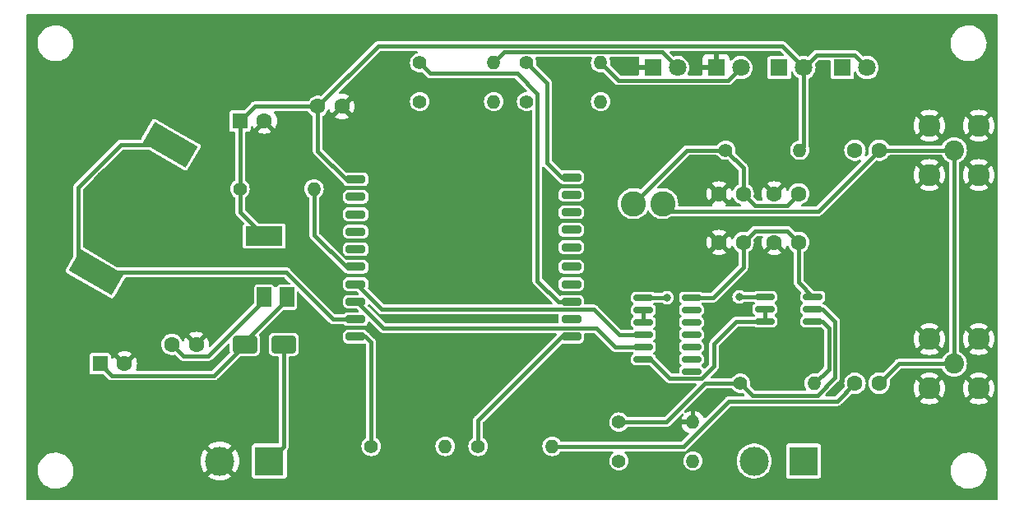
<source format=gbr>
%TF.GenerationSoftware,KiCad,Pcbnew,7.0.10*%
%TF.CreationDate,2024-05-18T19:18:12+08:00*%
%TF.ProjectId,pcb,7063622e-6b69-4636-9164-5f7063625858,rev?*%
%TF.SameCoordinates,Original*%
%TF.FileFunction,Copper,L1,Top*%
%TF.FilePolarity,Positive*%
%FSLAX46Y46*%
G04 Gerber Fmt 4.6, Leading zero omitted, Abs format (unit mm)*
G04 Created by KiCad (PCBNEW 7.0.10) date 2024-05-18 19:18:12*
%MOMM*%
%LPD*%
G01*
G04 APERTURE LIST*
G04 Aperture macros list*
%AMRoundRect*
0 Rectangle with rounded corners*
0 $1 Rounding radius*
0 $2 $3 $4 $5 $6 $7 $8 $9 X,Y pos of 4 corners*
0 Add a 4 corners polygon primitive as box body*
4,1,4,$2,$3,$4,$5,$6,$7,$8,$9,$2,$3,0*
0 Add four circle primitives for the rounded corners*
1,1,$1+$1,$2,$3*
1,1,$1+$1,$4,$5*
1,1,$1+$1,$6,$7*
1,1,$1+$1,$8,$9*
0 Add four rect primitives between the rounded corners*
20,1,$1+$1,$2,$3,$4,$5,0*
20,1,$1+$1,$4,$5,$6,$7,0*
20,1,$1+$1,$6,$7,$8,$9,0*
20,1,$1+$1,$8,$9,$2,$3,0*%
%AMRotRect*
0 Rectangle, with rotation*
0 The origin of the aperture is its center*
0 $1 length*
0 $2 width*
0 $3 Rotation angle, in degrees counterclockwise*
0 Add horizontal line*
21,1,$1,$2,0,0,$3*%
G04 Aperture macros list end*
%TA.AperFunction,ComponentPad*%
%ADD10C,1.400000*%
%TD*%
%TA.AperFunction,ComponentPad*%
%ADD11O,1.400000X1.400000*%
%TD*%
%TA.AperFunction,ComponentPad*%
%ADD12R,1.800000X1.800000*%
%TD*%
%TA.AperFunction,ComponentPad*%
%ADD13C,1.800000*%
%TD*%
%TA.AperFunction,SMDPad,CuDef*%
%ADD14RoundRect,0.250000X-1.000000X-0.650000X1.000000X-0.650000X1.000000X0.650000X-1.000000X0.650000X0*%
%TD*%
%TA.AperFunction,SMDPad,CuDef*%
%ADD15RoundRect,0.150000X-0.825000X-0.150000X0.825000X-0.150000X0.825000X0.150000X-0.825000X0.150000X0*%
%TD*%
%TA.AperFunction,ComponentPad*%
%ADD16C,2.050000*%
%TD*%
%TA.AperFunction,ComponentPad*%
%ADD17C,2.250000*%
%TD*%
%TA.AperFunction,ComponentPad*%
%ADD18C,1.600000*%
%TD*%
%TA.AperFunction,ComponentPad*%
%ADD19C,2.600000*%
%TD*%
%TA.AperFunction,SMDPad,CuDef*%
%ADD20RotRect,2.500000X5.100000X240.000000*%
%TD*%
%TA.AperFunction,SMDPad,CuDef*%
%ADD21C,10.200000*%
%TD*%
%TA.AperFunction,SMDPad,CuDef*%
%ADD22RoundRect,0.200000X-0.800000X-0.200000X0.800000X-0.200000X0.800000X0.200000X-0.800000X0.200000X0*%
%TD*%
%TA.AperFunction,ComponentPad*%
%ADD23R,3.000000X3.000000*%
%TD*%
%TA.AperFunction,ComponentPad*%
%ADD24C,3.000000*%
%TD*%
%TA.AperFunction,ComponentPad*%
%ADD25R,1.600000X1.600000*%
%TD*%
%TA.AperFunction,SMDPad,CuDef*%
%ADD26R,1.500000X2.000000*%
%TD*%
%TA.AperFunction,SMDPad,CuDef*%
%ADD27R,3.800000X2.000000*%
%TD*%
%TA.AperFunction,ViaPad*%
%ADD28C,0.800000*%
%TD*%
%TA.AperFunction,Conductor*%
%ADD29C,0.400000*%
%TD*%
G04 APERTURE END LIST*
D10*
%TO.P,R2,1*%
%TO.N,/GNSS_PPS_B*%
X120500000Y-55000000D03*
D11*
%TO.P,R2,2*%
%TO.N,Net-(D3-A)*%
X128120000Y-55000000D03*
%TD*%
D10*
%TO.P,R3,1*%
%TO.N,Net-(C3-Pad2)*%
X152000000Y-64000000D03*
D11*
%TO.P,R3,2*%
%TO.N,/+3V3*%
X159620000Y-64000000D03*
%TD*%
D12*
%TO.P,D5,1,K*%
%TO.N,Net-(D5-K)*%
X157500000Y-55500000D03*
D13*
%TO.P,D5,2,A*%
%TO.N,/+3V3*%
X160040000Y-55500000D03*
%TD*%
D14*
%TO.P,D2,1,K*%
%TO.N,/Vin*%
X102500000Y-84000000D03*
%TO.P,D2,2,A*%
%TO.N,Net-(D2-A)*%
X106500000Y-84000000D03*
%TD*%
D10*
%TO.P,R9,1*%
%TO.N,/+3V3*%
X141000000Y-96000000D03*
D11*
%TO.P,R9,2*%
%TO.N,/RS485_A*%
X148620000Y-96000000D03*
%TD*%
D10*
%TO.P,R4,1*%
%TO.N,/GNSS_RXD*%
X120500000Y-59000000D03*
D11*
%TO.P,R4,2*%
%TO.N,Net-(D4-K)*%
X128120000Y-59000000D03*
%TD*%
D12*
%TO.P,D1,1,K*%
%TO.N,GND*%
X151000000Y-55500000D03*
D13*
%TO.P,D1,2,A*%
%TO.N,Net-(D1-A)*%
X153540000Y-55500000D03*
%TD*%
D15*
%TO.P,U3,1*%
%TO.N,Net-(U4-RO)*%
X143525000Y-79190000D03*
%TO.P,U3,2*%
%TO.N,Net-(U3-Pad2)*%
X143525000Y-80460000D03*
%TO.P,U3,3*%
X143525000Y-81730000D03*
%TO.P,U3,4*%
%TO.N,/GNSS_RXD*%
X143525000Y-83000000D03*
%TO.P,U3,5*%
%TO.N,/GNSS_TXD*%
X143525000Y-84270000D03*
%TO.P,U3,6*%
%TO.N,Net-(U4-DE)*%
X143525000Y-85540000D03*
%TO.P,U3,7,GND*%
%TO.N,GND*%
X143525000Y-86810000D03*
%TO.P,U3,8*%
%TO.N,unconnected-(U3-Pad8)*%
X148475000Y-86810000D03*
%TO.P,U3,9*%
%TO.N,unconnected-(U3-Pad9)*%
X148475000Y-85540000D03*
%TO.P,U3,10*%
%TO.N,unconnected-(U3-Pad10)*%
X148475000Y-84270000D03*
%TO.P,U3,11*%
%TO.N,unconnected-(U3-Pad11)*%
X148475000Y-83000000D03*
%TO.P,U3,12*%
%TO.N,unconnected-(U3-Pad12)*%
X148475000Y-81730000D03*
%TO.P,U3,13*%
%TO.N,unconnected-(U3-Pad13)*%
X148475000Y-80460000D03*
%TO.P,U3,14,VCC*%
%TO.N,/+3V3*%
X148475000Y-79190000D03*
%TD*%
D10*
%TO.P,R10,1*%
%TO.N,/RS485_B*%
X153500000Y-88000000D03*
D11*
%TO.P,R10,2*%
%TO.N,/RS485_A*%
X161120000Y-88000000D03*
%TD*%
D16*
%TO.P,J2,1,In*%
%TO.N,Net-(J2-In)*%
X175500000Y-64000000D03*
D17*
%TO.P,J2,2,Ext*%
%TO.N,GND*%
X172960000Y-61460000D03*
X172960000Y-66540000D03*
X178040000Y-61460000D03*
X178040000Y-66540000D03*
%TD*%
D18*
%TO.P,C8,1*%
%TO.N,Net-(C8-Pad1)*%
X165300000Y-64000000D03*
%TO.P,C8,2*%
%TO.N,Net-(J2-In)*%
X167800000Y-64000000D03*
%TD*%
D15*
%TO.P,U4,1,RO*%
%TO.N,Net-(U4-RO)*%
X156025000Y-79095000D03*
%TO.P,U4,2,~{RE}*%
%TO.N,Net-(U4-DE)*%
X156025000Y-80365000D03*
%TO.P,U4,3,DE*%
X156025000Y-81635000D03*
%TO.P,U4,4,DI*%
%TO.N,GND*%
X156025000Y-82905000D03*
%TO.P,U4,5,GND*%
X160975000Y-82905000D03*
%TO.P,U4,6,A*%
%TO.N,/RS485_A*%
X160975000Y-81635000D03*
%TO.P,U4,7,B*%
%TO.N,/RS485_B*%
X160975000Y-80365000D03*
%TO.P,U4,8,VCC*%
%TO.N,/+3V3*%
X160975000Y-79095000D03*
%TD*%
D16*
%TO.P,J3,1,In*%
%TO.N,Net-(J2-In)*%
X175500000Y-86000000D03*
D17*
%TO.P,J3,2,Ext*%
%TO.N,GND*%
X172960000Y-83460000D03*
X172960000Y-88540000D03*
X178040000Y-83460000D03*
X178040000Y-88540000D03*
%TD*%
D19*
%TO.P,L1,1*%
%TO.N,Net-(C3-Pad2)*%
X142500000Y-69500000D03*
%TO.P,L1,2*%
%TO.N,Net-(J2-In)*%
X145500000Y-69500000D03*
%TD*%
D10*
%TO.P,R6,1*%
%TO.N,/GNSS_TXD*%
X131500000Y-59000000D03*
D11*
%TO.P,R6,2*%
%TO.N,Net-(D5-K)*%
X139120000Y-59000000D03*
%TD*%
D18*
%TO.P,C10,1*%
%TO.N,GND*%
X157000000Y-73500000D03*
%TO.P,C10,2*%
%TO.N,/+3V3*%
X159500000Y-73500000D03*
%TD*%
D20*
%TO.P,BT1,1,+*%
%TO.N,/VBAT*%
X94800000Y-63418207D03*
X87200000Y-76581793D03*
D21*
%TO.P,BT1,2,-*%
%TO.N,GND*%
X91000000Y-70000000D03*
%TD*%
D22*
%TO.P,U2,1,GND*%
%TO.N,GND*%
X113900000Y-65200000D03*
%TO.P,U2,2,VCC*%
%TO.N,/+3V3*%
X113900000Y-67000000D03*
%TO.P,U2,3,RXD3*%
%TO.N,unconnected-(U2-RXD3-Pad3)*%
X113900000Y-68800000D03*
%TO.P,U2,4,TXD3*%
%TO.N,unconnected-(U2-TXD3-Pad4)*%
X113900000Y-70600000D03*
%TO.P,U2,5,SPI_CLK/I2C_SCL*%
%TO.N,unconnected-(U2-SPI_CLK{slash}I2C_SCL-Pad5)*%
X113900000Y-72400000D03*
%TO.P,U2,6,SPI_CS/I2C_SDA*%
%TO.N,unconnected-(U2-SPI_CS{slash}I2C_SDA-Pad6)*%
X113900000Y-74200000D03*
%TO.P,U2,7,RESET_N*%
%TO.N,Net-(U2-RESET_N)*%
X113900000Y-76000000D03*
%TO.P,U2,8,RXD1/SPI_MOSI*%
%TO.N,/GNSS_RXD*%
X113900000Y-77800000D03*
%TO.P,U2,9,TXD1/SPI_MISO*%
%TO.N,/GNSS_TXD*%
X113900000Y-79600000D03*
%TO.P,U2,10,V_BCKP*%
%TO.N,/VBAT*%
X113900000Y-81400000D03*
%TO.P,U2,11,RF_IN_A*%
%TO.N,/GNSS_ANT_A*%
X113900000Y-83200000D03*
%TO.P,U2,12,GND*%
%TO.N,GND*%
X113900000Y-85000000D03*
%TO.P,U2,13,GND*%
X136100000Y-85000000D03*
%TO.P,U2,14,RF_IN_B*%
%TO.N,/GNSS_ANT_B*%
X136100000Y-83200000D03*
%TO.P,U2,15,RESERVED*%
%TO.N,unconnected-(U2-RESERVED-Pad15)*%
X136100000Y-81400000D03*
%TO.P,U2,16,1PPS_B*%
%TO.N,/GNSS_PPS_B*%
X136100000Y-79600000D03*
%TO.P,U2,17,D_SEL_2*%
%TO.N,unconnected-(U2-D_SEL_2-Pad17)*%
X136100000Y-77800000D03*
%TO.P,U2,18,D_SEL_1*%
%TO.N,unconnected-(U2-D_SEL_1-Pad18)*%
X136100000Y-76000000D03*
%TO.P,U2,19,RXD2*%
%TO.N,unconnected-(U2-RXD2-Pad19)*%
X136100000Y-74000000D03*
%TO.P,U2,20,TXD2*%
%TO.N,unconnected-(U2-TXD2-Pad20)*%
X136100000Y-72200000D03*
%TO.P,U2,21,RESERVED*%
%TO.N,unconnected-(U2-RESERVED-Pad21)*%
X136100000Y-70400000D03*
%TO.P,U2,22,WAKEUP*%
%TO.N,unconnected-(U2-WAKEUP-Pad22)*%
X136100000Y-68600000D03*
%TO.P,U2,23,1PPS_A*%
%TO.N,/GNSS_PPS_A*%
X136100000Y-66800000D03*
%TO.P,U2,24,GND*%
%TO.N,GND*%
X136100000Y-65000000D03*
%TD*%
D10*
%TO.P,R5,1*%
%TO.N,/+3V3*%
X102000000Y-68000000D03*
D11*
%TO.P,R5,2*%
%TO.N,Net-(U2-RESET_N)*%
X109620000Y-68000000D03*
%TD*%
D23*
%TO.P,J1,1,Pin_1*%
%TO.N,Net-(D2-A)*%
X105000000Y-96000000D03*
D24*
%TO.P,J1,2,Pin_2*%
%TO.N,GND*%
X99920000Y-96000000D03*
%TD*%
D18*
%TO.P,C6,1*%
%TO.N,GND*%
X151300000Y-73500000D03*
%TO.P,C6,2*%
%TO.N,/+3V3*%
X153800000Y-73500000D03*
%TD*%
D12*
%TO.P,D3,1,K*%
%TO.N,GND*%
X144500000Y-55500000D03*
D13*
%TO.P,D3,2,A*%
%TO.N,Net-(D3-A)*%
X147040000Y-55500000D03*
%TD*%
D10*
%TO.P,R7,1*%
%TO.N,/GNSS_ANT_A*%
X115500000Y-94500000D03*
D11*
%TO.P,R7,2*%
%TO.N,Net-(C8-Pad1)*%
X123120000Y-94500000D03*
%TD*%
D10*
%TO.P,R8,1*%
%TO.N,/GNSS_ANT_B*%
X126500000Y-94500000D03*
D11*
%TO.P,R8,2*%
%TO.N,Net-(C9-Pad1)*%
X134120000Y-94500000D03*
%TD*%
D25*
%TO.P,C1,1*%
%TO.N,/Vin*%
X87600000Y-86000000D03*
D18*
%TO.P,C1,2*%
%TO.N,GND*%
X90100000Y-86000000D03*
%TD*%
D23*
%TO.P,J4,1,Pin_1*%
%TO.N,/RS485_A*%
X160000000Y-96000000D03*
D24*
%TO.P,J4,2,Pin_2*%
%TO.N,/RS485_B*%
X154920000Y-96000000D03*
%TD*%
D18*
%TO.P,C4,1*%
%TO.N,GND*%
X157000000Y-68500000D03*
%TO.P,C4,2*%
%TO.N,Net-(C3-Pad2)*%
X159500000Y-68500000D03*
%TD*%
%TO.P,C2,1*%
%TO.N,/+3V3*%
X95000000Y-84000000D03*
%TO.P,C2,2*%
%TO.N,GND*%
X97500000Y-84000000D03*
%TD*%
D10*
%TO.P,R11,1*%
%TO.N,/RS485_B*%
X141000000Y-92000000D03*
D11*
%TO.P,R11,2*%
%TO.N,GND*%
X148620000Y-92000000D03*
%TD*%
D25*
%TO.P,C7,1*%
%TO.N,/+3V3*%
X102000000Y-61000000D03*
D18*
%TO.P,C7,2*%
%TO.N,GND*%
X104500000Y-61000000D03*
%TD*%
D12*
%TO.P,D4,1,K*%
%TO.N,Net-(D4-K)*%
X164000000Y-55500000D03*
D13*
%TO.P,D4,2,A*%
%TO.N,/+3V3*%
X166540000Y-55500000D03*
%TD*%
D10*
%TO.P,R1,1*%
%TO.N,/GNSS_PPS_A*%
X131500000Y-55000000D03*
D11*
%TO.P,R1,2*%
%TO.N,Net-(D1-A)*%
X139120000Y-55000000D03*
%TD*%
D18*
%TO.P,C9,1*%
%TO.N,Net-(C9-Pad1)*%
X165300000Y-88000000D03*
%TO.P,C9,2*%
%TO.N,Net-(J2-In)*%
X167800000Y-88000000D03*
%TD*%
%TO.P,C5,1*%
%TO.N,/+3V3*%
X110000000Y-59500000D03*
%TO.P,C5,2*%
%TO.N,GND*%
X112500000Y-59500000D03*
%TD*%
%TO.P,C3,1*%
%TO.N,GND*%
X151300000Y-68500000D03*
%TO.P,C3,2*%
%TO.N,Net-(C3-Pad2)*%
X153800000Y-68500000D03*
%TD*%
D26*
%TO.P,U1,1,GND*%
%TO.N,GND*%
X102200000Y-79150000D03*
%TO.P,U1,2,VO*%
%TO.N,/+3V3*%
X104500000Y-79150000D03*
D27*
X104500000Y-72850000D03*
D26*
%TO.P,U1,3,VI*%
%TO.N,/Vin*%
X106800000Y-79150000D03*
%TD*%
D28*
%TO.N,GND*%
X117920000Y-81390000D03*
%TO.N,/GNSS_RXD*%
X114000000Y-77800000D03*
%TO.N,/GNSS_TXD*%
X114000000Y-79600000D03*
%TO.N,Net-(U4-RO)*%
X145960000Y-79190000D03*
X153390000Y-79110000D03*
%TD*%
D29*
%TO.N,/VBAT*%
X85333270Y-67828730D02*
X89743793Y-63418207D01*
X87200000Y-76581793D02*
X85333270Y-74715063D01*
X85333270Y-74715063D02*
X85333270Y-67828730D01*
X106781793Y-76581793D02*
X111600000Y-81400000D01*
X89743793Y-63418207D02*
X94800000Y-63418207D01*
X87200000Y-76581793D02*
X106781793Y-76581793D01*
X111600000Y-81400000D02*
X113900000Y-81400000D01*
%TO.N,/Vin*%
X99300000Y-87200000D02*
X88800000Y-87200000D01*
X102500000Y-84000000D02*
X99300000Y-87200000D01*
X88800000Y-87200000D02*
X87600000Y-86000000D01*
X106800000Y-79400000D02*
X102500000Y-83700000D01*
%TO.N,/+3V3*%
X150680000Y-79190000D02*
X148475000Y-79190000D01*
X160040000Y-63580000D02*
X159620000Y-64000000D01*
X98723834Y-85200000D02*
X96200000Y-85200000D01*
X159500000Y-77620000D02*
X160975000Y-79095000D01*
X104500000Y-79423834D02*
X98723834Y-85200000D01*
X110000000Y-64100000D02*
X112900000Y-67000000D01*
X159500000Y-73500000D02*
X159500000Y-77620000D01*
X153800000Y-73500000D02*
X153800000Y-76070000D01*
X166540000Y-55500000D02*
X165240000Y-54200000D01*
X158300000Y-72300000D02*
X155000000Y-72300000D01*
X102000000Y-68000000D02*
X102000000Y-70350000D01*
X96200000Y-85200000D02*
X95000000Y-84000000D01*
X112900000Y-67000000D02*
X113900000Y-67000000D01*
X102000000Y-70350000D02*
X104500000Y-72850000D01*
X110000000Y-59500000D02*
X103500000Y-59500000D01*
X102000000Y-61000000D02*
X102000000Y-68000000D01*
X153800000Y-76070000D02*
X150680000Y-79190000D01*
X160040000Y-55500000D02*
X160040000Y-63580000D01*
X157840000Y-53300000D02*
X160040000Y-55500000D01*
X165240000Y-54200000D02*
X161340000Y-54200000D01*
X110000000Y-59500000D02*
X110000000Y-64100000D01*
X116200000Y-53300000D02*
X157840000Y-53300000D01*
X159500000Y-73500000D02*
X158300000Y-72300000D01*
X110000000Y-59500000D02*
X116200000Y-53300000D01*
X155000000Y-72300000D02*
X153800000Y-73500000D01*
X103500000Y-59500000D02*
X102000000Y-61000000D01*
X161340000Y-54200000D02*
X160040000Y-55500000D01*
%TO.N,Net-(C3-Pad2)*%
X158300000Y-69700000D02*
X159500000Y-68500000D01*
X153800000Y-65800000D02*
X153800000Y-68500000D01*
X155000000Y-69700000D02*
X158300000Y-69700000D01*
X152000000Y-64000000D02*
X153800000Y-65800000D01*
X142500000Y-69500000D02*
X148000000Y-64000000D01*
X148000000Y-64000000D02*
X152000000Y-64000000D01*
X153800000Y-68500000D02*
X155000000Y-69700000D01*
%TO.N,Net-(J2-In)*%
X167800000Y-64000000D02*
X175500000Y-64000000D01*
X169800000Y-86000000D02*
X175500000Y-86000000D01*
X161500000Y-70300000D02*
X167800000Y-64000000D01*
X175500000Y-64000000D02*
X175500000Y-86000000D01*
X146300000Y-70300000D02*
X161500000Y-70300000D01*
X167800000Y-88000000D02*
X169800000Y-86000000D01*
X145500000Y-69500000D02*
X146300000Y-70300000D01*
%TO.N,Net-(C9-Pad1)*%
X152345635Y-89830000D02*
X163470000Y-89830000D01*
X163470000Y-89830000D02*
X165300000Y-88000000D01*
X147675635Y-94500000D02*
X152345635Y-89830000D01*
X134120000Y-94500000D02*
X147675635Y-94500000D01*
%TO.N,/GNSS_PPS_A*%
X133604000Y-65304000D02*
X135100000Y-66800000D01*
X135100000Y-66800000D02*
X136100000Y-66800000D01*
X133604000Y-57104000D02*
X133604000Y-65304000D01*
X131500000Y-55000000D02*
X133604000Y-57104000D01*
%TO.N,Net-(D2-A)*%
X106500000Y-94500000D02*
X105000000Y-96000000D01*
X106500000Y-84000000D02*
X106500000Y-94500000D01*
%TO.N,/GNSS_PPS_B*%
X132600000Y-77458000D02*
X134742000Y-79600000D01*
X120500000Y-55000000D02*
X121600000Y-56100000D01*
X121600000Y-56100000D02*
X130522000Y-56100000D01*
X130522000Y-56100000D02*
X132600000Y-58178000D01*
X132600000Y-58178000D02*
X132600000Y-77458000D01*
X134742000Y-79600000D02*
X136100000Y-79600000D01*
%TO.N,/RS485_A*%
X162600000Y-82285001D02*
X162600000Y-86520000D01*
X161949999Y-81635000D02*
X162600000Y-82285001D01*
X162600000Y-86520000D02*
X161120000Y-88000000D01*
X160975000Y-81635000D02*
X161949999Y-81635000D01*
%TO.N,/RS485_B*%
X149890502Y-88000000D02*
X145890502Y-92000000D01*
X161445635Y-89230000D02*
X154730000Y-89230000D01*
X145890502Y-92000000D02*
X141000000Y-92000000D01*
X154730000Y-89230000D02*
X153500000Y-88000000D01*
X160975000Y-80365000D02*
X161949999Y-80365000D01*
X153500000Y-88000000D02*
X149890502Y-88000000D01*
X163260000Y-87415635D02*
X161445635Y-89230000D01*
X163260000Y-81675001D02*
X163260000Y-87415635D01*
X161949999Y-80365000D02*
X163260000Y-81675001D01*
%TO.N,/GNSS_RXD*%
X116606528Y-80406528D02*
X138436528Y-80406528D01*
X141030000Y-83000000D02*
X143525000Y-83000000D01*
X114000000Y-77800000D02*
X116606528Y-80406528D01*
X138436528Y-80406528D02*
X141030000Y-83000000D01*
%TO.N,Net-(U2-RESET_N)*%
X109620000Y-68000000D02*
X109620000Y-72720000D01*
X109620000Y-72720000D02*
X112900000Y-76000000D01*
X112900000Y-76000000D02*
X113900000Y-76000000D01*
%TO.N,/GNSS_TXD*%
X140606052Y-84270000D02*
X143525000Y-84270000D01*
X116710987Y-82310987D02*
X138647039Y-82310987D01*
X114000000Y-79600000D02*
X116710987Y-82310987D01*
X138647039Y-82310987D02*
X140606052Y-84270000D01*
%TO.N,Net-(D1-A)*%
X140920000Y-56800000D02*
X139120000Y-55000000D01*
X152240000Y-56800000D02*
X140920000Y-56800000D01*
X153540000Y-55500000D02*
X152240000Y-56800000D01*
%TO.N,/GNSS_ANT_A*%
X114900000Y-83200000D02*
X115500000Y-83800000D01*
X113900000Y-83200000D02*
X114900000Y-83200000D01*
X115500000Y-83800000D02*
X115500000Y-94500000D01*
%TO.N,Net-(D3-A)*%
X145440000Y-53900000D02*
X129220000Y-53900000D01*
X129220000Y-53900000D02*
X128120000Y-55000000D01*
X147040000Y-55500000D02*
X145440000Y-53900000D01*
%TO.N,/GNSS_ANT_B*%
X126500000Y-91800000D02*
X126500000Y-94500000D01*
X135100000Y-83200000D02*
X126500000Y-91800000D01*
X136100000Y-83200000D02*
X135100000Y-83200000D01*
%TO.N,Net-(U4-RO)*%
X143525000Y-79190000D02*
X145960000Y-79190000D01*
X153390000Y-79110000D02*
X156010000Y-79110000D01*
%TO.N,Net-(U3-Pad2)*%
X143525000Y-80460000D02*
X143525000Y-81730000D01*
%TO.N,Net-(U4-DE)*%
X156025000Y-81635000D02*
X153105000Y-81635000D01*
X150790000Y-83950000D02*
X150790000Y-86251974D01*
X153105000Y-81635000D02*
X150790000Y-83950000D01*
X149531974Y-87510000D02*
X146250000Y-87510000D01*
X146250000Y-87510000D02*
X144280000Y-85540000D01*
X156025000Y-81635000D02*
X156025000Y-80365000D01*
X150790000Y-86251974D02*
X149531974Y-87510000D01*
%TD*%
%TA.AperFunction,Conductor*%
%TO.N,GND*%
G36*
X155764189Y-72820185D02*
G01*
X155809944Y-72872989D01*
X155819888Y-72942147D01*
X155809532Y-72976905D01*
X155773733Y-73053673D01*
X155773730Y-73053682D01*
X155714860Y-73273389D01*
X155714858Y-73273400D01*
X155695034Y-73499997D01*
X155695034Y-73500002D01*
X155714858Y-73726599D01*
X155714860Y-73726610D01*
X155773730Y-73946317D01*
X155773735Y-73946331D01*
X155869863Y-74152478D01*
X155920974Y-74225472D01*
X156602046Y-73544400D01*
X156614835Y-73625148D01*
X156672359Y-73738045D01*
X156761955Y-73827641D01*
X156874852Y-73885165D01*
X156955599Y-73897953D01*
X156274526Y-74579025D01*
X156347513Y-74630132D01*
X156347521Y-74630136D01*
X156553668Y-74726264D01*
X156553682Y-74726269D01*
X156773389Y-74785139D01*
X156773400Y-74785141D01*
X156999998Y-74804966D01*
X157000002Y-74804966D01*
X157226599Y-74785141D01*
X157226610Y-74785139D01*
X157446317Y-74726269D01*
X157446331Y-74726264D01*
X157652478Y-74630136D01*
X157725471Y-74579024D01*
X157044400Y-73897953D01*
X157125148Y-73885165D01*
X157238045Y-73827641D01*
X157327641Y-73738045D01*
X157385165Y-73625148D01*
X157397953Y-73544400D01*
X158079024Y-74225471D01*
X158130136Y-74152478D01*
X158226264Y-73946331D01*
X158226269Y-73946317D01*
X158234880Y-73914181D01*
X158271244Y-73854521D01*
X158334091Y-73823991D01*
X158403467Y-73832285D01*
X158457345Y-73876770D01*
X158466516Y-73894290D01*
X158466862Y-73894118D01*
X158560327Y-74081821D01*
X158683237Y-74244581D01*
X158833955Y-74381978D01*
X158833957Y-74381979D01*
X158833959Y-74381981D01*
X158940779Y-74448121D01*
X158987413Y-74500146D01*
X158999500Y-74553546D01*
X158999500Y-77552858D01*
X158996667Y-77579206D01*
X158995641Y-77583927D01*
X158995641Y-77583929D01*
X158995641Y-77583930D01*
X158999184Y-77633461D01*
X158999500Y-77642308D01*
X158999500Y-77655797D01*
X159001420Y-77669154D01*
X159002365Y-77677946D01*
X159005909Y-77727486D01*
X159007593Y-77732000D01*
X159014148Y-77757682D01*
X159014834Y-77762455D01*
X159014835Y-77762457D01*
X159030214Y-77796133D01*
X159035457Y-77807612D01*
X159038845Y-77815790D01*
X159056203Y-77862329D01*
X159059096Y-77866194D01*
X159072617Y-77888983D01*
X159074619Y-77893367D01*
X159074622Y-77893372D01*
X159074623Y-77893373D01*
X159107144Y-77930904D01*
X159112688Y-77937785D01*
X159120779Y-77948593D01*
X159130333Y-77958147D01*
X159136353Y-77964614D01*
X159168872Y-78002143D01*
X159168874Y-78002145D01*
X159172928Y-78004750D01*
X159193571Y-78021385D01*
X159738460Y-78566274D01*
X159771945Y-78627597D01*
X159766961Y-78697289D01*
X159750552Y-78727584D01*
X159747210Y-78732111D01*
X159747206Y-78732119D01*
X159702353Y-78860298D01*
X159702353Y-78860300D01*
X159699500Y-78890730D01*
X159699500Y-79299269D01*
X159702353Y-79329699D01*
X159702353Y-79329701D01*
X159747206Y-79457880D01*
X159747207Y-79457882D01*
X159827850Y-79567150D01*
X159913321Y-79630230D01*
X159955571Y-79685877D01*
X159961030Y-79755534D01*
X159927962Y-79817083D01*
X159913321Y-79829769D01*
X159874822Y-79858183D01*
X159827850Y-79892850D01*
X159747207Y-80002117D01*
X159747206Y-80002119D01*
X159702353Y-80130298D01*
X159702353Y-80130300D01*
X159699500Y-80160730D01*
X159699500Y-80569269D01*
X159702353Y-80599699D01*
X159702353Y-80599701D01*
X159745282Y-80722382D01*
X159747207Y-80727882D01*
X159827850Y-80837150D01*
X159913321Y-80900230D01*
X159955571Y-80955877D01*
X159961030Y-81025534D01*
X159927962Y-81087083D01*
X159913321Y-81099769D01*
X159873038Y-81129500D01*
X159827850Y-81162850D01*
X159747207Y-81272117D01*
X159747206Y-81272119D01*
X159702353Y-81400298D01*
X159702353Y-81400300D01*
X159699500Y-81430730D01*
X159699500Y-81839269D01*
X159702353Y-81869699D01*
X159702353Y-81869701D01*
X159746244Y-81995130D01*
X159747207Y-81997882D01*
X159827850Y-82107150D01*
X159937118Y-82187793D01*
X159978145Y-82202149D01*
X160065299Y-82232646D01*
X160095730Y-82235500D01*
X160095734Y-82235500D01*
X161791323Y-82235500D01*
X161858362Y-82255185D01*
X161879004Y-82271819D01*
X162063181Y-82455995D01*
X162096666Y-82517318D01*
X162099500Y-82543676D01*
X162099500Y-86261323D01*
X162079815Y-86328362D01*
X162063181Y-86349004D01*
X161431458Y-86980726D01*
X161370135Y-87014211D01*
X161319593Y-87014664D01*
X161316133Y-87013976D01*
X161120000Y-86994659D01*
X160923870Y-87013975D01*
X160735266Y-87071188D01*
X160561467Y-87164086D01*
X160561460Y-87164090D01*
X160409116Y-87289116D01*
X160284090Y-87441460D01*
X160284086Y-87441467D01*
X160191188Y-87615266D01*
X160133975Y-87803870D01*
X160114659Y-88000000D01*
X160133975Y-88196129D01*
X160191188Y-88384733D01*
X160277947Y-88547047D01*
X160292189Y-88615450D01*
X160267189Y-88680694D01*
X160210884Y-88722064D01*
X160168589Y-88729500D01*
X154988676Y-88729500D01*
X154921637Y-88709815D01*
X154900995Y-88693181D01*
X154519273Y-88311459D01*
X154485788Y-88250136D01*
X154485338Y-88199581D01*
X154486024Y-88196132D01*
X154497167Y-88082989D01*
X154505341Y-88000000D01*
X154486024Y-87803868D01*
X154428814Y-87615273D01*
X154428811Y-87615269D01*
X154428811Y-87615266D01*
X154335913Y-87441467D01*
X154335909Y-87441460D01*
X154210883Y-87289116D01*
X154058539Y-87164090D01*
X154058532Y-87164086D01*
X153884733Y-87071188D01*
X153884727Y-87071186D01*
X153696132Y-87013976D01*
X153696129Y-87013975D01*
X153500000Y-86994659D01*
X153303870Y-87013975D01*
X153115266Y-87071188D01*
X152941467Y-87164086D01*
X152941460Y-87164090D01*
X152789116Y-87289116D01*
X152664089Y-87441461D01*
X152662129Y-87444396D01*
X152660705Y-87445585D01*
X152660225Y-87446171D01*
X152660113Y-87446079D01*
X152608514Y-87489198D01*
X152559030Y-87499500D01*
X150549650Y-87499500D01*
X150482611Y-87479815D01*
X150436856Y-87427011D01*
X150426912Y-87357853D01*
X150455937Y-87294297D01*
X150461969Y-87287819D01*
X150612970Y-87136818D01*
X151096431Y-86653355D01*
X151117068Y-86636725D01*
X151121128Y-86634117D01*
X151153640Y-86596594D01*
X151159674Y-86590113D01*
X151169220Y-86580568D01*
X151177314Y-86569754D01*
X151182852Y-86562880D01*
X151215377Y-86525347D01*
X151217377Y-86520966D01*
X151230911Y-86498157D01*
X151233795Y-86494305D01*
X151251146Y-86447781D01*
X151254533Y-86439607D01*
X151255636Y-86437192D01*
X151275165Y-86394431D01*
X151275851Y-86389657D01*
X151282407Y-86363970D01*
X151284091Y-86359457D01*
X151284091Y-86359452D01*
X151284092Y-86359451D01*
X151285650Y-86337652D01*
X151287633Y-86309920D01*
X151288574Y-86301158D01*
X151290500Y-86287773D01*
X151290500Y-86274271D01*
X151290816Y-86265424D01*
X151294358Y-86215901D01*
X151294357Y-86215897D01*
X151293334Y-86211193D01*
X151290500Y-86184836D01*
X151290500Y-84208676D01*
X151310185Y-84141637D01*
X151326819Y-84120995D01*
X153275995Y-82171819D01*
X153337318Y-82138334D01*
X153363676Y-82135500D01*
X154875460Y-82135500D01*
X154942499Y-82155185D01*
X154949093Y-82159730D01*
X154987113Y-82187790D01*
X154987115Y-82187791D01*
X154987118Y-82187793D01*
X155028145Y-82202149D01*
X155115299Y-82232646D01*
X155145730Y-82235500D01*
X155145734Y-82235500D01*
X156904270Y-82235500D01*
X156934699Y-82232646D01*
X156934701Y-82232646D01*
X156998790Y-82210219D01*
X157062882Y-82187793D01*
X157172150Y-82107150D01*
X157252793Y-81997882D01*
X157285518Y-81904359D01*
X157297646Y-81869701D01*
X157297646Y-81869699D01*
X157300500Y-81839269D01*
X157300500Y-81430730D01*
X157297646Y-81400300D01*
X157297646Y-81400298D01*
X157260049Y-81292855D01*
X157252793Y-81272118D01*
X157172150Y-81162850D01*
X157086677Y-81099768D01*
X157044428Y-81044123D01*
X157038969Y-80974467D01*
X157072036Y-80912917D01*
X157086670Y-80900236D01*
X157172150Y-80837150D01*
X157252793Y-80727882D01*
X157278050Y-80655702D01*
X157297646Y-80599701D01*
X157297646Y-80599699D01*
X157300500Y-80569269D01*
X157300500Y-80160730D01*
X157297646Y-80130300D01*
X157297646Y-80130298D01*
X157252793Y-80002119D01*
X157252792Y-80002117D01*
X157234763Y-79977689D01*
X157172150Y-79892850D01*
X157086677Y-79829768D01*
X157044428Y-79774123D01*
X157038969Y-79704467D01*
X157072036Y-79642917D01*
X157086670Y-79630236D01*
X157172150Y-79567150D01*
X157252793Y-79457882D01*
X157275219Y-79393790D01*
X157297646Y-79329701D01*
X157297646Y-79329699D01*
X157300500Y-79299269D01*
X157300500Y-78890730D01*
X157297646Y-78860300D01*
X157297646Y-78860298D01*
X157252793Y-78732119D01*
X157252792Y-78732117D01*
X157252788Y-78732111D01*
X157172150Y-78622850D01*
X157062882Y-78542207D01*
X157062880Y-78542206D01*
X156934700Y-78497353D01*
X156904270Y-78494500D01*
X156904266Y-78494500D01*
X155145734Y-78494500D01*
X155145730Y-78494500D01*
X155115300Y-78497353D01*
X155115298Y-78497353D01*
X154987119Y-78542206D01*
X154928770Y-78585270D01*
X154863141Y-78609241D01*
X154855136Y-78609500D01*
X153928445Y-78609500D01*
X153861406Y-78589815D01*
X153846218Y-78578316D01*
X153790852Y-78529266D01*
X153790850Y-78529265D01*
X153790849Y-78529264D01*
X153640226Y-78450210D01*
X153475056Y-78409500D01*
X153304944Y-78409500D01*
X153139773Y-78450210D01*
X152989150Y-78529263D01*
X152898846Y-78609266D01*
X152867309Y-78637206D01*
X152861816Y-78642072D01*
X152765182Y-78782068D01*
X152704860Y-78941125D01*
X152704859Y-78941130D01*
X152684355Y-79110000D01*
X152704859Y-79278869D01*
X152704860Y-79278874D01*
X152765182Y-79437931D01*
X152805559Y-79496426D01*
X152861817Y-79577929D01*
X152952119Y-79657929D01*
X152989150Y-79690736D01*
X153139773Y-79769789D01*
X153139775Y-79769790D01*
X153304944Y-79810500D01*
X153475056Y-79810500D01*
X153640225Y-79769790D01*
X153790852Y-79690734D01*
X153846218Y-79641683D01*
X153909451Y-79611963D01*
X153928445Y-79610500D01*
X154883590Y-79610500D01*
X154950629Y-79630185D01*
X154996384Y-79682989D01*
X155006328Y-79752147D01*
X154977303Y-79815703D01*
X154957225Y-79834268D01*
X154923038Y-79859500D01*
X154877850Y-79892850D01*
X154797207Y-80002117D01*
X154797206Y-80002119D01*
X154752353Y-80130298D01*
X154752353Y-80130300D01*
X154749500Y-80160730D01*
X154749500Y-80569269D01*
X154752353Y-80599699D01*
X154752353Y-80599701D01*
X154795282Y-80722382D01*
X154797207Y-80727882D01*
X154877850Y-80837150D01*
X154963321Y-80900230D01*
X155005571Y-80955877D01*
X155011030Y-81025534D01*
X154977962Y-81087083D01*
X154963322Y-81099769D01*
X154963320Y-81099771D01*
X154949094Y-81110270D01*
X154883465Y-81134241D01*
X154875460Y-81134500D01*
X153172138Y-81134500D01*
X153145781Y-81131666D01*
X153141076Y-81130642D01*
X153141068Y-81130642D01*
X153091547Y-81134184D01*
X153082701Y-81134500D01*
X153069197Y-81134500D01*
X153055835Y-81136421D01*
X153047045Y-81137366D01*
X152997517Y-81140909D01*
X152997514Y-81140910D01*
X152992996Y-81142595D01*
X152967320Y-81149148D01*
X152962541Y-81149835D01*
X152917367Y-81170465D01*
X152909194Y-81173851D01*
X152862667Y-81191205D01*
X152862667Y-81191206D01*
X152858802Y-81194099D01*
X152836020Y-81207616D01*
X152831631Y-81209620D01*
X152831630Y-81209621D01*
X152831628Y-81209622D01*
X152831627Y-81209623D01*
X152805432Y-81232319D01*
X152794089Y-81242149D01*
X152787215Y-81247688D01*
X152776406Y-81255780D01*
X152776402Y-81255783D01*
X152766853Y-81265331D01*
X152760387Y-81271350D01*
X152722862Y-81303866D01*
X152722854Y-81303876D01*
X152720243Y-81307938D01*
X152703616Y-81328568D01*
X150483568Y-83548616D01*
X150462938Y-83565243D01*
X150458876Y-83567854D01*
X150458867Y-83567861D01*
X150426353Y-83605384D01*
X150420329Y-83611854D01*
X150410780Y-83621403D01*
X150402678Y-83632226D01*
X150397132Y-83639108D01*
X150364624Y-83676625D01*
X150364617Y-83676636D01*
X150362615Y-83681020D01*
X150349100Y-83703799D01*
X150346206Y-83707664D01*
X150346200Y-83707675D01*
X150328851Y-83754191D01*
X150325466Y-83762365D01*
X150304835Y-83807543D01*
X150304833Y-83807550D01*
X150304146Y-83812327D01*
X150297598Y-83837986D01*
X150295910Y-83842513D01*
X150295909Y-83842516D01*
X150292365Y-83892054D01*
X150291420Y-83900840D01*
X150290382Y-83908063D01*
X150289500Y-83914200D01*
X150289500Y-83927690D01*
X150289184Y-83936537D01*
X150285641Y-83986069D01*
X150285641Y-83986073D01*
X150286666Y-83990785D01*
X150289500Y-84017143D01*
X150289500Y-85993297D01*
X150269815Y-86060336D01*
X150253181Y-86080978D01*
X149882918Y-86451240D01*
X149821595Y-86484725D01*
X149751903Y-86479741D01*
X149695970Y-86437869D01*
X149695618Y-86437397D01*
X149622150Y-86337850D01*
X149536677Y-86274768D01*
X149494428Y-86219123D01*
X149488969Y-86149467D01*
X149522036Y-86087917D01*
X149536670Y-86075236D01*
X149622150Y-86012150D01*
X149702793Y-85902882D01*
X149725219Y-85838790D01*
X149747646Y-85774701D01*
X149747646Y-85774699D01*
X149750500Y-85744269D01*
X149750500Y-85335730D01*
X149747646Y-85305300D01*
X149747646Y-85305298D01*
X149710975Y-85200500D01*
X149702793Y-85177118D01*
X149622150Y-85067850D01*
X149536677Y-85004768D01*
X149494428Y-84949123D01*
X149488969Y-84879467D01*
X149522036Y-84817917D01*
X149536670Y-84805236D01*
X149622150Y-84742150D01*
X149702793Y-84632882D01*
X149725219Y-84568790D01*
X149747646Y-84504701D01*
X149747646Y-84504699D01*
X149750500Y-84474269D01*
X149750500Y-84065730D01*
X149747646Y-84035300D01*
X149747646Y-84035298D01*
X149713087Y-83936537D01*
X149702793Y-83907118D01*
X149622150Y-83797850D01*
X149536677Y-83734768D01*
X149494428Y-83679123D01*
X149488969Y-83609467D01*
X149522036Y-83547917D01*
X149536670Y-83535236D01*
X149622150Y-83472150D01*
X149702793Y-83362882D01*
X149733710Y-83274526D01*
X149747646Y-83234701D01*
X149747646Y-83234699D01*
X149750500Y-83204269D01*
X149750500Y-82795730D01*
X149747646Y-82765300D01*
X149747646Y-82765298D01*
X149704660Y-82642454D01*
X149702793Y-82637118D01*
X149622150Y-82527850D01*
X149536677Y-82464768D01*
X149494428Y-82409123D01*
X149488969Y-82339467D01*
X149522036Y-82277917D01*
X149536670Y-82265236D01*
X149622150Y-82202150D01*
X149702793Y-82092882D01*
X149732622Y-82007636D01*
X149747646Y-81964701D01*
X149747646Y-81964699D01*
X149750500Y-81934269D01*
X149750500Y-81525730D01*
X149747646Y-81495300D01*
X149747646Y-81495298D01*
X149702793Y-81367119D01*
X149702792Y-81367117D01*
X149680464Y-81336864D01*
X149622150Y-81257850D01*
X149536677Y-81194768D01*
X149494428Y-81139123D01*
X149488969Y-81069467D01*
X149522036Y-81007917D01*
X149536670Y-80995236D01*
X149622150Y-80932150D01*
X149702793Y-80822882D01*
X149732615Y-80737656D01*
X149747646Y-80694701D01*
X149747646Y-80694699D01*
X149750500Y-80664269D01*
X149750500Y-80255730D01*
X149747646Y-80225300D01*
X149747646Y-80225298D01*
X149702793Y-80097119D01*
X149702792Y-80097117D01*
X149686764Y-80075400D01*
X149622150Y-79987850D01*
X149536678Y-79924769D01*
X149494428Y-79869121D01*
X149488969Y-79799465D01*
X149522037Y-79737916D01*
X149536670Y-79725236D01*
X149550914Y-79714723D01*
X149616545Y-79690758D01*
X149624540Y-79690500D01*
X150612857Y-79690500D01*
X150639215Y-79693334D01*
X150643927Y-79694359D01*
X150693461Y-79690815D01*
X150702308Y-79690500D01*
X150715799Y-79690500D01*
X150729156Y-79688579D01*
X150737951Y-79687633D01*
X150787483Y-79684091D01*
X150791992Y-79682408D01*
X150817685Y-79675850D01*
X150822457Y-79675165D01*
X150867637Y-79654530D01*
X150875801Y-79651149D01*
X150922331Y-79633796D01*
X150926189Y-79630907D01*
X150948995Y-79617375D01*
X150953373Y-79615377D01*
X150990899Y-79582859D01*
X150997778Y-79577316D01*
X151008593Y-79569221D01*
X151018155Y-79559658D01*
X151024605Y-79553653D01*
X151062143Y-79521128D01*
X151064751Y-79517068D01*
X151081381Y-79496431D01*
X154106428Y-76471383D01*
X154127069Y-76454750D01*
X154131128Y-76452143D01*
X154163660Y-76414596D01*
X154169684Y-76408128D01*
X154179213Y-76398600D01*
X154179213Y-76398599D01*
X154179220Y-76398593D01*
X154187319Y-76387772D01*
X154192850Y-76380909D01*
X154225377Y-76343373D01*
X154227375Y-76338995D01*
X154240907Y-76316189D01*
X154243796Y-76312331D01*
X154261149Y-76265801D01*
X154264534Y-76257630D01*
X154267715Y-76250665D01*
X154285165Y-76212457D01*
X154285850Y-76207685D01*
X154292409Y-76181992D01*
X154294091Y-76177483D01*
X154297633Y-76127951D01*
X154298580Y-76119148D01*
X154300500Y-76105799D01*
X154300500Y-76092308D01*
X154300816Y-76083461D01*
X154302159Y-76064680D01*
X154304359Y-76033927D01*
X154303332Y-76029206D01*
X154300500Y-76002858D01*
X154300500Y-74553546D01*
X154320185Y-74486507D01*
X154359218Y-74448122D01*
X154466041Y-74381981D01*
X154556474Y-74299539D01*
X154616762Y-74244581D01*
X154616764Y-74244579D01*
X154739673Y-74081821D01*
X154830582Y-73899250D01*
X154886397Y-73703083D01*
X154905215Y-73500000D01*
X154886397Y-73296917D01*
X154867464Y-73230376D01*
X154868050Y-73160512D01*
X154899045Y-73108766D01*
X155170995Y-72836816D01*
X155232317Y-72803334D01*
X155258675Y-72800500D01*
X155697150Y-72800500D01*
X155764189Y-72820185D01*
G37*
%TD.AperFunction*%
%TA.AperFunction,Conductor*%
G36*
X115358119Y-79873036D02*
G01*
X115386372Y-79894186D01*
X116205142Y-80712955D01*
X116221776Y-80733597D01*
X116224385Y-80737656D01*
X116245788Y-80756202D01*
X116261918Y-80770178D01*
X116268397Y-80776211D01*
X116277924Y-80785738D01*
X116277931Y-80785744D01*
X116277935Y-80785748D01*
X116277938Y-80785750D01*
X116277939Y-80785751D01*
X116288726Y-80793826D01*
X116295619Y-80799381D01*
X116333150Y-80831902D01*
X116333152Y-80831903D01*
X116333153Y-80831903D01*
X116333155Y-80831905D01*
X116337538Y-80833907D01*
X116360335Y-80847433D01*
X116364197Y-80850324D01*
X116410740Y-80867683D01*
X116418888Y-80871058D01*
X116446201Y-80883532D01*
X116464068Y-80891692D01*
X116464069Y-80891692D01*
X116464071Y-80891693D01*
X116468840Y-80892378D01*
X116494530Y-80898935D01*
X116499045Y-80900619D01*
X116548577Y-80904161D01*
X116557371Y-80905107D01*
X116570729Y-80907028D01*
X116584220Y-80907028D01*
X116593066Y-80907343D01*
X116642601Y-80910887D01*
X116647313Y-80909862D01*
X116673671Y-80907028D01*
X134696498Y-80907028D01*
X134763537Y-80926713D01*
X134809292Y-80979517D01*
X134819236Y-81048675D01*
X134812681Y-81074359D01*
X134807936Y-81087083D01*
X134805909Y-81092517D01*
X134799500Y-81152127D01*
X134799500Y-81152134D01*
X134799500Y-81152135D01*
X134799500Y-81647870D01*
X134799501Y-81647879D01*
X134802227Y-81673235D01*
X134789820Y-81741994D01*
X134742208Y-81793130D01*
X134678937Y-81810487D01*
X116969663Y-81810487D01*
X116902624Y-81790802D01*
X116881982Y-81774168D01*
X115201869Y-80094055D01*
X115168384Y-80032732D01*
X115173367Y-79963043D01*
X115182510Y-79938531D01*
X115224382Y-79882599D01*
X115289847Y-79858183D01*
X115358119Y-79873036D01*
G37*
%TD.AperFunction*%
%TA.AperFunction,Conductor*%
G36*
X143045299Y-54420185D02*
G01*
X143091054Y-54472989D01*
X143101550Y-54537755D01*
X143100000Y-54552171D01*
X143100000Y-55250000D01*
X144124722Y-55250000D01*
X144076375Y-55333740D01*
X144046190Y-55465992D01*
X144056327Y-55601265D01*
X144105887Y-55727541D01*
X144123797Y-55750000D01*
X143100000Y-55750000D01*
X143100000Y-56175500D01*
X143080315Y-56242539D01*
X143027511Y-56288294D01*
X142976000Y-56299500D01*
X141178676Y-56299500D01*
X141111637Y-56279815D01*
X141090995Y-56263181D01*
X140139273Y-55311459D01*
X140105788Y-55250136D01*
X140105338Y-55199581D01*
X140106024Y-55196132D01*
X140108952Y-55166401D01*
X140125341Y-55000000D01*
X140106024Y-54803868D01*
X140048814Y-54615273D01*
X140031538Y-54582953D01*
X140017297Y-54514551D01*
X140042297Y-54449307D01*
X140098602Y-54407936D01*
X140140897Y-54400500D01*
X142978260Y-54400500D01*
X143045299Y-54420185D01*
G37*
%TD.AperFunction*%
%TA.AperFunction,Conductor*%
G36*
X151126069Y-64520185D02*
G01*
X151162129Y-64555604D01*
X151164089Y-64558538D01*
X151289116Y-64710883D01*
X151441460Y-64835909D01*
X151441467Y-64835913D01*
X151615266Y-64928811D01*
X151615269Y-64928811D01*
X151615273Y-64928814D01*
X151803868Y-64986024D01*
X152000000Y-65005341D01*
X152196132Y-64986024D01*
X152199581Y-64985338D01*
X152201424Y-64985502D01*
X152202195Y-64985427D01*
X152202209Y-64985573D01*
X152269173Y-64991562D01*
X152311459Y-65019273D01*
X153263181Y-65970995D01*
X153296666Y-66032318D01*
X153299500Y-66058676D01*
X153299500Y-67446452D01*
X153279815Y-67513491D01*
X153240778Y-67551879D01*
X153133957Y-67618020D01*
X152983237Y-67755418D01*
X152860327Y-67918178D01*
X152766862Y-68105882D01*
X152765245Y-68105076D01*
X152727702Y-68153925D01*
X152661934Y-68177511D01*
X152593854Y-68161796D01*
X152545079Y-68111768D01*
X152534880Y-68085818D01*
X152526269Y-68053682D01*
X152526264Y-68053668D01*
X152430136Y-67847521D01*
X152430132Y-67847513D01*
X152379025Y-67774526D01*
X151697953Y-68455598D01*
X151685165Y-68374852D01*
X151627641Y-68261955D01*
X151538045Y-68172359D01*
X151425148Y-68114835D01*
X151344401Y-68102046D01*
X152025472Y-67420974D01*
X151952478Y-67369863D01*
X151746331Y-67273735D01*
X151746317Y-67273730D01*
X151526610Y-67214860D01*
X151526599Y-67214858D01*
X151300002Y-67195034D01*
X151299998Y-67195034D01*
X151073400Y-67214858D01*
X151073389Y-67214860D01*
X150853682Y-67273730D01*
X150853673Y-67273734D01*
X150647516Y-67369866D01*
X150647512Y-67369868D01*
X150574526Y-67420973D01*
X150574526Y-67420974D01*
X151255599Y-68102046D01*
X151174852Y-68114835D01*
X151061955Y-68172359D01*
X150972359Y-68261955D01*
X150914835Y-68374852D01*
X150902046Y-68455598D01*
X150220974Y-67774526D01*
X150220973Y-67774526D01*
X150169868Y-67847512D01*
X150169866Y-67847516D01*
X150073734Y-68053673D01*
X150073730Y-68053682D01*
X150014860Y-68273389D01*
X150014858Y-68273400D01*
X149995034Y-68499997D01*
X149995034Y-68500002D01*
X150014858Y-68726599D01*
X150014860Y-68726610D01*
X150073730Y-68946317D01*
X150073735Y-68946331D01*
X150169863Y-69152478D01*
X150220974Y-69225472D01*
X150902046Y-68544400D01*
X150914835Y-68625148D01*
X150972359Y-68738045D01*
X151061955Y-68827641D01*
X151174852Y-68885165D01*
X151255599Y-68897953D01*
X150574526Y-69579025D01*
X150574920Y-69583529D01*
X150610869Y-69628503D01*
X150618061Y-69698001D01*
X150586539Y-69760356D01*
X150526309Y-69795769D01*
X150496120Y-69799500D01*
X147216020Y-69799500D01*
X147148981Y-69779815D01*
X147103226Y-69727011D01*
X147092402Y-69665771D01*
X147105449Y-69500000D01*
X147085683Y-69248852D01*
X147026873Y-69003889D01*
X146986942Y-68907486D01*
X146930466Y-68771140D01*
X146798839Y-68556346D01*
X146798838Y-68556343D01*
X146744322Y-68492513D01*
X146635224Y-68364776D01*
X146492001Y-68242452D01*
X146443656Y-68201161D01*
X146443653Y-68201160D01*
X146228859Y-68069533D01*
X145996110Y-67973126D01*
X145751151Y-67914317D01*
X145500000Y-67894551D01*
X145248848Y-67914317D01*
X145077160Y-67955536D01*
X145007377Y-67952045D01*
X144950560Y-67911381D01*
X144924747Y-67846455D01*
X144938133Y-67777879D01*
X144960532Y-67747281D01*
X146121525Y-66586289D01*
X148170995Y-64536819D01*
X148232318Y-64503334D01*
X148258676Y-64500500D01*
X151059030Y-64500500D01*
X151126069Y-64520185D01*
G37*
%TD.AperFunction*%
%TA.AperFunction,Conductor*%
G36*
X152379024Y-69225471D02*
G01*
X152430136Y-69152478D01*
X152526264Y-68946331D01*
X152526269Y-68946317D01*
X152534880Y-68914181D01*
X152571244Y-68854521D01*
X152634091Y-68823991D01*
X152703467Y-68832285D01*
X152757345Y-68876770D01*
X152766516Y-68894290D01*
X152766862Y-68894118D01*
X152860327Y-69081821D01*
X152983237Y-69244581D01*
X153133958Y-69381980D01*
X153133960Y-69381982D01*
X153233141Y-69443392D01*
X153307363Y-69489348D01*
X153450157Y-69544666D01*
X153489410Y-69559873D01*
X153544812Y-69602446D01*
X153568402Y-69668213D01*
X153552691Y-69736293D01*
X153502667Y-69785072D01*
X153444616Y-69799500D01*
X152103878Y-69799500D01*
X152036839Y-69779815D01*
X151991084Y-69727011D01*
X151981140Y-69657853D01*
X152010165Y-69594297D01*
X152025332Y-69580618D01*
X152025472Y-69579025D01*
X151344400Y-68897953D01*
X151425148Y-68885165D01*
X151538045Y-68827641D01*
X151627641Y-68738045D01*
X151685165Y-68625148D01*
X151697953Y-68544400D01*
X152379024Y-69225471D01*
G37*
%TD.AperFunction*%
%TA.AperFunction,Conductor*%
G36*
X179942539Y-50020185D02*
G01*
X179988294Y-50072989D01*
X179999500Y-50124500D01*
X179999500Y-99875500D01*
X179979815Y-99942539D01*
X179927011Y-99988294D01*
X179875500Y-99999500D01*
X80124500Y-99999500D01*
X80057461Y-99979815D01*
X80011706Y-99927011D01*
X80000500Y-99875500D01*
X80000500Y-97067763D01*
X81145787Y-97067763D01*
X81175413Y-97337013D01*
X81175415Y-97337024D01*
X81238968Y-97580116D01*
X81243928Y-97599088D01*
X81349870Y-97848390D01*
X81445515Y-98005109D01*
X81490979Y-98079605D01*
X81490986Y-98079615D01*
X81664253Y-98287819D01*
X81664259Y-98287824D01*
X81865998Y-98468582D01*
X82091910Y-98618044D01*
X82337176Y-98733020D01*
X82337183Y-98733022D01*
X82337185Y-98733023D01*
X82596557Y-98811057D01*
X82596564Y-98811058D01*
X82596569Y-98811060D01*
X82864561Y-98850500D01*
X82864566Y-98850500D01*
X83067629Y-98850500D01*
X83067631Y-98850500D01*
X83067636Y-98850499D01*
X83067648Y-98850499D01*
X83105191Y-98847750D01*
X83270156Y-98835677D01*
X83382758Y-98810593D01*
X83534546Y-98776782D01*
X83534548Y-98776781D01*
X83534553Y-98776780D01*
X83787558Y-98680014D01*
X84023777Y-98547441D01*
X84238177Y-98381888D01*
X84426186Y-98186881D01*
X84583799Y-97966579D01*
X84669186Y-97800500D01*
X84707649Y-97725690D01*
X84707651Y-97725684D01*
X84707656Y-97725675D01*
X84795118Y-97469305D01*
X84844319Y-97202933D01*
X84854212Y-96932235D01*
X84824586Y-96662982D01*
X84756072Y-96400912D01*
X84650130Y-96151610D01*
X84557604Y-96000001D01*
X97914891Y-96000001D01*
X97935300Y-96285362D01*
X97996109Y-96564895D01*
X98096091Y-96832958D01*
X98233191Y-97084038D01*
X98233196Y-97084046D01*
X98339882Y-97226561D01*
X98339883Y-97226562D01*
X99235195Y-96331250D01*
X99257340Y-96382587D01*
X99363433Y-96525094D01*
X99499530Y-96639294D01*
X99589216Y-96684335D01*
X98693436Y-97580115D01*
X98835960Y-97686807D01*
X98835961Y-97686808D01*
X99087042Y-97823908D01*
X99087041Y-97823908D01*
X99355104Y-97923890D01*
X99634637Y-97984699D01*
X99919999Y-98005109D01*
X99920001Y-98005109D01*
X100205362Y-97984699D01*
X100484895Y-97923890D01*
X100752958Y-97823908D01*
X101004047Y-97686803D01*
X101146561Y-97580116D01*
X101146562Y-97580115D01*
X101111303Y-97544856D01*
X103199500Y-97544856D01*
X103199502Y-97544882D01*
X103202413Y-97569987D01*
X103202415Y-97569991D01*
X103247793Y-97672764D01*
X103247794Y-97672765D01*
X103327235Y-97752206D01*
X103430009Y-97797585D01*
X103455135Y-97800500D01*
X106544864Y-97800499D01*
X106544879Y-97800497D01*
X106544882Y-97800497D01*
X106569987Y-97797586D01*
X106569988Y-97797585D01*
X106569991Y-97797585D01*
X106672765Y-97752206D01*
X106752206Y-97672765D01*
X106797585Y-97569991D01*
X106800500Y-97544865D01*
X106800499Y-94963738D01*
X106820184Y-94896700D01*
X106830784Y-94882538D01*
X106831124Y-94882145D01*
X106831128Y-94882143D01*
X106863673Y-94844582D01*
X106869684Y-94838128D01*
X106879213Y-94828600D01*
X106879213Y-94828599D01*
X106879220Y-94828593D01*
X106887319Y-94817772D01*
X106892850Y-94810909D01*
X106925377Y-94773373D01*
X106927375Y-94768995D01*
X106940907Y-94746189D01*
X106943796Y-94742331D01*
X106961149Y-94695801D01*
X106964534Y-94687630D01*
X106985165Y-94642457D01*
X106985850Y-94637685D01*
X106992409Y-94611992D01*
X106994091Y-94607483D01*
X106997633Y-94557951D01*
X106998580Y-94549148D01*
X107000500Y-94535799D01*
X107000500Y-94522308D01*
X107000816Y-94513461D01*
X107001779Y-94500000D01*
X107004359Y-94463927D01*
X107003332Y-94459206D01*
X107000500Y-94432858D01*
X107000500Y-85324500D01*
X107020185Y-85257461D01*
X107072989Y-85211706D01*
X107124500Y-85200500D01*
X107543097Y-85200500D01*
X107543102Y-85200500D01*
X107631564Y-85189877D01*
X107772342Y-85134361D01*
X107892922Y-85042922D01*
X107984361Y-84922342D01*
X108039877Y-84781564D01*
X108050500Y-84693102D01*
X108050500Y-83447870D01*
X112599500Y-83447870D01*
X112599501Y-83447876D01*
X112605908Y-83507483D01*
X112656202Y-83642328D01*
X112656206Y-83642335D01*
X112742452Y-83757544D01*
X112742455Y-83757547D01*
X112857664Y-83843793D01*
X112857671Y-83843797D01*
X112992517Y-83894091D01*
X112992516Y-83894091D01*
X112999418Y-83894833D01*
X113052127Y-83900500D01*
X114747872Y-83900499D01*
X114803176Y-83894553D01*
X114815196Y-83893262D01*
X114815442Y-83895553D01*
X114873678Y-83898670D01*
X114920115Y-83927929D01*
X114963181Y-83970995D01*
X114996666Y-84032318D01*
X114999500Y-84058676D01*
X114999500Y-93559030D01*
X114979815Y-93626069D01*
X114944396Y-93662129D01*
X114941461Y-93664089D01*
X114789116Y-93789116D01*
X114664090Y-93941460D01*
X114664086Y-93941467D01*
X114571188Y-94115266D01*
X114513975Y-94303870D01*
X114494659Y-94500000D01*
X114513975Y-94696129D01*
X114513976Y-94696132D01*
X114564788Y-94863637D01*
X114571188Y-94884733D01*
X114664086Y-95058532D01*
X114664090Y-95058539D01*
X114789116Y-95210883D01*
X114941460Y-95335909D01*
X114941467Y-95335913D01*
X115115266Y-95428811D01*
X115115269Y-95428811D01*
X115115273Y-95428814D01*
X115303868Y-95486024D01*
X115500000Y-95505341D01*
X115696132Y-95486024D01*
X115884727Y-95428814D01*
X116058538Y-95335910D01*
X116210883Y-95210883D01*
X116335910Y-95058538D01*
X116398784Y-94940910D01*
X116428811Y-94884733D01*
X116428811Y-94884732D01*
X116428814Y-94884727D01*
X116486024Y-94696132D01*
X116505341Y-94500000D01*
X122114659Y-94500000D01*
X122133975Y-94696129D01*
X122133976Y-94696132D01*
X122184788Y-94863637D01*
X122191188Y-94884733D01*
X122284086Y-95058532D01*
X122284090Y-95058539D01*
X122409116Y-95210883D01*
X122561460Y-95335909D01*
X122561467Y-95335913D01*
X122735266Y-95428811D01*
X122735269Y-95428811D01*
X122735273Y-95428814D01*
X122923868Y-95486024D01*
X123120000Y-95505341D01*
X123316132Y-95486024D01*
X123504727Y-95428814D01*
X123678538Y-95335910D01*
X123830883Y-95210883D01*
X123955910Y-95058538D01*
X124018784Y-94940910D01*
X124048811Y-94884733D01*
X124048811Y-94884732D01*
X124048814Y-94884727D01*
X124106024Y-94696132D01*
X124125341Y-94500000D01*
X124106024Y-94303868D01*
X124048814Y-94115273D01*
X124048811Y-94115269D01*
X124048811Y-94115266D01*
X123955913Y-93941467D01*
X123955909Y-93941460D01*
X123830883Y-93789116D01*
X123678539Y-93664090D01*
X123678532Y-93664086D01*
X123504733Y-93571188D01*
X123504727Y-93571186D01*
X123316132Y-93513976D01*
X123316129Y-93513975D01*
X123120000Y-93494659D01*
X122923870Y-93513975D01*
X122735266Y-93571188D01*
X122561467Y-93664086D01*
X122561460Y-93664090D01*
X122409116Y-93789116D01*
X122284090Y-93941460D01*
X122284086Y-93941467D01*
X122191188Y-94115266D01*
X122133975Y-94303870D01*
X122114659Y-94500000D01*
X116505341Y-94500000D01*
X116486024Y-94303868D01*
X116428814Y-94115273D01*
X116428811Y-94115269D01*
X116428811Y-94115266D01*
X116335913Y-93941467D01*
X116335909Y-93941460D01*
X116210883Y-93789116D01*
X116058538Y-93664089D01*
X116055604Y-93662129D01*
X116054413Y-93660704D01*
X116053829Y-93660225D01*
X116053920Y-93660113D01*
X116010802Y-93608514D01*
X116000500Y-93559030D01*
X116000500Y-83867143D01*
X116003334Y-83840785D01*
X116004359Y-83836073D01*
X116000816Y-83786537D01*
X116000500Y-83777690D01*
X116000500Y-83764201D01*
X115998579Y-83750843D01*
X115997633Y-83742045D01*
X115996999Y-83733181D01*
X115994091Y-83692517D01*
X115992407Y-83688002D01*
X115985850Y-83662312D01*
X115985165Y-83657543D01*
X115964530Y-83612360D01*
X115961155Y-83604212D01*
X115943796Y-83557669D01*
X115940905Y-83553807D01*
X115927379Y-83531010D01*
X115925377Y-83526627D01*
X115901074Y-83498580D01*
X115892860Y-83489100D01*
X115887306Y-83482207D01*
X115879228Y-83471416D01*
X115879226Y-83471413D01*
X115879221Y-83471407D01*
X115869677Y-83461863D01*
X115863658Y-83455400D01*
X115831128Y-83417857D01*
X115831125Y-83417854D01*
X115827066Y-83415246D01*
X115806428Y-83398614D01*
X115301385Y-82893571D01*
X115284750Y-82872928D01*
X115282145Y-82868874D01*
X115282143Y-82868872D01*
X115244614Y-82836353D01*
X115238147Y-82830333D01*
X115228593Y-82820779D01*
X115217785Y-82812688D01*
X115210904Y-82807144D01*
X115173373Y-82774623D01*
X115173372Y-82774622D01*
X115165912Y-82769828D01*
X115166889Y-82768307D01*
X115128749Y-82737570D01*
X115057546Y-82642454D01*
X114942331Y-82556204D01*
X114942329Y-82556203D01*
X114942328Y-82556202D01*
X114807482Y-82505908D01*
X114807483Y-82505908D01*
X114747883Y-82499501D01*
X114747881Y-82499500D01*
X114747873Y-82499500D01*
X114747864Y-82499500D01*
X113052129Y-82499500D01*
X113052123Y-82499501D01*
X112992516Y-82505908D01*
X112857671Y-82556202D01*
X112857664Y-82556206D01*
X112742455Y-82642452D01*
X112742452Y-82642455D01*
X112656206Y-82757664D01*
X112656202Y-82757671D01*
X112609032Y-82884143D01*
X112605909Y-82892517D01*
X112599500Y-82952127D01*
X112599500Y-82952134D01*
X112599500Y-82952135D01*
X112599500Y-83447870D01*
X108050500Y-83447870D01*
X108050500Y-83306898D01*
X108039877Y-83218436D01*
X107984361Y-83077658D01*
X107984360Y-83077657D01*
X107984360Y-83077656D01*
X107892922Y-82957077D01*
X107772343Y-82865639D01*
X107658588Y-82820780D01*
X107631564Y-82810123D01*
X107631563Y-82810122D01*
X107631561Y-82810122D01*
X107585926Y-82804642D01*
X107543102Y-82799500D01*
X105456898Y-82799500D01*
X105417853Y-82804188D01*
X105368438Y-82810122D01*
X105227656Y-82865639D01*
X105107077Y-82957077D01*
X105015639Y-83077656D01*
X104960122Y-83218438D01*
X104954188Y-83267853D01*
X104949500Y-83306898D01*
X104949500Y-84693102D01*
X104952113Y-84714858D01*
X104960122Y-84781561D01*
X105015639Y-84922343D01*
X105107077Y-85042922D01*
X105227656Y-85134360D01*
X105227657Y-85134360D01*
X105227658Y-85134361D01*
X105368436Y-85189877D01*
X105456898Y-85200500D01*
X105875500Y-85200500D01*
X105942539Y-85220185D01*
X105988294Y-85272989D01*
X105999500Y-85324500D01*
X105999500Y-94075500D01*
X105979815Y-94142539D01*
X105927011Y-94188294D01*
X105875500Y-94199500D01*
X103455143Y-94199500D01*
X103455117Y-94199502D01*
X103430012Y-94202413D01*
X103430008Y-94202415D01*
X103327235Y-94247793D01*
X103247794Y-94327234D01*
X103202415Y-94430006D01*
X103202415Y-94430008D01*
X103199500Y-94455131D01*
X103199500Y-97544856D01*
X101111303Y-97544856D01*
X100253748Y-96687300D01*
X100263409Y-96683784D01*
X100411844Y-96586157D01*
X100533764Y-96456930D01*
X100605768Y-96332215D01*
X101500115Y-97226562D01*
X101500116Y-97226561D01*
X101606803Y-97084047D01*
X101743908Y-96832958D01*
X101843890Y-96564895D01*
X101904699Y-96285362D01*
X101925109Y-96000001D01*
X101925109Y-95999998D01*
X101904699Y-95714637D01*
X101843890Y-95435104D01*
X101743908Y-95167041D01*
X101606808Y-94915961D01*
X101606807Y-94915960D01*
X101500115Y-94773436D01*
X100604803Y-95668747D01*
X100582660Y-95617413D01*
X100476567Y-95474906D01*
X100340470Y-95360706D01*
X100250782Y-95315663D01*
X101146562Y-94419883D01*
X101146561Y-94419882D01*
X101004046Y-94313196D01*
X101004038Y-94313191D01*
X100752957Y-94176091D01*
X100752958Y-94176091D01*
X100484895Y-94076109D01*
X100205362Y-94015300D01*
X99920001Y-93994891D01*
X99919999Y-93994891D01*
X99634637Y-94015300D01*
X99355104Y-94076109D01*
X99087041Y-94176091D01*
X98835961Y-94313191D01*
X98835953Y-94313196D01*
X98693437Y-94419882D01*
X98693436Y-94419883D01*
X99586252Y-95312699D01*
X99576591Y-95316216D01*
X99428156Y-95413843D01*
X99306236Y-95543070D01*
X99234231Y-95667784D01*
X98339883Y-94773436D01*
X98339882Y-94773437D01*
X98233196Y-94915953D01*
X98233191Y-94915961D01*
X98096091Y-95167041D01*
X97996109Y-95435104D01*
X97935300Y-95714637D01*
X97914891Y-95999998D01*
X97914891Y-96000001D01*
X84557604Y-96000001D01*
X84509018Y-95920390D01*
X84419747Y-95813119D01*
X84335746Y-95712180D01*
X84335740Y-95712175D01*
X84134002Y-95531418D01*
X83908092Y-95381957D01*
X83908090Y-95381956D01*
X83662824Y-95266980D01*
X83662819Y-95266978D01*
X83662814Y-95266976D01*
X83403442Y-95188942D01*
X83403428Y-95188939D01*
X83287791Y-95171921D01*
X83135439Y-95149500D01*
X82932369Y-95149500D01*
X82932351Y-95149500D01*
X82729844Y-95164323D01*
X82729831Y-95164325D01*
X82465453Y-95223217D01*
X82465446Y-95223220D01*
X82212439Y-95319987D01*
X81976226Y-95452557D01*
X81976224Y-95452558D01*
X81976223Y-95452559D01*
X81932884Y-95486024D01*
X81761822Y-95618112D01*
X81573822Y-95813109D01*
X81573816Y-95813116D01*
X81416202Y-96033419D01*
X81416199Y-96033424D01*
X81292350Y-96274309D01*
X81292343Y-96274327D01*
X81204884Y-96530685D01*
X81204882Y-96530695D01*
X81158206Y-96783400D01*
X81155681Y-96797068D01*
X81155680Y-96797075D01*
X81145787Y-97067763D01*
X80000500Y-97067763D01*
X80000500Y-76412842D01*
X84061836Y-76412842D01*
X84090913Y-76521359D01*
X84157227Y-76612044D01*
X84176448Y-76626328D01*
X84177531Y-76627133D01*
X88671969Y-79221997D01*
X88695186Y-79232036D01*
X88806881Y-79244124D01*
X88915399Y-79215047D01*
X88993860Y-79157671D01*
X89006084Y-79148732D01*
X89006085Y-79148731D01*
X89021173Y-79128429D01*
X90166713Y-77144292D01*
X90217280Y-77096077D01*
X90274100Y-77082293D01*
X106523117Y-77082293D01*
X106590156Y-77101978D01*
X106610798Y-77118612D01*
X107130005Y-77637819D01*
X107163490Y-77699142D01*
X107158506Y-77768834D01*
X107116634Y-77824767D01*
X107051170Y-77849184D01*
X107042324Y-77849500D01*
X106005143Y-77849500D01*
X106005117Y-77849502D01*
X105980012Y-77852413D01*
X105980008Y-77852415D01*
X105877235Y-77897793D01*
X105797795Y-77977233D01*
X105763433Y-78055054D01*
X105718346Y-78108429D01*
X105651560Y-78128956D01*
X105584278Y-78110117D01*
X105537862Y-78057893D01*
X105536607Y-78055146D01*
X105502206Y-77977235D01*
X105422765Y-77897794D01*
X105342449Y-77862331D01*
X105319992Y-77852415D01*
X105294865Y-77849500D01*
X103705143Y-77849500D01*
X103705117Y-77849502D01*
X103680012Y-77852413D01*
X103680008Y-77852415D01*
X103577235Y-77897793D01*
X103497794Y-77977234D01*
X103452415Y-78080006D01*
X103452415Y-78080008D01*
X103449500Y-78105131D01*
X103449500Y-79715157D01*
X103429815Y-79782196D01*
X103413181Y-79802838D01*
X99006457Y-84209561D01*
X98945134Y-84243046D01*
X98875442Y-84238062D01*
X98819509Y-84196190D01*
X98795092Y-84130726D01*
X98795248Y-84111072D01*
X98804966Y-84000000D01*
X98804966Y-83999997D01*
X98785141Y-83773400D01*
X98785139Y-83773389D01*
X98726269Y-83553682D01*
X98726264Y-83553668D01*
X98630136Y-83347521D01*
X98630132Y-83347513D01*
X98579025Y-83274526D01*
X97897953Y-83955597D01*
X97885165Y-83874852D01*
X97827641Y-83761955D01*
X97738045Y-83672359D01*
X97625148Y-83614835D01*
X97544401Y-83602046D01*
X98225472Y-82920974D01*
X98152478Y-82869863D01*
X97946331Y-82773735D01*
X97946317Y-82773730D01*
X97726610Y-82714860D01*
X97726599Y-82714858D01*
X97500002Y-82695034D01*
X97499998Y-82695034D01*
X97273400Y-82714858D01*
X97273389Y-82714860D01*
X97053682Y-82773730D01*
X97053673Y-82773734D01*
X96847516Y-82869866D01*
X96847512Y-82869868D01*
X96774526Y-82920973D01*
X96774526Y-82920974D01*
X97455599Y-83602046D01*
X97374852Y-83614835D01*
X97261955Y-83672359D01*
X97172359Y-83761955D01*
X97114835Y-83874852D01*
X97102046Y-83955598D01*
X96420974Y-83274526D01*
X96420973Y-83274526D01*
X96369868Y-83347512D01*
X96369866Y-83347516D01*
X96273734Y-83553673D01*
X96273729Y-83553686D01*
X96265118Y-83585821D01*
X96228752Y-83645481D01*
X96165904Y-83676009D01*
X96096529Y-83667712D01*
X96042652Y-83623226D01*
X96033484Y-83605709D01*
X96033138Y-83605882D01*
X95966174Y-83471401D01*
X95939673Y-83418179D01*
X95855638Y-83306898D01*
X95816762Y-83255418D01*
X95666041Y-83118019D01*
X95666039Y-83118017D01*
X95492642Y-83010655D01*
X95492635Y-83010651D01*
X95397546Y-82973814D01*
X95302456Y-82936976D01*
X95101976Y-82899500D01*
X94898024Y-82899500D01*
X94697544Y-82936976D01*
X94697541Y-82936976D01*
X94697541Y-82936977D01*
X94507364Y-83010651D01*
X94507357Y-83010655D01*
X94333960Y-83118017D01*
X94333958Y-83118019D01*
X94183237Y-83255418D01*
X94060327Y-83418178D01*
X93969422Y-83600739D01*
X93969417Y-83600752D01*
X93913602Y-83796917D01*
X93894785Y-83999999D01*
X93894785Y-84000000D01*
X93913602Y-84203082D01*
X93969417Y-84399247D01*
X93969422Y-84399260D01*
X94060327Y-84581821D01*
X94183237Y-84744581D01*
X94333958Y-84881980D01*
X94333960Y-84881982D01*
X94383031Y-84912365D01*
X94507363Y-84989348D01*
X94697544Y-85063024D01*
X94898024Y-85100500D01*
X94898026Y-85100500D01*
X95101974Y-85100500D01*
X95101976Y-85100500D01*
X95282656Y-85066725D01*
X95352169Y-85073756D01*
X95393120Y-85100933D01*
X95798614Y-85506427D01*
X95815248Y-85527069D01*
X95817857Y-85531128D01*
X95833770Y-85544917D01*
X95855390Y-85563650D01*
X95861869Y-85569683D01*
X95871396Y-85579210D01*
X95871403Y-85579216D01*
X95871407Y-85579220D01*
X95871410Y-85579222D01*
X95871411Y-85579223D01*
X95882198Y-85587298D01*
X95889091Y-85592853D01*
X95926622Y-85625374D01*
X95926624Y-85625375D01*
X95926625Y-85625375D01*
X95926627Y-85625377D01*
X95931010Y-85627379D01*
X95953807Y-85640905D01*
X95957669Y-85643796D01*
X96004212Y-85661155D01*
X96012360Y-85664530D01*
X96039673Y-85677004D01*
X96057540Y-85685164D01*
X96057541Y-85685164D01*
X96057543Y-85685165D01*
X96062312Y-85685850D01*
X96088002Y-85692407D01*
X96092517Y-85694091D01*
X96142049Y-85697633D01*
X96150843Y-85698579D01*
X96164201Y-85700500D01*
X96177692Y-85700500D01*
X96186538Y-85700815D01*
X96236073Y-85704359D01*
X96240785Y-85703334D01*
X96267143Y-85700500D01*
X98656691Y-85700500D01*
X98683049Y-85703334D01*
X98687761Y-85704359D01*
X98737295Y-85700815D01*
X98746142Y-85700500D01*
X98759633Y-85700500D01*
X98772990Y-85698579D01*
X98781785Y-85697633D01*
X98831317Y-85694091D01*
X98835826Y-85692408D01*
X98861519Y-85685850D01*
X98866291Y-85685165D01*
X98911471Y-85664530D01*
X98919635Y-85661149D01*
X98966165Y-85643796D01*
X98970023Y-85640907D01*
X98992829Y-85627375D01*
X98997207Y-85625377D01*
X99034741Y-85592853D01*
X99041612Y-85587316D01*
X99052427Y-85579221D01*
X99061989Y-85569658D01*
X99068443Y-85563650D01*
X99105977Y-85531128D01*
X99108585Y-85527068D01*
X99125215Y-85506431D01*
X100737819Y-83893828D01*
X100799142Y-83860343D01*
X100868834Y-83865327D01*
X100924767Y-83907199D01*
X100949184Y-83972663D01*
X100949500Y-83981509D01*
X100949500Y-84693102D01*
X100951985Y-84713794D01*
X100958350Y-84766806D01*
X100946797Y-84835714D01*
X100922915Y-84869269D01*
X99129005Y-86663181D01*
X99067682Y-86696666D01*
X99041324Y-86699500D01*
X91402850Y-86699500D01*
X91335811Y-86679815D01*
X91290056Y-86627011D01*
X91280112Y-86557853D01*
X91290468Y-86523095D01*
X91326266Y-86446326D01*
X91326269Y-86446317D01*
X91385139Y-86226610D01*
X91385141Y-86226599D01*
X91404966Y-86000002D01*
X91404966Y-85999997D01*
X91385141Y-85773400D01*
X91385139Y-85773389D01*
X91326269Y-85553682D01*
X91326264Y-85553668D01*
X91230136Y-85347521D01*
X91230132Y-85347513D01*
X91179025Y-85274526D01*
X90497953Y-85955597D01*
X90485165Y-85874852D01*
X90427641Y-85761955D01*
X90338045Y-85672359D01*
X90225148Y-85614835D01*
X90144401Y-85602046D01*
X90825472Y-84920974D01*
X90752478Y-84869863D01*
X90546331Y-84773735D01*
X90546317Y-84773730D01*
X90326610Y-84714860D01*
X90326599Y-84714858D01*
X90100002Y-84695034D01*
X90099998Y-84695034D01*
X89873400Y-84714858D01*
X89873389Y-84714860D01*
X89653682Y-84773730D01*
X89653673Y-84773734D01*
X89447516Y-84869866D01*
X89447512Y-84869868D01*
X89374526Y-84920973D01*
X89374526Y-84920974D01*
X90055599Y-85602046D01*
X89974852Y-85614835D01*
X89861955Y-85672359D01*
X89772359Y-85761955D01*
X89714835Y-85874852D01*
X89702046Y-85955598D01*
X89020974Y-85274526D01*
X89020973Y-85274526D01*
X88969868Y-85347512D01*
X88969866Y-85347516D01*
X88936881Y-85418254D01*
X88890709Y-85470693D01*
X88823515Y-85489845D01*
X88756634Y-85469629D01*
X88711299Y-85416464D01*
X88700499Y-85365849D01*
X88700499Y-85155143D01*
X88700499Y-85155136D01*
X88699293Y-85144735D01*
X88697586Y-85130012D01*
X88697585Y-85130010D01*
X88697585Y-85130009D01*
X88652206Y-85027235D01*
X88572765Y-84947794D01*
X88515122Y-84922342D01*
X88469992Y-84902415D01*
X88444865Y-84899500D01*
X86755143Y-84899500D01*
X86755117Y-84899502D01*
X86730012Y-84902413D01*
X86730008Y-84902415D01*
X86627235Y-84947793D01*
X86547794Y-85027234D01*
X86502415Y-85130006D01*
X86502415Y-85130008D01*
X86499500Y-85155131D01*
X86499500Y-86844856D01*
X86499502Y-86844882D01*
X86502413Y-86869987D01*
X86502415Y-86869991D01*
X86547793Y-86972764D01*
X86547794Y-86972765D01*
X86627235Y-87052206D01*
X86730009Y-87097585D01*
X86755135Y-87100500D01*
X87941323Y-87100499D01*
X88008362Y-87120184D01*
X88029004Y-87136818D01*
X88398614Y-87506427D01*
X88415248Y-87527069D01*
X88417857Y-87531128D01*
X88448975Y-87558092D01*
X88455390Y-87563650D01*
X88461869Y-87569683D01*
X88471396Y-87579210D01*
X88471403Y-87579216D01*
X88471407Y-87579220D01*
X88471410Y-87579222D01*
X88471411Y-87579223D01*
X88482198Y-87587298D01*
X88489091Y-87592853D01*
X88526622Y-87625374D01*
X88526624Y-87625375D01*
X88526625Y-87625375D01*
X88526627Y-87625377D01*
X88531010Y-87627379D01*
X88553807Y-87640905D01*
X88557669Y-87643796D01*
X88604212Y-87661155D01*
X88612360Y-87664530D01*
X88629809Y-87672499D01*
X88657540Y-87685164D01*
X88657541Y-87685164D01*
X88657543Y-87685165D01*
X88662312Y-87685850D01*
X88688002Y-87692407D01*
X88692517Y-87694091D01*
X88742049Y-87697633D01*
X88750843Y-87698579D01*
X88764201Y-87700500D01*
X88777692Y-87700500D01*
X88786538Y-87700815D01*
X88836073Y-87704359D01*
X88840785Y-87703334D01*
X88867143Y-87700500D01*
X99232857Y-87700500D01*
X99259215Y-87703334D01*
X99263927Y-87704359D01*
X99313461Y-87700815D01*
X99322308Y-87700500D01*
X99335799Y-87700500D01*
X99349156Y-87698579D01*
X99357951Y-87697633D01*
X99407483Y-87694091D01*
X99411992Y-87692408D01*
X99437685Y-87685850D01*
X99442457Y-87685165D01*
X99487637Y-87664530D01*
X99495801Y-87661149D01*
X99542331Y-87643796D01*
X99546189Y-87640907D01*
X99568995Y-87627375D01*
X99573373Y-87625377D01*
X99610907Y-87592853D01*
X99617778Y-87587316D01*
X99628593Y-87579221D01*
X99638155Y-87569658D01*
X99644609Y-87563650D01*
X99682143Y-87531128D01*
X99684751Y-87527068D01*
X99701381Y-87506431D01*
X101970995Y-85236819D01*
X102032318Y-85203334D01*
X102058676Y-85200500D01*
X103543097Y-85200500D01*
X103543102Y-85200500D01*
X103631564Y-85189877D01*
X103772342Y-85134361D01*
X103892922Y-85042922D01*
X103984361Y-84922342D01*
X104039877Y-84781564D01*
X104050500Y-84693102D01*
X104050500Y-83306898D01*
X104039877Y-83218436D01*
X103984361Y-83077658D01*
X103983185Y-83076107D01*
X103982550Y-83074437D01*
X103980205Y-83070266D01*
X103980831Y-83069913D01*
X103958363Y-83010795D01*
X103972792Y-82942432D01*
X103994306Y-82913505D01*
X106420994Y-80486818D01*
X106482317Y-80453333D01*
X106508675Y-80450499D01*
X107594856Y-80450499D01*
X107594864Y-80450499D01*
X107594879Y-80450497D01*
X107594882Y-80450497D01*
X107619987Y-80447586D01*
X107619988Y-80447585D01*
X107619991Y-80447585D01*
X107722765Y-80402206D01*
X107802206Y-80322765D01*
X107847585Y-80219991D01*
X107850500Y-80194865D01*
X107850499Y-78657674D01*
X107870184Y-78590636D01*
X107922987Y-78544881D01*
X107992146Y-78534937D01*
X108055702Y-78563962D01*
X108062180Y-78569994D01*
X111198614Y-81706428D01*
X111215246Y-81727066D01*
X111217854Y-81731125D01*
X111217857Y-81731128D01*
X111255400Y-81763658D01*
X111261863Y-81769677D01*
X111271407Y-81779221D01*
X111271413Y-81779226D01*
X111271416Y-81779228D01*
X111282207Y-81787306D01*
X111289100Y-81792860D01*
X111326627Y-81825377D01*
X111331010Y-81827379D01*
X111353807Y-81840905D01*
X111357669Y-81843796D01*
X111404212Y-81861155D01*
X111412360Y-81864530D01*
X111439673Y-81877004D01*
X111457540Y-81885164D01*
X111457541Y-81885164D01*
X111457543Y-81885165D01*
X111462312Y-81885850D01*
X111488002Y-81892407D01*
X111492517Y-81894091D01*
X111542049Y-81897633D01*
X111550843Y-81898579D01*
X111564201Y-81900500D01*
X111577692Y-81900500D01*
X111586538Y-81900815D01*
X111636073Y-81904359D01*
X111640785Y-81903334D01*
X111667143Y-81900500D01*
X112637680Y-81900500D01*
X112704719Y-81920185D01*
X112736948Y-81950191D01*
X112742454Y-81957546D01*
X112742457Y-81957548D01*
X112857664Y-82043793D01*
X112857671Y-82043797D01*
X112992517Y-82094091D01*
X112992516Y-82094091D01*
X112999444Y-82094835D01*
X113052127Y-82100500D01*
X114747872Y-82100499D01*
X114807483Y-82094091D01*
X114942331Y-82043796D01*
X115057546Y-81957546D01*
X115143796Y-81842331D01*
X115148405Y-81829975D01*
X115172062Y-81766546D01*
X115182509Y-81738534D01*
X115224379Y-81682601D01*
X115289843Y-81658183D01*
X115358116Y-81673034D01*
X115386372Y-81694186D01*
X116309601Y-82617415D01*
X116326233Y-82638053D01*
X116328841Y-82642112D01*
X116328844Y-82642115D01*
X116366387Y-82674645D01*
X116372850Y-82680664D01*
X116382394Y-82690208D01*
X116382400Y-82690213D01*
X116382403Y-82690215D01*
X116393194Y-82698293D01*
X116400087Y-82703847D01*
X116437614Y-82736364D01*
X116441997Y-82738366D01*
X116464794Y-82751892D01*
X116468656Y-82754783D01*
X116515199Y-82772142D01*
X116523347Y-82775517D01*
X116550660Y-82787991D01*
X116568527Y-82796151D01*
X116568528Y-82796151D01*
X116568530Y-82796152D01*
X116573299Y-82796837D01*
X116598989Y-82803394D01*
X116603504Y-82805078D01*
X116653036Y-82808620D01*
X116661830Y-82809566D01*
X116675188Y-82811487D01*
X116688679Y-82811487D01*
X116697525Y-82811802D01*
X116747060Y-82815346D01*
X116751772Y-82814321D01*
X116778130Y-82811487D01*
X134481336Y-82811487D01*
X134548375Y-82831172D01*
X134594130Y-82883976D01*
X134604074Y-82953134D01*
X134575049Y-83016690D01*
X134569017Y-83023168D01*
X126193568Y-91398616D01*
X126172938Y-91415243D01*
X126168876Y-91417854D01*
X126168867Y-91417861D01*
X126136353Y-91455384D01*
X126130329Y-91461854D01*
X126120780Y-91471403D01*
X126112678Y-91482226D01*
X126107132Y-91489108D01*
X126074624Y-91526625D01*
X126074617Y-91526636D01*
X126072615Y-91531020D01*
X126059100Y-91553799D01*
X126056206Y-91557664D01*
X126056200Y-91557675D01*
X126038851Y-91604191D01*
X126035466Y-91612365D01*
X126014835Y-91657543D01*
X126014833Y-91657550D01*
X126014146Y-91662327D01*
X126007598Y-91687986D01*
X126005910Y-91692513D01*
X126005909Y-91692516D01*
X126002365Y-91742054D01*
X126001420Y-91750845D01*
X125999500Y-91764200D01*
X125999500Y-91777690D01*
X125999184Y-91786537D01*
X125995641Y-91836069D01*
X125995641Y-91836073D01*
X125996666Y-91840785D01*
X125999500Y-91867143D01*
X125999500Y-93559030D01*
X125979815Y-93626069D01*
X125944396Y-93662129D01*
X125941461Y-93664089D01*
X125789116Y-93789116D01*
X125664090Y-93941460D01*
X125664086Y-93941467D01*
X125571188Y-94115266D01*
X125513975Y-94303870D01*
X125494659Y-94500000D01*
X125513975Y-94696129D01*
X125513976Y-94696132D01*
X125564788Y-94863637D01*
X125571188Y-94884733D01*
X125664086Y-95058532D01*
X125664090Y-95058539D01*
X125789116Y-95210883D01*
X125941460Y-95335909D01*
X125941467Y-95335913D01*
X126115266Y-95428811D01*
X126115269Y-95428811D01*
X126115273Y-95428814D01*
X126303868Y-95486024D01*
X126500000Y-95505341D01*
X126696132Y-95486024D01*
X126884727Y-95428814D01*
X127058538Y-95335910D01*
X127210883Y-95210883D01*
X127335910Y-95058538D01*
X127398784Y-94940910D01*
X127428811Y-94884733D01*
X127428811Y-94884732D01*
X127428814Y-94884727D01*
X127486024Y-94696132D01*
X127505341Y-94500000D01*
X127486024Y-94303868D01*
X127428814Y-94115273D01*
X127428811Y-94115269D01*
X127428811Y-94115266D01*
X127335913Y-93941467D01*
X127335909Y-93941460D01*
X127210883Y-93789116D01*
X127058538Y-93664089D01*
X127055604Y-93662129D01*
X127054413Y-93660704D01*
X127053829Y-93660225D01*
X127053920Y-93660113D01*
X127010802Y-93608514D01*
X127000500Y-93559030D01*
X127000500Y-92058675D01*
X127020185Y-91991636D01*
X127036814Y-91970999D01*
X135079886Y-83927926D01*
X135141207Y-83894443D01*
X135184635Y-83894833D01*
X135184804Y-83893262D01*
X135199418Y-83894833D01*
X135252127Y-83900500D01*
X136947872Y-83900499D01*
X137007483Y-83894091D01*
X137142331Y-83843796D01*
X137257546Y-83757546D01*
X137343796Y-83642331D01*
X137394091Y-83507483D01*
X137400500Y-83447873D01*
X137400499Y-82952128D01*
X137400135Y-82948739D01*
X137412542Y-82879980D01*
X137460154Y-82828844D01*
X137523425Y-82811487D01*
X138388363Y-82811487D01*
X138455402Y-82831172D01*
X138476044Y-82847806D01*
X140204666Y-84576428D01*
X140221298Y-84597066D01*
X140223906Y-84601125D01*
X140223909Y-84601128D01*
X140261452Y-84633658D01*
X140267915Y-84639677D01*
X140277459Y-84649221D01*
X140277465Y-84649226D01*
X140277468Y-84649228D01*
X140288259Y-84657306D01*
X140295152Y-84662860D01*
X140332679Y-84695377D01*
X140337062Y-84697379D01*
X140359859Y-84710905D01*
X140363721Y-84713796D01*
X140410264Y-84731155D01*
X140418412Y-84734530D01*
X140440420Y-84744581D01*
X140463592Y-84755164D01*
X140463593Y-84755164D01*
X140463595Y-84755165D01*
X140468364Y-84755850D01*
X140494054Y-84762407D01*
X140498569Y-84764091D01*
X140548101Y-84767633D01*
X140556895Y-84768579D01*
X140570253Y-84770500D01*
X140583744Y-84770500D01*
X140592590Y-84770815D01*
X140642125Y-84774359D01*
X140646837Y-84773334D01*
X140673195Y-84770500D01*
X142375460Y-84770500D01*
X142442499Y-84790185D01*
X142449089Y-84794727D01*
X142456447Y-84800157D01*
X142463316Y-84805227D01*
X142505569Y-84860871D01*
X142511031Y-84930527D01*
X142477966Y-84992078D01*
X142463321Y-85004769D01*
X142377850Y-85067850D01*
X142297207Y-85177117D01*
X142297206Y-85177119D01*
X142252353Y-85305298D01*
X142252353Y-85305300D01*
X142249500Y-85335730D01*
X142249500Y-85744269D01*
X142252353Y-85774699D01*
X142252353Y-85774701D01*
X142297206Y-85902880D01*
X142297207Y-85902882D01*
X142377850Y-86012150D01*
X142487118Y-86092793D01*
X142529845Y-86107744D01*
X142615299Y-86137646D01*
X142645730Y-86140500D01*
X142645734Y-86140500D01*
X144121324Y-86140500D01*
X144188363Y-86160185D01*
X144209005Y-86176819D01*
X145848614Y-87816428D01*
X145865246Y-87837066D01*
X145867854Y-87841125D01*
X145867857Y-87841128D01*
X145905400Y-87873658D01*
X145911863Y-87879677D01*
X145921407Y-87889221D01*
X145921413Y-87889226D01*
X145921416Y-87889228D01*
X145932207Y-87897306D01*
X145939100Y-87902860D01*
X145976627Y-87935377D01*
X145981010Y-87937379D01*
X146003807Y-87950905D01*
X146007669Y-87953796D01*
X146054212Y-87971155D01*
X146062360Y-87974530D01*
X146088519Y-87986477D01*
X146107540Y-87995164D01*
X146107541Y-87995164D01*
X146107543Y-87995165D01*
X146112312Y-87995850D01*
X146138002Y-88002407D01*
X146142517Y-88004091D01*
X146192049Y-88007633D01*
X146200843Y-88008579D01*
X146214201Y-88010500D01*
X146227692Y-88010500D01*
X146236538Y-88010815D01*
X146286073Y-88014359D01*
X146290785Y-88013334D01*
X146317143Y-88010500D01*
X148872827Y-88010500D01*
X148939866Y-88030185D01*
X148985621Y-88082989D01*
X148995565Y-88152147D01*
X148966540Y-88215703D01*
X148960508Y-88222181D01*
X145719507Y-91463181D01*
X145658184Y-91496666D01*
X145631826Y-91499500D01*
X141940970Y-91499500D01*
X141873931Y-91479815D01*
X141837871Y-91444396D01*
X141835910Y-91441461D01*
X141710883Y-91289116D01*
X141558539Y-91164090D01*
X141558532Y-91164086D01*
X141384733Y-91071188D01*
X141384727Y-91071186D01*
X141209968Y-91018173D01*
X141196129Y-91013975D01*
X141000000Y-90994659D01*
X140803870Y-91013975D01*
X140615266Y-91071188D01*
X140441467Y-91164086D01*
X140441460Y-91164090D01*
X140289116Y-91289116D01*
X140164090Y-91441460D01*
X140164086Y-91441467D01*
X140071188Y-91615266D01*
X140013975Y-91803870D01*
X139994659Y-92000000D01*
X140013975Y-92196129D01*
X140013976Y-92196132D01*
X140064788Y-92363637D01*
X140071188Y-92384733D01*
X140164086Y-92558532D01*
X140164090Y-92558539D01*
X140289116Y-92710883D01*
X140441460Y-92835909D01*
X140441467Y-92835913D01*
X140615266Y-92928811D01*
X140615269Y-92928811D01*
X140615273Y-92928814D01*
X140803868Y-92986024D01*
X141000000Y-93005341D01*
X141196132Y-92986024D01*
X141384727Y-92928814D01*
X141558538Y-92835910D01*
X141710883Y-92710883D01*
X141835910Y-92558538D01*
X141837871Y-92555604D01*
X141839294Y-92554414D01*
X141839775Y-92553829D01*
X141839886Y-92553920D01*
X141891486Y-92510802D01*
X141940970Y-92500500D01*
X145823359Y-92500500D01*
X145849717Y-92503334D01*
X145854429Y-92504359D01*
X145903963Y-92500815D01*
X145912810Y-92500500D01*
X145926301Y-92500500D01*
X145939658Y-92498579D01*
X145948453Y-92497633D01*
X145997985Y-92494091D01*
X146002494Y-92492408D01*
X146028187Y-92485850D01*
X146032959Y-92485165D01*
X146078139Y-92464530D01*
X146086303Y-92461149D01*
X146132833Y-92443796D01*
X146136691Y-92440907D01*
X146159497Y-92427375D01*
X146163875Y-92425377D01*
X146201401Y-92392859D01*
X146208280Y-92387316D01*
X146219095Y-92379221D01*
X146228657Y-92369658D01*
X146235107Y-92363653D01*
X146272645Y-92331128D01*
X146275253Y-92327068D01*
X146291883Y-92306431D01*
X147450636Y-91147678D01*
X147511957Y-91114195D01*
X147581649Y-91119179D01*
X147637582Y-91161051D01*
X147661999Y-91226515D01*
X147647147Y-91294788D01*
X147637270Y-91310087D01*
X147595368Y-91365575D01*
X147496239Y-91564650D01*
X147443505Y-91750000D01*
X148370000Y-91750000D01*
X148370000Y-90825946D01*
X148290200Y-90840864D01*
X148082822Y-90921201D01*
X148082820Y-90921202D01*
X147926208Y-91018173D01*
X147858847Y-91036729D01*
X147792148Y-91015920D01*
X147747286Y-90962355D01*
X147738506Y-90893039D01*
X147768594Y-90829980D01*
X147773231Y-90825083D01*
X150061496Y-88536819D01*
X150122819Y-88503334D01*
X150149177Y-88500500D01*
X152559030Y-88500500D01*
X152626069Y-88520185D01*
X152662129Y-88555604D01*
X152664089Y-88558538D01*
X152789116Y-88710883D01*
X152941460Y-88835909D01*
X152941467Y-88835913D01*
X153115266Y-88928811D01*
X153115269Y-88928811D01*
X153115273Y-88928814D01*
X153303868Y-88986024D01*
X153500000Y-89005341D01*
X153696132Y-88986024D01*
X153699581Y-88985338D01*
X153701424Y-88985502D01*
X153702195Y-88985427D01*
X153702209Y-88985573D01*
X153769173Y-88991562D01*
X153811459Y-89019273D01*
X153910005Y-89117819D01*
X153943490Y-89179142D01*
X153938506Y-89248834D01*
X153896634Y-89304767D01*
X153831170Y-89329184D01*
X153822324Y-89329500D01*
X152412778Y-89329500D01*
X152386420Y-89326666D01*
X152381709Y-89325641D01*
X152381705Y-89325641D01*
X152332174Y-89329184D01*
X152323327Y-89329500D01*
X152309835Y-89329500D01*
X152303698Y-89330382D01*
X152296475Y-89331420D01*
X152287689Y-89332365D01*
X152238151Y-89335909D01*
X152238148Y-89335910D01*
X152233621Y-89337598D01*
X152207962Y-89344146D01*
X152203185Y-89344833D01*
X152203178Y-89344835D01*
X152158000Y-89365466D01*
X152149826Y-89368851D01*
X152103310Y-89386200D01*
X152103303Y-89386204D01*
X152099435Y-89389100D01*
X152076654Y-89402616D01*
X152072262Y-89404623D01*
X152036368Y-89435724D01*
X152034733Y-89437141D01*
X152027854Y-89442684D01*
X152017044Y-89450777D01*
X152007495Y-89460325D01*
X152001030Y-89466343D01*
X151963494Y-89498870D01*
X151963491Y-89498873D01*
X151960880Y-89502936D01*
X151944250Y-89523570D01*
X149918613Y-91549206D01*
X149857290Y-91582691D01*
X149787598Y-91577707D01*
X149731665Y-91535835D01*
X149719932Y-91516797D01*
X149644631Y-91365574D01*
X149510608Y-91188099D01*
X149346261Y-91038278D01*
X149157179Y-90921202D01*
X149157177Y-90921201D01*
X148949799Y-90840864D01*
X148870000Y-90825946D01*
X148870000Y-91751061D01*
X148788885Y-91687928D01*
X148678405Y-91650000D01*
X148590995Y-91650000D01*
X148504784Y-91664386D01*
X148402053Y-91719981D01*
X148322940Y-91805921D01*
X148276018Y-91912892D01*
X148266372Y-92029302D01*
X148295047Y-92142538D01*
X148358936Y-92240327D01*
X148371364Y-92250000D01*
X147443505Y-92250000D01*
X147496239Y-92435349D01*
X147595368Y-92634425D01*
X147729391Y-92811900D01*
X147893738Y-92961721D01*
X148082820Y-93078797D01*
X148082822Y-93078798D01*
X148126072Y-93095553D01*
X148181473Y-93138126D01*
X148205064Y-93203893D01*
X148189353Y-93271973D01*
X148168959Y-93298861D01*
X147504640Y-93963181D01*
X147443317Y-93996666D01*
X147416959Y-93999500D01*
X135060970Y-93999500D01*
X134993931Y-93979815D01*
X134957871Y-93944396D01*
X134955910Y-93941461D01*
X134830883Y-93789116D01*
X134678539Y-93664090D01*
X134678532Y-93664086D01*
X134504733Y-93571188D01*
X134504727Y-93571186D01*
X134316132Y-93513976D01*
X134316129Y-93513975D01*
X134120000Y-93494659D01*
X133923870Y-93513975D01*
X133735266Y-93571188D01*
X133561467Y-93664086D01*
X133561460Y-93664090D01*
X133409116Y-93789116D01*
X133284090Y-93941460D01*
X133284086Y-93941467D01*
X133191188Y-94115266D01*
X133133975Y-94303870D01*
X133114659Y-94500000D01*
X133133975Y-94696129D01*
X133133976Y-94696132D01*
X133184788Y-94863637D01*
X133191188Y-94884733D01*
X133284086Y-95058532D01*
X133284090Y-95058539D01*
X133409116Y-95210883D01*
X133561460Y-95335909D01*
X133561467Y-95335913D01*
X133735266Y-95428811D01*
X133735269Y-95428811D01*
X133735273Y-95428814D01*
X133923868Y-95486024D01*
X134120000Y-95505341D01*
X134316132Y-95486024D01*
X134504727Y-95428814D01*
X134678538Y-95335910D01*
X134830883Y-95210883D01*
X134955910Y-95058538D01*
X134957871Y-95055604D01*
X134959294Y-95054414D01*
X134959775Y-95053829D01*
X134959886Y-95053920D01*
X135011486Y-95010802D01*
X135060970Y-95000500D01*
X140294240Y-95000500D01*
X140361279Y-95020185D01*
X140407034Y-95072989D01*
X140416978Y-95142147D01*
X140387953Y-95205703D01*
X140372905Y-95220353D01*
X140289116Y-95289116D01*
X140164090Y-95441460D01*
X140164086Y-95441467D01*
X140071188Y-95615266D01*
X140013975Y-95803870D01*
X139994659Y-96000000D01*
X140013975Y-96196129D01*
X140013976Y-96196132D01*
X140061729Y-96353553D01*
X140071188Y-96384733D01*
X140164086Y-96558532D01*
X140164090Y-96558539D01*
X140289116Y-96710883D01*
X140441460Y-96835909D01*
X140441467Y-96835913D01*
X140615266Y-96928811D01*
X140615269Y-96928811D01*
X140615273Y-96928814D01*
X140803868Y-96986024D01*
X141000000Y-97005341D01*
X141196132Y-96986024D01*
X141384727Y-96928814D01*
X141558538Y-96835910D01*
X141710883Y-96710883D01*
X141835910Y-96558538D01*
X141928814Y-96384727D01*
X141986024Y-96196132D01*
X142005341Y-96000000D01*
X147614659Y-96000000D01*
X147633975Y-96196129D01*
X147633976Y-96196132D01*
X147681729Y-96353553D01*
X147691188Y-96384733D01*
X147784086Y-96558532D01*
X147784090Y-96558539D01*
X147909116Y-96710883D01*
X148061460Y-96835909D01*
X148061467Y-96835913D01*
X148235266Y-96928811D01*
X148235269Y-96928811D01*
X148235273Y-96928814D01*
X148423868Y-96986024D01*
X148620000Y-97005341D01*
X148816132Y-96986024D01*
X149004727Y-96928814D01*
X149178538Y-96835910D01*
X149330883Y-96710883D01*
X149455910Y-96558538D01*
X149548814Y-96384727D01*
X149606024Y-96196132D01*
X149625341Y-96000004D01*
X153114451Y-96000004D01*
X153134616Y-96269101D01*
X153194664Y-96532188D01*
X153194666Y-96532195D01*
X153264796Y-96710883D01*
X153293257Y-96783398D01*
X153428185Y-97017102D01*
X153564080Y-97187509D01*
X153596442Y-97228089D01*
X153713847Y-97337024D01*
X153794259Y-97411635D01*
X154017226Y-97563651D01*
X154260359Y-97680738D01*
X154518228Y-97760280D01*
X154518229Y-97760280D01*
X154518232Y-97760281D01*
X154785063Y-97800499D01*
X154785068Y-97800499D01*
X154785071Y-97800500D01*
X154785072Y-97800500D01*
X155054928Y-97800500D01*
X155054929Y-97800500D01*
X155054949Y-97800497D01*
X155321767Y-97760281D01*
X155321768Y-97760280D01*
X155321772Y-97760280D01*
X155579641Y-97680738D01*
X155822775Y-97563651D01*
X155850342Y-97544856D01*
X158199500Y-97544856D01*
X158199502Y-97544882D01*
X158202413Y-97569987D01*
X158202415Y-97569991D01*
X158247793Y-97672764D01*
X158247794Y-97672765D01*
X158327235Y-97752206D01*
X158430009Y-97797585D01*
X158455135Y-97800500D01*
X161544864Y-97800499D01*
X161544879Y-97800497D01*
X161544882Y-97800497D01*
X161569987Y-97797586D01*
X161569988Y-97797585D01*
X161569991Y-97797585D01*
X161672765Y-97752206D01*
X161752206Y-97672765D01*
X161797585Y-97569991D01*
X161800500Y-97544865D01*
X161800500Y-97067763D01*
X175145787Y-97067763D01*
X175175413Y-97337013D01*
X175175415Y-97337024D01*
X175238968Y-97580116D01*
X175243928Y-97599088D01*
X175349870Y-97848390D01*
X175445515Y-98005109D01*
X175490979Y-98079605D01*
X175490986Y-98079615D01*
X175664253Y-98287819D01*
X175664259Y-98287824D01*
X175865998Y-98468582D01*
X176091910Y-98618044D01*
X176337176Y-98733020D01*
X176337183Y-98733022D01*
X176337185Y-98733023D01*
X176596557Y-98811057D01*
X176596564Y-98811058D01*
X176596569Y-98811060D01*
X176864561Y-98850500D01*
X176864566Y-98850500D01*
X177067629Y-98850500D01*
X177067631Y-98850500D01*
X177067636Y-98850499D01*
X177067648Y-98850499D01*
X177105191Y-98847750D01*
X177270156Y-98835677D01*
X177382758Y-98810593D01*
X177534546Y-98776782D01*
X177534548Y-98776781D01*
X177534553Y-98776780D01*
X177787558Y-98680014D01*
X178023777Y-98547441D01*
X178238177Y-98381888D01*
X178426186Y-98186881D01*
X178583799Y-97966579D01*
X178669186Y-97800500D01*
X178707649Y-97725690D01*
X178707651Y-97725684D01*
X178707656Y-97725675D01*
X178795118Y-97469305D01*
X178844319Y-97202933D01*
X178854212Y-96932235D01*
X178824586Y-96662982D01*
X178756072Y-96400912D01*
X178650130Y-96151610D01*
X178509018Y-95920390D01*
X178419747Y-95813119D01*
X178335746Y-95712180D01*
X178335740Y-95712175D01*
X178134002Y-95531418D01*
X177908092Y-95381957D01*
X177908090Y-95381956D01*
X177662824Y-95266980D01*
X177662819Y-95266978D01*
X177662814Y-95266976D01*
X177403442Y-95188942D01*
X177403428Y-95188939D01*
X177287791Y-95171921D01*
X177135439Y-95149500D01*
X176932369Y-95149500D01*
X176932351Y-95149500D01*
X176729844Y-95164323D01*
X176729831Y-95164325D01*
X176465453Y-95223217D01*
X176465446Y-95223220D01*
X176212439Y-95319987D01*
X175976226Y-95452557D01*
X175976224Y-95452558D01*
X175976223Y-95452559D01*
X175932884Y-95486024D01*
X175761822Y-95618112D01*
X175573822Y-95813109D01*
X175573816Y-95813116D01*
X175416202Y-96033419D01*
X175416199Y-96033424D01*
X175292350Y-96274309D01*
X175292343Y-96274327D01*
X175204884Y-96530685D01*
X175204882Y-96530695D01*
X175158206Y-96783400D01*
X175155681Y-96797068D01*
X175155680Y-96797075D01*
X175145787Y-97067763D01*
X161800500Y-97067763D01*
X161800499Y-94455136D01*
X161800497Y-94455117D01*
X161797586Y-94430012D01*
X161797585Y-94430010D01*
X161797585Y-94430009D01*
X161752206Y-94327235D01*
X161672765Y-94247794D01*
X161654475Y-94239718D01*
X161569992Y-94202415D01*
X161544865Y-94199500D01*
X158455143Y-94199500D01*
X158455117Y-94199502D01*
X158430012Y-94202413D01*
X158430008Y-94202415D01*
X158327235Y-94247793D01*
X158247794Y-94327234D01*
X158202415Y-94430006D01*
X158202415Y-94430008D01*
X158199500Y-94455131D01*
X158199500Y-97544856D01*
X155850342Y-97544856D01*
X156045741Y-97411635D01*
X156243561Y-97228085D01*
X156411815Y-97017102D01*
X156546743Y-96783398D01*
X156645334Y-96532195D01*
X156705383Y-96269103D01*
X156722215Y-96044491D01*
X156725549Y-96000004D01*
X156725549Y-95999995D01*
X156705383Y-95730898D01*
X156697630Y-95696930D01*
X156645334Y-95467805D01*
X156546743Y-95216602D01*
X156411815Y-94982898D01*
X156243561Y-94771915D01*
X156243560Y-94771914D01*
X156243557Y-94771910D01*
X156045741Y-94588365D01*
X155935877Y-94513461D01*
X155822775Y-94436349D01*
X155822769Y-94436346D01*
X155822768Y-94436345D01*
X155822767Y-94436344D01*
X155579643Y-94319263D01*
X155579645Y-94319263D01*
X155321773Y-94239720D01*
X155321767Y-94239718D01*
X155054936Y-94199500D01*
X155054929Y-94199500D01*
X154785071Y-94199500D01*
X154785063Y-94199500D01*
X154518232Y-94239718D01*
X154518226Y-94239720D01*
X154260358Y-94319262D01*
X154017230Y-94436346D01*
X153794258Y-94588365D01*
X153596442Y-94771910D01*
X153428185Y-94982898D01*
X153293258Y-95216599D01*
X153293256Y-95216603D01*
X153194666Y-95467804D01*
X153194664Y-95467811D01*
X153134616Y-95730898D01*
X153114451Y-95999995D01*
X153114451Y-96000004D01*
X149625341Y-96000004D01*
X149625341Y-96000000D01*
X149606024Y-95803868D01*
X149548814Y-95615273D01*
X149548811Y-95615269D01*
X149548811Y-95615266D01*
X149455913Y-95441467D01*
X149455909Y-95441460D01*
X149330883Y-95289116D01*
X149178539Y-95164090D01*
X149178532Y-95164086D01*
X149004733Y-95071188D01*
X149004727Y-95071186D01*
X148816132Y-95013976D01*
X148816129Y-95013975D01*
X148620000Y-94994659D01*
X148423870Y-95013975D01*
X148235266Y-95071188D01*
X148061467Y-95164086D01*
X148061460Y-95164090D01*
X147909116Y-95289116D01*
X147784090Y-95441460D01*
X147784086Y-95441467D01*
X147691188Y-95615266D01*
X147633975Y-95803870D01*
X147614659Y-96000000D01*
X142005341Y-96000000D01*
X141986024Y-95803868D01*
X141928814Y-95615273D01*
X141928811Y-95615269D01*
X141928811Y-95615266D01*
X141835913Y-95441467D01*
X141835909Y-95441460D01*
X141710883Y-95289116D01*
X141627095Y-95220353D01*
X141587761Y-95162607D01*
X141585890Y-95092763D01*
X141622078Y-95032994D01*
X141684834Y-95002279D01*
X141705760Y-95000500D01*
X147608492Y-95000500D01*
X147634850Y-95003334D01*
X147639562Y-95004359D01*
X147689096Y-95000815D01*
X147697943Y-95000500D01*
X147711434Y-95000500D01*
X147724791Y-94998579D01*
X147733586Y-94997633D01*
X147783118Y-94994091D01*
X147787627Y-94992408D01*
X147813320Y-94985850D01*
X147818092Y-94985165D01*
X147863272Y-94964530D01*
X147871436Y-94961149D01*
X147917966Y-94943796D01*
X147921824Y-94940907D01*
X147944630Y-94927375D01*
X147949008Y-94925377D01*
X147986534Y-94892859D01*
X147993413Y-94887316D01*
X148004228Y-94879221D01*
X148013790Y-94869658D01*
X148020240Y-94863653D01*
X148057778Y-94831128D01*
X148060386Y-94827068D01*
X148077016Y-94806431D01*
X152516629Y-90366819D01*
X152577952Y-90333334D01*
X152604310Y-90330500D01*
X163402857Y-90330500D01*
X163429215Y-90333334D01*
X163433927Y-90334359D01*
X163483461Y-90330815D01*
X163492308Y-90330500D01*
X163505799Y-90330500D01*
X163519156Y-90328579D01*
X163527951Y-90327633D01*
X163577483Y-90324091D01*
X163581992Y-90322408D01*
X163607685Y-90315850D01*
X163612457Y-90315165D01*
X163657637Y-90294530D01*
X163665801Y-90291149D01*
X163712331Y-90273796D01*
X163716189Y-90270907D01*
X163738995Y-90257375D01*
X163743373Y-90255377D01*
X163780899Y-90222859D01*
X163787778Y-90217316D01*
X163798593Y-90209221D01*
X163808155Y-90199658D01*
X163814605Y-90193653D01*
X163852143Y-90161128D01*
X163854751Y-90157068D01*
X163871381Y-90136431D01*
X164906881Y-89100931D01*
X164968202Y-89067448D01*
X165017342Y-89066725D01*
X165198024Y-89100500D01*
X165198026Y-89100500D01*
X165401974Y-89100500D01*
X165401976Y-89100500D01*
X165602456Y-89063024D01*
X165792637Y-88989348D01*
X165966041Y-88881981D01*
X166116764Y-88744579D01*
X166239673Y-88581821D01*
X166330582Y-88399250D01*
X166386397Y-88203083D01*
X166405215Y-88000000D01*
X166402855Y-87974536D01*
X166386397Y-87796917D01*
X166375966Y-87760258D01*
X166330582Y-87600750D01*
X166323889Y-87587309D01*
X166283615Y-87506427D01*
X166239673Y-87418179D01*
X166116764Y-87255421D01*
X166116762Y-87255418D01*
X165966041Y-87118019D01*
X165966039Y-87118017D01*
X165792642Y-87010655D01*
X165792635Y-87010651D01*
X165642629Y-86952539D01*
X165602456Y-86936976D01*
X165401976Y-86899500D01*
X165198024Y-86899500D01*
X164997544Y-86936976D01*
X164997541Y-86936976D01*
X164997541Y-86936977D01*
X164807364Y-87010651D01*
X164807357Y-87010655D01*
X164633960Y-87118017D01*
X164633958Y-87118019D01*
X164483237Y-87255418D01*
X164360327Y-87418178D01*
X164269422Y-87600739D01*
X164269417Y-87600752D01*
X164213602Y-87796917D01*
X164194785Y-87999999D01*
X164194785Y-88000000D01*
X164213602Y-88203079D01*
X164213602Y-88203082D01*
X164213603Y-88203083D01*
X164232534Y-88269622D01*
X164231947Y-88339487D01*
X164200949Y-88391235D01*
X163299005Y-89293181D01*
X163237682Y-89326666D01*
X163211324Y-89329500D01*
X162353311Y-89329500D01*
X162286272Y-89309815D01*
X162240517Y-89257011D01*
X162230573Y-89187853D01*
X162259598Y-89124297D01*
X162265630Y-89117819D01*
X162588460Y-88794989D01*
X163566431Y-87817016D01*
X163587068Y-87800386D01*
X163591128Y-87797778D01*
X163623653Y-87760240D01*
X163629658Y-87753790D01*
X163639221Y-87744228D01*
X163647316Y-87733413D01*
X163652859Y-87726534D01*
X163685377Y-87689008D01*
X163687375Y-87684630D01*
X163700907Y-87661824D01*
X163703796Y-87657966D01*
X163721149Y-87611436D01*
X163724534Y-87603265D01*
X163729283Y-87592867D01*
X163745165Y-87558092D01*
X163745850Y-87553320D01*
X163752409Y-87527627D01*
X163752616Y-87527071D01*
X163754091Y-87523118D01*
X163757633Y-87473586D01*
X163758580Y-87464783D01*
X163760500Y-87451434D01*
X163760500Y-87437943D01*
X163760816Y-87429096D01*
X163761597Y-87418178D01*
X163764359Y-87379562D01*
X163763332Y-87374841D01*
X163760500Y-87348493D01*
X163760500Y-83460000D01*
X171329975Y-83460000D01*
X171350042Y-83714989D01*
X171409752Y-83963702D01*
X171507634Y-84200012D01*
X171507636Y-84200015D01*
X171641277Y-84418098D01*
X171641284Y-84418107D01*
X171644533Y-84421912D01*
X172208766Y-83857678D01*
X172252316Y-83939822D01*
X172372009Y-84080735D01*
X172519195Y-84192623D01*
X172561402Y-84212150D01*
X171998087Y-84775465D01*
X172001897Y-84778719D01*
X172219984Y-84912363D01*
X172219987Y-84912365D01*
X172456297Y-85010247D01*
X172705011Y-85069957D01*
X172705010Y-85069957D01*
X172960000Y-85090024D01*
X173214989Y-85069957D01*
X173463702Y-85010247D01*
X173700012Y-84912365D01*
X173700015Y-84912363D01*
X173918095Y-84778724D01*
X173918110Y-84778713D01*
X173921911Y-84775466D01*
X173921911Y-84775464D01*
X173358609Y-84212161D01*
X173477431Y-84140669D01*
X173611658Y-84013523D01*
X173714861Y-83861308D01*
X174275464Y-84421911D01*
X174275466Y-84421911D01*
X174278713Y-84418110D01*
X174278724Y-84418095D01*
X174412363Y-84200015D01*
X174412365Y-84200012D01*
X174510247Y-83963702D01*
X174569957Y-83714989D01*
X174590024Y-83460000D01*
X174569957Y-83205010D01*
X174510247Y-82956297D01*
X174412365Y-82719987D01*
X174412363Y-82719984D01*
X174278719Y-82501897D01*
X174275465Y-82498087D01*
X173711232Y-83062319D01*
X173667684Y-82980178D01*
X173547991Y-82839265D01*
X173400805Y-82727377D01*
X173358596Y-82707849D01*
X173921912Y-82144533D01*
X173918107Y-82141284D01*
X173918098Y-82141277D01*
X173700015Y-82007636D01*
X173700012Y-82007634D01*
X173463702Y-81909752D01*
X173214988Y-81850042D01*
X173214989Y-81850042D01*
X172960000Y-81829975D01*
X172705010Y-81850042D01*
X172456297Y-81909752D01*
X172219987Y-82007634D01*
X172219984Y-82007636D01*
X172001893Y-82141282D01*
X171998086Y-82144532D01*
X172561391Y-82707837D01*
X172442569Y-82779331D01*
X172308342Y-82906477D01*
X172205138Y-83058691D01*
X171644532Y-82498086D01*
X171641282Y-82501893D01*
X171507636Y-82719984D01*
X171507634Y-82719987D01*
X171409752Y-82956297D01*
X171350042Y-83205010D01*
X171329975Y-83460000D01*
X163760500Y-83460000D01*
X163760500Y-81742144D01*
X163763334Y-81715786D01*
X163764359Y-81711074D01*
X163760816Y-81661538D01*
X163760500Y-81652691D01*
X163760500Y-81639202D01*
X163758579Y-81625844D01*
X163757633Y-81617046D01*
X163754091Y-81567518D01*
X163752407Y-81563003D01*
X163745850Y-81537313D01*
X163745165Y-81532544D01*
X163724530Y-81487361D01*
X163721155Y-81479213D01*
X163703796Y-81432670D01*
X163700905Y-81428808D01*
X163687379Y-81406011D01*
X163685377Y-81401628D01*
X163652860Y-81364101D01*
X163647306Y-81357208D01*
X163639228Y-81346417D01*
X163639226Y-81346414D01*
X163639221Y-81346408D01*
X163629677Y-81336864D01*
X163623658Y-81330401D01*
X163591128Y-81292858D01*
X163591125Y-81292855D01*
X163587066Y-81290247D01*
X163566428Y-81273615D01*
X162351384Y-80058571D01*
X162334749Y-80037928D01*
X162332144Y-80033874D01*
X162332142Y-80033872D01*
X162294613Y-80001353D01*
X162288146Y-79995333D01*
X162278592Y-79985779D01*
X162272408Y-79981150D01*
X162267785Y-79977689D01*
X162260903Y-79972144D01*
X162223372Y-79939623D01*
X162223371Y-79939622D01*
X162223366Y-79939619D01*
X162218982Y-79937617D01*
X162196193Y-79924096D01*
X162192542Y-79921363D01*
X162192330Y-79921204D01*
X162192328Y-79921203D01*
X162145789Y-79903845D01*
X162137592Y-79900447D01*
X162135789Y-79899624D01*
X162113707Y-79886619D01*
X162106493Y-79881295D01*
X162036677Y-79829768D01*
X161994428Y-79774124D01*
X161988969Y-79704468D01*
X162022036Y-79642918D01*
X162036670Y-79630236D01*
X162122150Y-79567150D01*
X162202793Y-79457882D01*
X162225219Y-79393790D01*
X162247646Y-79329701D01*
X162247646Y-79329699D01*
X162250500Y-79299269D01*
X162250500Y-78890730D01*
X162247646Y-78860300D01*
X162247646Y-78860298D01*
X162202793Y-78732119D01*
X162202792Y-78732117D01*
X162202788Y-78732111D01*
X162122150Y-78622850D01*
X162012882Y-78542207D01*
X162012880Y-78542206D01*
X161884700Y-78497353D01*
X161854270Y-78494500D01*
X161854266Y-78494500D01*
X161133676Y-78494500D01*
X161066637Y-78474815D01*
X161045995Y-78458181D01*
X160036819Y-77449005D01*
X160003334Y-77387682D01*
X160000500Y-77361324D01*
X160000500Y-74553546D01*
X160020185Y-74486507D01*
X160059218Y-74448122D01*
X160166041Y-74381981D01*
X160256474Y-74299539D01*
X160316762Y-74244581D01*
X160316764Y-74244579D01*
X160439673Y-74081821D01*
X160530582Y-73899250D01*
X160586397Y-73703083D01*
X160605215Y-73500000D01*
X160586397Y-73296917D01*
X160530582Y-73100750D01*
X160527266Y-73094091D01*
X160459274Y-72957544D01*
X160439673Y-72918179D01*
X160371183Y-72827483D01*
X160316762Y-72755418D01*
X160166041Y-72618019D01*
X160166039Y-72618017D01*
X159992642Y-72510655D01*
X159992635Y-72510651D01*
X159865306Y-72461324D01*
X159802456Y-72436976D01*
X159601976Y-72399500D01*
X159398024Y-72399500D01*
X159353524Y-72407818D01*
X159217345Y-72433274D01*
X159147830Y-72426243D01*
X159106880Y-72399066D01*
X158701385Y-71993571D01*
X158684750Y-71972928D01*
X158682145Y-71968874D01*
X158682143Y-71968872D01*
X158644614Y-71936353D01*
X158638147Y-71930333D01*
X158628593Y-71920779D01*
X158617785Y-71912688D01*
X158610901Y-71907141D01*
X158573373Y-71874623D01*
X158573372Y-71874622D01*
X158573367Y-71874619D01*
X158568983Y-71872617D01*
X158546194Y-71859096D01*
X158542331Y-71856204D01*
X158542329Y-71856203D01*
X158495790Y-71838845D01*
X158487622Y-71835461D01*
X158442457Y-71814835D01*
X158442455Y-71814834D01*
X158437682Y-71814148D01*
X158412000Y-71807593D01*
X158407486Y-71805909D01*
X158357946Y-71802365D01*
X158349159Y-71801420D01*
X158335799Y-71799500D01*
X158335797Y-71799500D01*
X158322308Y-71799500D01*
X158313461Y-71799184D01*
X158263929Y-71795641D01*
X158263925Y-71795641D01*
X158259215Y-71796666D01*
X158232857Y-71799500D01*
X155067143Y-71799500D01*
X155040785Y-71796666D01*
X155036074Y-71795641D01*
X155036070Y-71795641D01*
X154986539Y-71799184D01*
X154977692Y-71799500D01*
X154964200Y-71799500D01*
X154958063Y-71800382D01*
X154950840Y-71801420D01*
X154942054Y-71802365D01*
X154892516Y-71805909D01*
X154892513Y-71805910D01*
X154887986Y-71807598D01*
X154862327Y-71814146D01*
X154857550Y-71814833D01*
X154857543Y-71814835D01*
X154812365Y-71835466D01*
X154804191Y-71838851D01*
X154757675Y-71856200D01*
X154757668Y-71856204D01*
X154753800Y-71859100D01*
X154731019Y-71872616D01*
X154726627Y-71874623D01*
X154705977Y-71892516D01*
X154689098Y-71907141D01*
X154682219Y-71912684D01*
X154671409Y-71920777D01*
X154661860Y-71930325D01*
X154655395Y-71936343D01*
X154617859Y-71968870D01*
X154617856Y-71968873D01*
X154615245Y-71972936D01*
X154598615Y-71993570D01*
X154193119Y-72399066D01*
X154131796Y-72432551D01*
X154082654Y-72433274D01*
X153961016Y-72410536D01*
X153901976Y-72399500D01*
X153698024Y-72399500D01*
X153497544Y-72436976D01*
X153497541Y-72436976D01*
X153497541Y-72436977D01*
X153307364Y-72510651D01*
X153307357Y-72510655D01*
X153133960Y-72618017D01*
X153133958Y-72618019D01*
X152983237Y-72755418D01*
X152860327Y-72918178D01*
X152766862Y-73105882D01*
X152765245Y-73105076D01*
X152727702Y-73153925D01*
X152661934Y-73177511D01*
X152593854Y-73161796D01*
X152545079Y-73111768D01*
X152534880Y-73085818D01*
X152526269Y-73053682D01*
X152526264Y-73053668D01*
X152430136Y-72847521D01*
X152430132Y-72847513D01*
X152379025Y-72774526D01*
X151697953Y-73455598D01*
X151685165Y-73374852D01*
X151627641Y-73261955D01*
X151538045Y-73172359D01*
X151425148Y-73114835D01*
X151344401Y-73102046D01*
X152025472Y-72420974D01*
X151952478Y-72369863D01*
X151746331Y-72273735D01*
X151746317Y-72273730D01*
X151526610Y-72214860D01*
X151526599Y-72214858D01*
X151300002Y-72195034D01*
X151299998Y-72195034D01*
X151073400Y-72214858D01*
X151073389Y-72214860D01*
X150853682Y-72273730D01*
X150853673Y-72273734D01*
X150647516Y-72369866D01*
X150647512Y-72369868D01*
X150574526Y-72420973D01*
X150574526Y-72420974D01*
X151255599Y-73102046D01*
X151174852Y-73114835D01*
X151061955Y-73172359D01*
X150972359Y-73261955D01*
X150914835Y-73374852D01*
X150902046Y-73455598D01*
X150220974Y-72774526D01*
X150220973Y-72774526D01*
X150169868Y-72847512D01*
X150169866Y-72847516D01*
X150073734Y-73053673D01*
X150073730Y-73053682D01*
X150014860Y-73273389D01*
X150014858Y-73273400D01*
X149995034Y-73499997D01*
X149995034Y-73500002D01*
X150014858Y-73726599D01*
X150014860Y-73726610D01*
X150073730Y-73946317D01*
X150073735Y-73946331D01*
X150169863Y-74152478D01*
X150220974Y-74225472D01*
X150902046Y-73544400D01*
X150914835Y-73625148D01*
X150972359Y-73738045D01*
X151061955Y-73827641D01*
X151174852Y-73885165D01*
X151255599Y-73897953D01*
X150574526Y-74579025D01*
X150647513Y-74630132D01*
X150647521Y-74630136D01*
X150853668Y-74726264D01*
X150853682Y-74726269D01*
X151073389Y-74785139D01*
X151073400Y-74785141D01*
X151299998Y-74804966D01*
X151300002Y-74804966D01*
X151526599Y-74785141D01*
X151526610Y-74785139D01*
X151746317Y-74726269D01*
X151746331Y-74726264D01*
X151952478Y-74630136D01*
X152025471Y-74579024D01*
X151344400Y-73897953D01*
X151425148Y-73885165D01*
X151538045Y-73827641D01*
X151627641Y-73738045D01*
X151685165Y-73625148D01*
X151697953Y-73544400D01*
X152379024Y-74225471D01*
X152430136Y-74152478D01*
X152526264Y-73946331D01*
X152526269Y-73946317D01*
X152534880Y-73914181D01*
X152571244Y-73854521D01*
X152634091Y-73823991D01*
X152703467Y-73832285D01*
X152757345Y-73876770D01*
X152766516Y-73894290D01*
X152766862Y-73894118D01*
X152860327Y-74081821D01*
X152983237Y-74244581D01*
X153133955Y-74381978D01*
X153133957Y-74381979D01*
X153133959Y-74381981D01*
X153240779Y-74448121D01*
X153287413Y-74500146D01*
X153299500Y-74553546D01*
X153299500Y-75811324D01*
X153279815Y-75878363D01*
X153263181Y-75899005D01*
X150509005Y-78653181D01*
X150447682Y-78686666D01*
X150421324Y-78689500D01*
X149624540Y-78689500D01*
X149557501Y-78669815D01*
X149550907Y-78665270D01*
X149512886Y-78637209D01*
X149512880Y-78637206D01*
X149384700Y-78592353D01*
X149354270Y-78589500D01*
X149354266Y-78589500D01*
X147595734Y-78589500D01*
X147595730Y-78589500D01*
X147565300Y-78592353D01*
X147565298Y-78592353D01*
X147437119Y-78637206D01*
X147437117Y-78637207D01*
X147327850Y-78717850D01*
X147247207Y-78827117D01*
X147247206Y-78827119D01*
X147202353Y-78955298D01*
X147202353Y-78955300D01*
X147199500Y-78985730D01*
X147199500Y-79394269D01*
X147202353Y-79424699D01*
X147202353Y-79424701D01*
X147247206Y-79552880D01*
X147247207Y-79552882D01*
X147327850Y-79662150D01*
X147413321Y-79725230D01*
X147455571Y-79780877D01*
X147461030Y-79850534D01*
X147427962Y-79912083D01*
X147413321Y-79924770D01*
X147327850Y-79987850D01*
X147247207Y-80097117D01*
X147247206Y-80097119D01*
X147202353Y-80225298D01*
X147202353Y-80225300D01*
X147199500Y-80255730D01*
X147199500Y-80664269D01*
X147202353Y-80694699D01*
X147202353Y-80694701D01*
X147247206Y-80822880D01*
X147247207Y-80822882D01*
X147327850Y-80932150D01*
X147413321Y-80995230D01*
X147455571Y-81050877D01*
X147461030Y-81120534D01*
X147427962Y-81182083D01*
X147413321Y-81194769D01*
X147395915Y-81207616D01*
X147327850Y-81257850D01*
X147247207Y-81367117D01*
X147247206Y-81367119D01*
X147202353Y-81495298D01*
X147202353Y-81495300D01*
X147199500Y-81525730D01*
X147199500Y-81934269D01*
X147202353Y-81964699D01*
X147202353Y-81964701D01*
X147230031Y-82043797D01*
X147247207Y-82092882D01*
X147327850Y-82202150D01*
X147413321Y-82265230D01*
X147455571Y-82320877D01*
X147461030Y-82390534D01*
X147427962Y-82452083D01*
X147413321Y-82464769D01*
X147376000Y-82492314D01*
X147327850Y-82527850D01*
X147247207Y-82637117D01*
X147247206Y-82637119D01*
X147202353Y-82765298D01*
X147202353Y-82765300D01*
X147199500Y-82795730D01*
X147199500Y-83204269D01*
X147202353Y-83234699D01*
X147202353Y-83234701D01*
X147241829Y-83347513D01*
X147247207Y-83362882D01*
X147327850Y-83472150D01*
X147413321Y-83535230D01*
X147455571Y-83590877D01*
X147461030Y-83660534D01*
X147427962Y-83722083D01*
X147413321Y-83734769D01*
X147391532Y-83750851D01*
X147327850Y-83797850D01*
X147247207Y-83907117D01*
X147247206Y-83907119D01*
X147202353Y-84035298D01*
X147202353Y-84035300D01*
X147199500Y-84065730D01*
X147199500Y-84474269D01*
X147202353Y-84504699D01*
X147202353Y-84504701D01*
X147247206Y-84632880D01*
X147247207Y-84632882D01*
X147327850Y-84742150D01*
X147413321Y-84805230D01*
X147455571Y-84860877D01*
X147461030Y-84930534D01*
X147427962Y-84992083D01*
X147413321Y-85004769D01*
X147405900Y-85010247D01*
X147327850Y-85067850D01*
X147247207Y-85177117D01*
X147247206Y-85177119D01*
X147202353Y-85305298D01*
X147202353Y-85305300D01*
X147199500Y-85335730D01*
X147199500Y-85744269D01*
X147202353Y-85774699D01*
X147202353Y-85774701D01*
X147247206Y-85902880D01*
X147247207Y-85902882D01*
X147327850Y-86012150D01*
X147413321Y-86075230D01*
X147455571Y-86130877D01*
X147461030Y-86200534D01*
X147427962Y-86262083D01*
X147413321Y-86274769D01*
X147395705Y-86287771D01*
X147327850Y-86337850D01*
X147247207Y-86447117D01*
X147247206Y-86447119D01*
X147202353Y-86575298D01*
X147202353Y-86575300D01*
X147199500Y-86605730D01*
X147199500Y-86885500D01*
X147179815Y-86952539D01*
X147127011Y-86998294D01*
X147075500Y-87009500D01*
X146508676Y-87009500D01*
X146441637Y-86989815D01*
X146420995Y-86973181D01*
X144833858Y-85386044D01*
X144800373Y-85324721D01*
X144798081Y-85309944D01*
X144797646Y-85305301D01*
X144797645Y-85305298D01*
X144797645Y-85305296D01*
X144760975Y-85200500D01*
X144752793Y-85177118D01*
X144672150Y-85067850D01*
X144586677Y-85004768D01*
X144544428Y-84949123D01*
X144538969Y-84879467D01*
X144572036Y-84817917D01*
X144586670Y-84805236D01*
X144672150Y-84742150D01*
X144752793Y-84632882D01*
X144775219Y-84568790D01*
X144797646Y-84504701D01*
X144797646Y-84504699D01*
X144800500Y-84474269D01*
X144800500Y-84065730D01*
X144797646Y-84035300D01*
X144797646Y-84035298D01*
X144763087Y-83936537D01*
X144752793Y-83907118D01*
X144672150Y-83797850D01*
X144586677Y-83734768D01*
X144544428Y-83679123D01*
X144538969Y-83609467D01*
X144572036Y-83547917D01*
X144586670Y-83535236D01*
X144672150Y-83472150D01*
X144752793Y-83362882D01*
X144783710Y-83274526D01*
X144797646Y-83234701D01*
X144797646Y-83234699D01*
X144800500Y-83204269D01*
X144800500Y-82795730D01*
X144797646Y-82765300D01*
X144797646Y-82765298D01*
X144754660Y-82642454D01*
X144752793Y-82637118D01*
X144672150Y-82527850D01*
X144586677Y-82464768D01*
X144544428Y-82409123D01*
X144538969Y-82339467D01*
X144572036Y-82277917D01*
X144586670Y-82265236D01*
X144672150Y-82202150D01*
X144752793Y-82092882D01*
X144782622Y-82007636D01*
X144797646Y-81964701D01*
X144797646Y-81964699D01*
X144800500Y-81934269D01*
X144800500Y-81525730D01*
X144797646Y-81495300D01*
X144797646Y-81495298D01*
X144752793Y-81367119D01*
X144752792Y-81367117D01*
X144730464Y-81336864D01*
X144672150Y-81257850D01*
X144586677Y-81194768D01*
X144544428Y-81139123D01*
X144538969Y-81069467D01*
X144572036Y-81007917D01*
X144586670Y-80995236D01*
X144672150Y-80932150D01*
X144752793Y-80822882D01*
X144782615Y-80737656D01*
X144797646Y-80694701D01*
X144797646Y-80694699D01*
X144800500Y-80664269D01*
X144800500Y-80255730D01*
X144797646Y-80225300D01*
X144797646Y-80225298D01*
X144752793Y-80097119D01*
X144752792Y-80097117D01*
X144736764Y-80075400D01*
X144672150Y-79987850D01*
X144586678Y-79924769D01*
X144544428Y-79869121D01*
X144538969Y-79799465D01*
X144572037Y-79737916D01*
X144586670Y-79725236D01*
X144600914Y-79714723D01*
X144666545Y-79690758D01*
X144674540Y-79690500D01*
X145421555Y-79690500D01*
X145488594Y-79710185D01*
X145503779Y-79721682D01*
X145559148Y-79770734D01*
X145559150Y-79770735D01*
X145706122Y-79847873D01*
X145709775Y-79849790D01*
X145874944Y-79890500D01*
X146045056Y-79890500D01*
X146210225Y-79849790D01*
X146306110Y-79799465D01*
X146360849Y-79770736D01*
X146360850Y-79770734D01*
X146360852Y-79770734D01*
X146488183Y-79657929D01*
X146584818Y-79517930D01*
X146645140Y-79358872D01*
X146665645Y-79190000D01*
X146645140Y-79021128D01*
X146631715Y-78985730D01*
X146601443Y-78905908D01*
X146584818Y-78862070D01*
X146583596Y-78860300D01*
X146550476Y-78812318D01*
X146488183Y-78722071D01*
X146392390Y-78637206D01*
X146360849Y-78609263D01*
X146210226Y-78530210D01*
X146045056Y-78489500D01*
X145874944Y-78489500D01*
X145709773Y-78530210D01*
X145559150Y-78609264D01*
X145559148Y-78609266D01*
X145504506Y-78657675D01*
X145503782Y-78658316D01*
X145440549Y-78688037D01*
X145421555Y-78689500D01*
X144674540Y-78689500D01*
X144607501Y-78669815D01*
X144600907Y-78665270D01*
X144562886Y-78637209D01*
X144562880Y-78637206D01*
X144434700Y-78592353D01*
X144404270Y-78589500D01*
X144404266Y-78589500D01*
X142645734Y-78589500D01*
X142645730Y-78589500D01*
X142615300Y-78592353D01*
X142615298Y-78592353D01*
X142487119Y-78637206D01*
X142487117Y-78637207D01*
X142377850Y-78717850D01*
X142297207Y-78827117D01*
X142297206Y-78827119D01*
X142252353Y-78955298D01*
X142252353Y-78955300D01*
X142249500Y-78985730D01*
X142249500Y-79394269D01*
X142252353Y-79424699D01*
X142252353Y-79424701D01*
X142297206Y-79552880D01*
X142297207Y-79552882D01*
X142377850Y-79662150D01*
X142463321Y-79725230D01*
X142505571Y-79780877D01*
X142511030Y-79850534D01*
X142477962Y-79912083D01*
X142463321Y-79924770D01*
X142377850Y-79987850D01*
X142297207Y-80097117D01*
X142297206Y-80097119D01*
X142252353Y-80225298D01*
X142252353Y-80225300D01*
X142249500Y-80255730D01*
X142249500Y-80664269D01*
X142252353Y-80694699D01*
X142252353Y-80694701D01*
X142297206Y-80822880D01*
X142297207Y-80822882D01*
X142377850Y-80932150D01*
X142463321Y-80995230D01*
X142505571Y-81050877D01*
X142511030Y-81120534D01*
X142477962Y-81182083D01*
X142463321Y-81194769D01*
X142445915Y-81207616D01*
X142377850Y-81257850D01*
X142297207Y-81367117D01*
X142297206Y-81367119D01*
X142252353Y-81495298D01*
X142252353Y-81495300D01*
X142249500Y-81525730D01*
X142249500Y-81934269D01*
X142252353Y-81964699D01*
X142252353Y-81964701D01*
X142280031Y-82043797D01*
X142297207Y-82092882D01*
X142377850Y-82202150D01*
X142463321Y-82265230D01*
X142505571Y-82320877D01*
X142511030Y-82390534D01*
X142477962Y-82452083D01*
X142463322Y-82464769D01*
X142463320Y-82464771D01*
X142449094Y-82475270D01*
X142383465Y-82499241D01*
X142375460Y-82499500D01*
X141288675Y-82499500D01*
X141221636Y-82479815D01*
X141200994Y-82463181D01*
X140030671Y-81292858D01*
X138837913Y-80100099D01*
X138821278Y-80079456D01*
X138818673Y-80075402D01*
X138818671Y-80075400D01*
X138781142Y-80042881D01*
X138774675Y-80036861D01*
X138765121Y-80027307D01*
X138754313Y-80019216D01*
X138747432Y-80013672D01*
X138709901Y-79981151D01*
X138709900Y-79981150D01*
X138709895Y-79981147D01*
X138705511Y-79979145D01*
X138682722Y-79965624D01*
X138679270Y-79963040D01*
X138678859Y-79962732D01*
X138678857Y-79962731D01*
X138632318Y-79945373D01*
X138624150Y-79941989D01*
X138578985Y-79921363D01*
X138578983Y-79921362D01*
X138574210Y-79920676D01*
X138548528Y-79914121D01*
X138544014Y-79912437D01*
X138494474Y-79908893D01*
X138485687Y-79907948D01*
X138472327Y-79906028D01*
X138472325Y-79906028D01*
X138458836Y-79906028D01*
X138449989Y-79905712D01*
X138400457Y-79902169D01*
X138400453Y-79902169D01*
X138395743Y-79903194D01*
X138369385Y-79906028D01*
X137524500Y-79906028D01*
X137457461Y-79886343D01*
X137411706Y-79833539D01*
X137400500Y-79782028D01*
X137400499Y-79352129D01*
X137400498Y-79352123D01*
X137394091Y-79292516D01*
X137343797Y-79157671D01*
X137343793Y-79157664D01*
X137257547Y-79042455D01*
X137257544Y-79042452D01*
X137142335Y-78956206D01*
X137142328Y-78956202D01*
X137007482Y-78905908D01*
X137007483Y-78905908D01*
X136947883Y-78899501D01*
X136947881Y-78899500D01*
X136947873Y-78899500D01*
X136947864Y-78899500D01*
X135252129Y-78899500D01*
X135252123Y-78899501D01*
X135192516Y-78905908D01*
X135057671Y-78956202D01*
X135057664Y-78956206D01*
X134999767Y-78999548D01*
X134934303Y-79023965D01*
X134866030Y-79009113D01*
X134837776Y-78987962D01*
X133897684Y-78047870D01*
X134799500Y-78047870D01*
X134799501Y-78047876D01*
X134805908Y-78107483D01*
X134856202Y-78242328D01*
X134856206Y-78242335D01*
X134942452Y-78357544D01*
X134942455Y-78357547D01*
X135057664Y-78443793D01*
X135057671Y-78443797D01*
X135192517Y-78494091D01*
X135192516Y-78494091D01*
X135196321Y-78494500D01*
X135252127Y-78500500D01*
X136947872Y-78500499D01*
X137007483Y-78494091D01*
X137142331Y-78443796D01*
X137257546Y-78357546D01*
X137343796Y-78242331D01*
X137394091Y-78107483D01*
X137400500Y-78047873D01*
X137400499Y-77552128D01*
X137394091Y-77492517D01*
X137389537Y-77480308D01*
X137343797Y-77357671D01*
X137343793Y-77357664D01*
X137257547Y-77242455D01*
X137257544Y-77242452D01*
X137142335Y-77156206D01*
X137142328Y-77156202D01*
X137007482Y-77105908D01*
X137007483Y-77105908D01*
X136947883Y-77099501D01*
X136947881Y-77099500D01*
X136947873Y-77099500D01*
X136947864Y-77099500D01*
X135252129Y-77099500D01*
X135252123Y-77099501D01*
X135192516Y-77105908D01*
X135057671Y-77156202D01*
X135057664Y-77156206D01*
X134942455Y-77242452D01*
X134942452Y-77242455D01*
X134856206Y-77357664D01*
X134856202Y-77357671D01*
X134805910Y-77492513D01*
X134805909Y-77492517D01*
X134799500Y-77552127D01*
X134799500Y-77552134D01*
X134799500Y-77552135D01*
X134799500Y-78047870D01*
X133897684Y-78047870D01*
X133136819Y-77287005D01*
X133103334Y-77225682D01*
X133100500Y-77199324D01*
X133100500Y-76247870D01*
X134799500Y-76247870D01*
X134799501Y-76247876D01*
X134805908Y-76307483D01*
X134856202Y-76442328D01*
X134856206Y-76442335D01*
X134942452Y-76557544D01*
X134942455Y-76557547D01*
X135057664Y-76643793D01*
X135057671Y-76643797D01*
X135192517Y-76694091D01*
X135192516Y-76694091D01*
X135199444Y-76694835D01*
X135252127Y-76700500D01*
X136947872Y-76700499D01*
X137007483Y-76694091D01*
X137142331Y-76643796D01*
X137257546Y-76557546D01*
X137343796Y-76442331D01*
X137394091Y-76307483D01*
X137400500Y-76247873D01*
X137400499Y-75752128D01*
X137394091Y-75692517D01*
X137343796Y-75557669D01*
X137343795Y-75557668D01*
X137343793Y-75557664D01*
X137257547Y-75442455D01*
X137257544Y-75442452D01*
X137142335Y-75356206D01*
X137142328Y-75356202D01*
X137007482Y-75305908D01*
X137007483Y-75305908D01*
X136947883Y-75299501D01*
X136947881Y-75299500D01*
X136947873Y-75299500D01*
X136947864Y-75299500D01*
X135252129Y-75299500D01*
X135252123Y-75299501D01*
X135192516Y-75305908D01*
X135057671Y-75356202D01*
X135057664Y-75356206D01*
X134942455Y-75442452D01*
X134942452Y-75442455D01*
X134856206Y-75557664D01*
X134856202Y-75557671D01*
X134805910Y-75692513D01*
X134805909Y-75692517D01*
X134799500Y-75752127D01*
X134799500Y-75752134D01*
X134799500Y-75752135D01*
X134799500Y-76247870D01*
X133100500Y-76247870D01*
X133100500Y-74247870D01*
X134799500Y-74247870D01*
X134799501Y-74247876D01*
X134805908Y-74307483D01*
X134856202Y-74442328D01*
X134856206Y-74442335D01*
X134942452Y-74557544D01*
X134942455Y-74557547D01*
X135057664Y-74643793D01*
X135057671Y-74643797D01*
X135192517Y-74694091D01*
X135192516Y-74694091D01*
X135199444Y-74694835D01*
X135252127Y-74700500D01*
X136947872Y-74700499D01*
X137007483Y-74694091D01*
X137142331Y-74643796D01*
X137257546Y-74557546D01*
X137343796Y-74442331D01*
X137394091Y-74307483D01*
X137400500Y-74247873D01*
X137400499Y-73752128D01*
X137394091Y-73692517D01*
X137343796Y-73557669D01*
X137343795Y-73557668D01*
X137343793Y-73557664D01*
X137257547Y-73442455D01*
X137257544Y-73442452D01*
X137142335Y-73356206D01*
X137142328Y-73356202D01*
X137007482Y-73305908D01*
X137007483Y-73305908D01*
X136947883Y-73299501D01*
X136947881Y-73299500D01*
X136947873Y-73299500D01*
X136947864Y-73299500D01*
X135252129Y-73299500D01*
X135252123Y-73299501D01*
X135192516Y-73305908D01*
X135057671Y-73356202D01*
X135057664Y-73356206D01*
X134942455Y-73442452D01*
X134942452Y-73442455D01*
X134856206Y-73557664D01*
X134856202Y-73557671D01*
X134805910Y-73692513D01*
X134805909Y-73692517D01*
X134799500Y-73752127D01*
X134799500Y-73752134D01*
X134799500Y-73752135D01*
X134799500Y-74247870D01*
X133100500Y-74247870D01*
X133100500Y-72447870D01*
X134799500Y-72447870D01*
X134799501Y-72447876D01*
X134805908Y-72507483D01*
X134856202Y-72642328D01*
X134856206Y-72642335D01*
X134942452Y-72757544D01*
X134942455Y-72757547D01*
X135057664Y-72843793D01*
X135057671Y-72843797D01*
X135192517Y-72894091D01*
X135192516Y-72894091D01*
X135199444Y-72894835D01*
X135252127Y-72900500D01*
X136947872Y-72900499D01*
X137007483Y-72894091D01*
X137142331Y-72843796D01*
X137257546Y-72757546D01*
X137343796Y-72642331D01*
X137394091Y-72507483D01*
X137400500Y-72447873D01*
X137400499Y-71952128D01*
X137394091Y-71892517D01*
X137387415Y-71874619D01*
X137343797Y-71757671D01*
X137343793Y-71757664D01*
X137257547Y-71642455D01*
X137257544Y-71642452D01*
X137142335Y-71556206D01*
X137142328Y-71556202D01*
X137007482Y-71505908D01*
X137007483Y-71505908D01*
X136947883Y-71499501D01*
X136947881Y-71499500D01*
X136947873Y-71499500D01*
X136947864Y-71499500D01*
X135252129Y-71499500D01*
X135252123Y-71499501D01*
X135192516Y-71505908D01*
X135057671Y-71556202D01*
X135057664Y-71556206D01*
X134942455Y-71642452D01*
X134942452Y-71642455D01*
X134856206Y-71757664D01*
X134856202Y-71757671D01*
X134805910Y-71892513D01*
X134805909Y-71892517D01*
X134799500Y-71952127D01*
X134799500Y-71952134D01*
X134799500Y-71952135D01*
X134799500Y-72447870D01*
X133100500Y-72447870D01*
X133100500Y-70647870D01*
X134799500Y-70647870D01*
X134799501Y-70647876D01*
X134805908Y-70707483D01*
X134856202Y-70842328D01*
X134856206Y-70842335D01*
X134942452Y-70957544D01*
X134942455Y-70957547D01*
X135057664Y-71043793D01*
X135057671Y-71043797D01*
X135192517Y-71094091D01*
X135192516Y-71094091D01*
X135199444Y-71094835D01*
X135252127Y-71100500D01*
X136947872Y-71100499D01*
X137007483Y-71094091D01*
X137142331Y-71043796D01*
X137257546Y-70957546D01*
X137343796Y-70842331D01*
X137394091Y-70707483D01*
X137400500Y-70647873D01*
X137400499Y-70152128D01*
X137394091Y-70092517D01*
X137382331Y-70060988D01*
X137343797Y-69957671D01*
X137343793Y-69957664D01*
X137257547Y-69842455D01*
X137257544Y-69842452D01*
X137142335Y-69756206D01*
X137142328Y-69756202D01*
X137007482Y-69705908D01*
X137007483Y-69705908D01*
X136947883Y-69699501D01*
X136947881Y-69699500D01*
X136947873Y-69699500D01*
X136947864Y-69699500D01*
X135252129Y-69699500D01*
X135252123Y-69699501D01*
X135192516Y-69705908D01*
X135057671Y-69756202D01*
X135057664Y-69756206D01*
X134942455Y-69842452D01*
X134942452Y-69842455D01*
X134856206Y-69957664D01*
X134856202Y-69957671D01*
X134805910Y-70092513D01*
X134805909Y-70092517D01*
X134799500Y-70152127D01*
X134799500Y-70152134D01*
X134799500Y-70152135D01*
X134799500Y-70647870D01*
X133100500Y-70647870D01*
X133100500Y-69500000D01*
X140894551Y-69500000D01*
X140914317Y-69751151D01*
X140973126Y-69996110D01*
X141069533Y-70228859D01*
X141201160Y-70443653D01*
X141201161Y-70443656D01*
X141227494Y-70474488D01*
X141364776Y-70635224D01*
X141500783Y-70751385D01*
X141556343Y-70798838D01*
X141556346Y-70798839D01*
X141771140Y-70930466D01*
X142003889Y-71026873D01*
X142248852Y-71085683D01*
X142500000Y-71105449D01*
X142751148Y-71085683D01*
X142996111Y-71026873D01*
X143228859Y-70930466D01*
X143443659Y-70798836D01*
X143635224Y-70635224D01*
X143798836Y-70443659D01*
X143881224Y-70309214D01*
X143894273Y-70287921D01*
X143946085Y-70241046D01*
X144015014Y-70229623D01*
X144079177Y-70257280D01*
X144105727Y-70287921D01*
X144201160Y-70443653D01*
X144201161Y-70443656D01*
X144227494Y-70474488D01*
X144364776Y-70635224D01*
X144500783Y-70751385D01*
X144556343Y-70798838D01*
X144556346Y-70798839D01*
X144771140Y-70930466D01*
X145003889Y-71026873D01*
X145248852Y-71085683D01*
X145500000Y-71105449D01*
X145751148Y-71085683D01*
X145996111Y-71026873D01*
X146228859Y-70930466D01*
X146411125Y-70818772D01*
X146475915Y-70800500D01*
X161432857Y-70800500D01*
X161459215Y-70803334D01*
X161463927Y-70804359D01*
X161513461Y-70800815D01*
X161522308Y-70800500D01*
X161535799Y-70800500D01*
X161549156Y-70798579D01*
X161557951Y-70797633D01*
X161607483Y-70794091D01*
X161611992Y-70792408D01*
X161637685Y-70785850D01*
X161642457Y-70785165D01*
X161687637Y-70764530D01*
X161695801Y-70761149D01*
X161742331Y-70743796D01*
X161746189Y-70740907D01*
X161768995Y-70727375D01*
X161773373Y-70725377D01*
X161810899Y-70692859D01*
X161817778Y-70687316D01*
X161828593Y-70679221D01*
X161838155Y-70669658D01*
X161844605Y-70663653D01*
X161882143Y-70631128D01*
X161884751Y-70627068D01*
X161901381Y-70606431D01*
X165967812Y-66540000D01*
X171329975Y-66540000D01*
X171350042Y-66794989D01*
X171409752Y-67043702D01*
X171507634Y-67280012D01*
X171507636Y-67280015D01*
X171641277Y-67498098D01*
X171641284Y-67498107D01*
X171644533Y-67501912D01*
X172208766Y-66937678D01*
X172252316Y-67019822D01*
X172372009Y-67160735D01*
X172519195Y-67272623D01*
X172561402Y-67292150D01*
X171998087Y-67855465D01*
X172001897Y-67858719D01*
X172219984Y-67992363D01*
X172219987Y-67992365D01*
X172456297Y-68090247D01*
X172705011Y-68149957D01*
X172705010Y-68149957D01*
X172960000Y-68170024D01*
X173214989Y-68149957D01*
X173463702Y-68090247D01*
X173700012Y-67992365D01*
X173700015Y-67992363D01*
X173918095Y-67858724D01*
X173918110Y-67858713D01*
X173921911Y-67855466D01*
X173921911Y-67855464D01*
X173358609Y-67292161D01*
X173477431Y-67220669D01*
X173611658Y-67093523D01*
X173714861Y-66941308D01*
X174275464Y-67501911D01*
X174275466Y-67501911D01*
X174278713Y-67498110D01*
X174278724Y-67498095D01*
X174412363Y-67280015D01*
X174412365Y-67280012D01*
X174510247Y-67043702D01*
X174569957Y-66794989D01*
X174590024Y-66540000D01*
X174569957Y-66285010D01*
X174510247Y-66036297D01*
X174412365Y-65799987D01*
X174412363Y-65799984D01*
X174278719Y-65581897D01*
X174275465Y-65578087D01*
X173711232Y-66142319D01*
X173667684Y-66060178D01*
X173547991Y-65919265D01*
X173400805Y-65807377D01*
X173358596Y-65787849D01*
X173921912Y-65224533D01*
X173918107Y-65221284D01*
X173918098Y-65221277D01*
X173700015Y-65087636D01*
X173700012Y-65087634D01*
X173463702Y-64989752D01*
X173214988Y-64930042D01*
X173214989Y-64930042D01*
X172960000Y-64909975D01*
X172705010Y-64930042D01*
X172456297Y-64989752D01*
X172219987Y-65087634D01*
X172219984Y-65087636D01*
X172001893Y-65221282D01*
X171998086Y-65224532D01*
X172561391Y-65787837D01*
X172442569Y-65859331D01*
X172308342Y-65986477D01*
X172205138Y-66138691D01*
X171644532Y-65578086D01*
X171641282Y-65581893D01*
X171507636Y-65799984D01*
X171507634Y-65799987D01*
X171409752Y-66036297D01*
X171350042Y-66285010D01*
X171329975Y-66540000D01*
X165967812Y-66540000D01*
X167406881Y-65100931D01*
X167468202Y-65067448D01*
X167517342Y-65066725D01*
X167698024Y-65100500D01*
X167698026Y-65100500D01*
X167901974Y-65100500D01*
X167901976Y-65100500D01*
X168102456Y-65063024D01*
X168292637Y-64989348D01*
X168466041Y-64881981D01*
X168616764Y-64744579D01*
X168739673Y-64581821D01*
X168744516Y-64572095D01*
X168745945Y-64569226D01*
X168793449Y-64517990D01*
X168856944Y-64500500D01*
X174191863Y-64500500D01*
X174258902Y-64520185D01*
X174304245Y-64572095D01*
X174347698Y-64665281D01*
X174403225Y-64744581D01*
X174480730Y-64855269D01*
X174644731Y-65019270D01*
X174834718Y-65152301D01*
X174927906Y-65195754D01*
X174980343Y-65241924D01*
X174999500Y-65308135D01*
X174999500Y-84691863D01*
X174979815Y-84758902D01*
X174927905Y-84804245D01*
X174834719Y-84847698D01*
X174834717Y-84847699D01*
X174644735Y-84980726D01*
X174644729Y-84980731D01*
X174480731Y-85144729D01*
X174480726Y-85144735D01*
X174347699Y-85334717D01*
X174347698Y-85334719D01*
X174304245Y-85427905D01*
X174258072Y-85480344D01*
X174191863Y-85499500D01*
X169867143Y-85499500D01*
X169840785Y-85496666D01*
X169836074Y-85495641D01*
X169836070Y-85495641D01*
X169786539Y-85499184D01*
X169777692Y-85499500D01*
X169764200Y-85499500D01*
X169758063Y-85500382D01*
X169750840Y-85501420D01*
X169742054Y-85502365D01*
X169692516Y-85505909D01*
X169692513Y-85505910D01*
X169687986Y-85507598D01*
X169662327Y-85514146D01*
X169657550Y-85514833D01*
X169657543Y-85514835D01*
X169612365Y-85535466D01*
X169604191Y-85538851D01*
X169557675Y-85556200D01*
X169557664Y-85556206D01*
X169553799Y-85559100D01*
X169531020Y-85572615D01*
X169526636Y-85574617D01*
X169526625Y-85574624D01*
X169489108Y-85607132D01*
X169482226Y-85612678D01*
X169471403Y-85620780D01*
X169461854Y-85630329D01*
X169455384Y-85636353D01*
X169417861Y-85668867D01*
X169417854Y-85668876D01*
X169415243Y-85672938D01*
X169398616Y-85693568D01*
X168193118Y-86899066D01*
X168131795Y-86932551D01*
X168082652Y-86933274D01*
X167901976Y-86899500D01*
X167698024Y-86899500D01*
X167497544Y-86936976D01*
X167497541Y-86936976D01*
X167497541Y-86936977D01*
X167307364Y-87010651D01*
X167307357Y-87010655D01*
X167133960Y-87118017D01*
X167133958Y-87118019D01*
X166983237Y-87255418D01*
X166860327Y-87418178D01*
X166769422Y-87600739D01*
X166769417Y-87600752D01*
X166713602Y-87796917D01*
X166694785Y-87999999D01*
X166694785Y-88000000D01*
X166713602Y-88203082D01*
X166769417Y-88399247D01*
X166769422Y-88399260D01*
X166860327Y-88581821D01*
X166983237Y-88744581D01*
X167133958Y-88881980D01*
X167133960Y-88881982D01*
X167152648Y-88893553D01*
X167307363Y-88989348D01*
X167497544Y-89063024D01*
X167698024Y-89100500D01*
X167698026Y-89100500D01*
X167901974Y-89100500D01*
X167901976Y-89100500D01*
X168102456Y-89063024D01*
X168292637Y-88989348D01*
X168466041Y-88881981D01*
X168616764Y-88744579D01*
X168739673Y-88581821D01*
X168760497Y-88540000D01*
X171329975Y-88540000D01*
X171350042Y-88794989D01*
X171409752Y-89043702D01*
X171507634Y-89280012D01*
X171507636Y-89280015D01*
X171641277Y-89498098D01*
X171641284Y-89498107D01*
X171644533Y-89501912D01*
X172208766Y-88937678D01*
X172252316Y-89019822D01*
X172372009Y-89160735D01*
X172519195Y-89272623D01*
X172561402Y-89292150D01*
X171998087Y-89855465D01*
X172001897Y-89858719D01*
X172219984Y-89992363D01*
X172219987Y-89992365D01*
X172456297Y-90090247D01*
X172705011Y-90149957D01*
X172705010Y-90149957D01*
X172960000Y-90170024D01*
X173214989Y-90149957D01*
X173463702Y-90090247D01*
X173700012Y-89992365D01*
X173700015Y-89992363D01*
X173918095Y-89858724D01*
X173918110Y-89858713D01*
X173921911Y-89855466D01*
X173921911Y-89855464D01*
X173358609Y-89292161D01*
X173477431Y-89220669D01*
X173611658Y-89093523D01*
X173714861Y-88941308D01*
X174275464Y-89501911D01*
X174275466Y-89501911D01*
X174278713Y-89498110D01*
X174278724Y-89498095D01*
X174412363Y-89280015D01*
X174412365Y-89280012D01*
X174510247Y-89043702D01*
X174569957Y-88794989D01*
X174590024Y-88540000D01*
X176409975Y-88540000D01*
X176430042Y-88794989D01*
X176489752Y-89043702D01*
X176587634Y-89280012D01*
X176587636Y-89280015D01*
X176721277Y-89498098D01*
X176721284Y-89498107D01*
X176724533Y-89501912D01*
X177288766Y-88937678D01*
X177332316Y-89019822D01*
X177452009Y-89160735D01*
X177599195Y-89272623D01*
X177641402Y-89292150D01*
X177078087Y-89855465D01*
X177081897Y-89858719D01*
X177299984Y-89992363D01*
X177299987Y-89992365D01*
X177536297Y-90090247D01*
X177785011Y-90149957D01*
X177785010Y-90149957D01*
X178040000Y-90170024D01*
X178294989Y-90149957D01*
X178543702Y-90090247D01*
X178780012Y-89992365D01*
X178780015Y-89992363D01*
X178998095Y-89858724D01*
X178998110Y-89858713D01*
X179001911Y-89855466D01*
X179001911Y-89855464D01*
X178438609Y-89292161D01*
X178557431Y-89220669D01*
X178691658Y-89093523D01*
X178794861Y-88941308D01*
X179355464Y-89501911D01*
X179355466Y-89501911D01*
X179358713Y-89498110D01*
X179358724Y-89498095D01*
X179492363Y-89280015D01*
X179492365Y-89280012D01*
X179590247Y-89043702D01*
X179649957Y-88794989D01*
X179670024Y-88540000D01*
X179649957Y-88285010D01*
X179590247Y-88036297D01*
X179492365Y-87799987D01*
X179492363Y-87799984D01*
X179358719Y-87581897D01*
X179355465Y-87578087D01*
X178791232Y-88142319D01*
X178747684Y-88060178D01*
X178627991Y-87919265D01*
X178480805Y-87807377D01*
X178438596Y-87787849D01*
X179001912Y-87224533D01*
X178998107Y-87221284D01*
X178998098Y-87221277D01*
X178780015Y-87087636D01*
X178780012Y-87087634D01*
X178543702Y-86989752D01*
X178294988Y-86930042D01*
X178294989Y-86930042D01*
X178040000Y-86909975D01*
X177785010Y-86930042D01*
X177536297Y-86989752D01*
X177299987Y-87087634D01*
X177299984Y-87087636D01*
X177081893Y-87221282D01*
X177078086Y-87224532D01*
X177641391Y-87787837D01*
X177522569Y-87859331D01*
X177388342Y-87986477D01*
X177285138Y-88138692D01*
X176724532Y-87578086D01*
X176721282Y-87581893D01*
X176587636Y-87799984D01*
X176587634Y-87799987D01*
X176489752Y-88036297D01*
X176430042Y-88285010D01*
X176409975Y-88540000D01*
X174590024Y-88540000D01*
X174569957Y-88285010D01*
X174510247Y-88036297D01*
X174412365Y-87799987D01*
X174412363Y-87799984D01*
X174278719Y-87581897D01*
X174275465Y-87578087D01*
X173711232Y-88142319D01*
X173667684Y-88060178D01*
X173547991Y-87919265D01*
X173400805Y-87807377D01*
X173358596Y-87787849D01*
X173921912Y-87224533D01*
X173918107Y-87221284D01*
X173918098Y-87221277D01*
X173700015Y-87087636D01*
X173700012Y-87087634D01*
X173463702Y-86989752D01*
X173214988Y-86930042D01*
X173214989Y-86930042D01*
X172960000Y-86909975D01*
X172705010Y-86930042D01*
X172456297Y-86989752D01*
X172219987Y-87087634D01*
X172219984Y-87087636D01*
X172001893Y-87221282D01*
X171998086Y-87224532D01*
X172561391Y-87787837D01*
X172442569Y-87859331D01*
X172308342Y-87986477D01*
X172205138Y-88138691D01*
X171644532Y-87578086D01*
X171641282Y-87581893D01*
X171507636Y-87799984D01*
X171507634Y-87799987D01*
X171409752Y-88036297D01*
X171350042Y-88285010D01*
X171329975Y-88540000D01*
X168760497Y-88540000D01*
X168830582Y-88399250D01*
X168886397Y-88203083D01*
X168905215Y-88000000D01*
X168902855Y-87974536D01*
X168894066Y-87879677D01*
X168886397Y-87796917D01*
X168867464Y-87730375D01*
X168868050Y-87660513D01*
X168899047Y-87608765D01*
X169970995Y-86536819D01*
X170032318Y-86503334D01*
X170058676Y-86500500D01*
X174191863Y-86500500D01*
X174258902Y-86520185D01*
X174304245Y-86572095D01*
X174347698Y-86665281D01*
X174347699Y-86665282D01*
X174480730Y-86855269D01*
X174644731Y-87019270D01*
X174834718Y-87152301D01*
X175044921Y-87250320D01*
X175268950Y-87310349D01*
X175433985Y-87324787D01*
X175499998Y-87330563D01*
X175500000Y-87330563D01*
X175500002Y-87330563D01*
X175557762Y-87325509D01*
X175731050Y-87310349D01*
X175955079Y-87250320D01*
X176165282Y-87152301D01*
X176355269Y-87019270D01*
X176519270Y-86855269D01*
X176652301Y-86665282D01*
X176750320Y-86455079D01*
X176810349Y-86231050D01*
X176830563Y-86000000D01*
X176810349Y-85768950D01*
X176750320Y-85544921D01*
X176652301Y-85334719D01*
X176652299Y-85334716D01*
X176652298Y-85334714D01*
X176519273Y-85144735D01*
X176519268Y-85144729D01*
X176355269Y-84980730D01*
X176165281Y-84847698D01*
X176072095Y-84804245D01*
X176019656Y-84758072D01*
X176000500Y-84691863D01*
X176000500Y-83460000D01*
X176409975Y-83460000D01*
X176430042Y-83714989D01*
X176489752Y-83963702D01*
X176587634Y-84200012D01*
X176587636Y-84200015D01*
X176721277Y-84418098D01*
X176721284Y-84418107D01*
X176724533Y-84421912D01*
X177288766Y-83857678D01*
X177332316Y-83939822D01*
X177452009Y-84080735D01*
X177599195Y-84192623D01*
X177641402Y-84212150D01*
X177078087Y-84775465D01*
X177081897Y-84778719D01*
X177299984Y-84912363D01*
X177299987Y-84912365D01*
X177536297Y-85010247D01*
X177785011Y-85069957D01*
X177785010Y-85069957D01*
X178040000Y-85090024D01*
X178294989Y-85069957D01*
X178543702Y-85010247D01*
X178780012Y-84912365D01*
X178780015Y-84912363D01*
X178998095Y-84778724D01*
X178998110Y-84778713D01*
X179001911Y-84775466D01*
X179001911Y-84775464D01*
X178438609Y-84212161D01*
X178557431Y-84140669D01*
X178691658Y-84013523D01*
X178794861Y-83861308D01*
X179355464Y-84421911D01*
X179355466Y-84421911D01*
X179358713Y-84418110D01*
X179358724Y-84418095D01*
X179492363Y-84200015D01*
X179492365Y-84200012D01*
X179590247Y-83963702D01*
X179649957Y-83714989D01*
X179670024Y-83460000D01*
X179649957Y-83205010D01*
X179590247Y-82956297D01*
X179492365Y-82719987D01*
X179492363Y-82719984D01*
X179358719Y-82501897D01*
X179355465Y-82498087D01*
X178791232Y-83062319D01*
X178747684Y-82980178D01*
X178627991Y-82839265D01*
X178480805Y-82727377D01*
X178438596Y-82707849D01*
X179001912Y-82144533D01*
X178998107Y-82141284D01*
X178998098Y-82141277D01*
X178780015Y-82007636D01*
X178780012Y-82007634D01*
X178543702Y-81909752D01*
X178294988Y-81850042D01*
X178294989Y-81850042D01*
X178040000Y-81829975D01*
X177785010Y-81850042D01*
X177536297Y-81909752D01*
X177299987Y-82007634D01*
X177299984Y-82007636D01*
X177081893Y-82141282D01*
X177078086Y-82144532D01*
X177641391Y-82707837D01*
X177522569Y-82779331D01*
X177388342Y-82906477D01*
X177285138Y-83058692D01*
X176724532Y-82498086D01*
X176721282Y-82501893D01*
X176587636Y-82719984D01*
X176587634Y-82719987D01*
X176489752Y-82956297D01*
X176430042Y-83205010D01*
X176409975Y-83460000D01*
X176000500Y-83460000D01*
X176000500Y-66540000D01*
X176409975Y-66540000D01*
X176430042Y-66794989D01*
X176489752Y-67043702D01*
X176587634Y-67280012D01*
X176587636Y-67280015D01*
X176721277Y-67498098D01*
X176721284Y-67498107D01*
X176724533Y-67501912D01*
X177288766Y-66937678D01*
X177332316Y-67019822D01*
X177452009Y-67160735D01*
X177599195Y-67272623D01*
X177641402Y-67292150D01*
X177078087Y-67855465D01*
X177081897Y-67858719D01*
X177299984Y-67992363D01*
X177299987Y-67992365D01*
X177536297Y-68090247D01*
X177785011Y-68149957D01*
X177785010Y-68149957D01*
X178040000Y-68170024D01*
X178294989Y-68149957D01*
X178543702Y-68090247D01*
X178780012Y-67992365D01*
X178780015Y-67992363D01*
X178998095Y-67858724D01*
X178998110Y-67858713D01*
X179001911Y-67855466D01*
X179001911Y-67855464D01*
X178438609Y-67292161D01*
X178557431Y-67220669D01*
X178691658Y-67093523D01*
X178794861Y-66941308D01*
X179355464Y-67501911D01*
X179355466Y-67501911D01*
X179358713Y-67498110D01*
X179358724Y-67498095D01*
X179492363Y-67280015D01*
X179492365Y-67280012D01*
X179590247Y-67043702D01*
X179649957Y-66794989D01*
X179670024Y-66540000D01*
X179649957Y-66285010D01*
X179590247Y-66036297D01*
X179492365Y-65799987D01*
X179492363Y-65799984D01*
X179358719Y-65581897D01*
X179355465Y-65578087D01*
X178791232Y-66142319D01*
X178747684Y-66060178D01*
X178627991Y-65919265D01*
X178480805Y-65807377D01*
X178438596Y-65787849D01*
X179001912Y-65224533D01*
X178998107Y-65221284D01*
X178998098Y-65221277D01*
X178780015Y-65087636D01*
X178780012Y-65087634D01*
X178543702Y-64989752D01*
X178294988Y-64930042D01*
X178294989Y-64930042D01*
X178040000Y-64909975D01*
X177785010Y-64930042D01*
X177536297Y-64989752D01*
X177299987Y-65087634D01*
X177299984Y-65087636D01*
X177081893Y-65221282D01*
X177078086Y-65224532D01*
X177641391Y-65787837D01*
X177522569Y-65859331D01*
X177388342Y-65986477D01*
X177285138Y-66138692D01*
X176724532Y-65578086D01*
X176721282Y-65581893D01*
X176587636Y-65799984D01*
X176587634Y-65799987D01*
X176489752Y-66036297D01*
X176430042Y-66285010D01*
X176409975Y-66540000D01*
X176000500Y-66540000D01*
X176000500Y-65308135D01*
X176020185Y-65241096D01*
X176072093Y-65195754D01*
X176165282Y-65152301D01*
X176355269Y-65019270D01*
X176519270Y-64855269D01*
X176652301Y-64665282D01*
X176750320Y-64455079D01*
X176810349Y-64231050D01*
X176830563Y-64000000D01*
X176810349Y-63768950D01*
X176750320Y-63544921D01*
X176652301Y-63334719D01*
X176652299Y-63334716D01*
X176652298Y-63334714D01*
X176519273Y-63144735D01*
X176519268Y-63144729D01*
X176355269Y-62980730D01*
X176316626Y-62953672D01*
X176165282Y-62847699D01*
X175955079Y-62749680D01*
X175955076Y-62749679D01*
X175955074Y-62749678D01*
X175731051Y-62689651D01*
X175731044Y-62689650D01*
X175500002Y-62669437D01*
X175499998Y-62669437D01*
X175268955Y-62689650D01*
X175268948Y-62689651D01*
X175044917Y-62749681D01*
X174834718Y-62847699D01*
X174834714Y-62847701D01*
X174644735Y-62980726D01*
X174644729Y-62980731D01*
X174480731Y-63144729D01*
X174480726Y-63144735D01*
X174347699Y-63334717D01*
X174347698Y-63334719D01*
X174304245Y-63427905D01*
X174258072Y-63480344D01*
X174191863Y-63499500D01*
X168856944Y-63499500D01*
X168789905Y-63479815D01*
X168745945Y-63430774D01*
X168739673Y-63418178D01*
X168616762Y-63255418D01*
X168466041Y-63118019D01*
X168466039Y-63118017D01*
X168292642Y-63010655D01*
X168292635Y-63010651D01*
X168197546Y-62973814D01*
X168102456Y-62936976D01*
X167901976Y-62899500D01*
X167698024Y-62899500D01*
X167497544Y-62936976D01*
X167497541Y-62936976D01*
X167497541Y-62936977D01*
X167307364Y-63010651D01*
X167307357Y-63010655D01*
X167133960Y-63118017D01*
X167133958Y-63118019D01*
X166983237Y-63255418D01*
X166860327Y-63418178D01*
X166769422Y-63600739D01*
X166769417Y-63600752D01*
X166713602Y-63796917D01*
X166694785Y-63999999D01*
X166694785Y-64000000D01*
X166713602Y-64203079D01*
X166713602Y-64203082D01*
X166713603Y-64203083D01*
X166732534Y-64269622D01*
X166731947Y-64339487D01*
X166700949Y-64391235D01*
X166508715Y-64583470D01*
X166447392Y-64616955D01*
X166377701Y-64611971D01*
X166321767Y-64570100D01*
X166297350Y-64504635D01*
X166310034Y-64440517D01*
X166330577Y-64399260D01*
X166330576Y-64399260D01*
X166330582Y-64399250D01*
X166386397Y-64203083D01*
X166405215Y-64000000D01*
X166398636Y-63929005D01*
X166386397Y-63796917D01*
X166365101Y-63722071D01*
X166330582Y-63600750D01*
X166330068Y-63599718D01*
X166281592Y-63502365D01*
X166239673Y-63418179D01*
X166176646Y-63334718D01*
X166116762Y-63255418D01*
X165966041Y-63118019D01*
X165966039Y-63118017D01*
X165792642Y-63010655D01*
X165792635Y-63010651D01*
X165697546Y-62973814D01*
X165602456Y-62936976D01*
X165401976Y-62899500D01*
X165198024Y-62899500D01*
X164997544Y-62936976D01*
X164997541Y-62936976D01*
X164997541Y-62936977D01*
X164807364Y-63010651D01*
X164807357Y-63010655D01*
X164633960Y-63118017D01*
X164633958Y-63118019D01*
X164483237Y-63255418D01*
X164360327Y-63418178D01*
X164269422Y-63600739D01*
X164269417Y-63600752D01*
X164213602Y-63796917D01*
X164194785Y-63999999D01*
X164194785Y-64000000D01*
X164213602Y-64203082D01*
X164269417Y-64399247D01*
X164269422Y-64399260D01*
X164360327Y-64581821D01*
X164483237Y-64744581D01*
X164633958Y-64881980D01*
X164633960Y-64881982D01*
X164679171Y-64909975D01*
X164807363Y-64989348D01*
X164997544Y-65063024D01*
X165198024Y-65100500D01*
X165198026Y-65100500D01*
X165401974Y-65100500D01*
X165401976Y-65100500D01*
X165602456Y-65063024D01*
X165750876Y-65005525D01*
X165820499Y-64999663D01*
X165882239Y-65032373D01*
X165916494Y-65093269D01*
X165912389Y-65163018D01*
X165883351Y-65208833D01*
X161329005Y-69763181D01*
X161267682Y-69796666D01*
X161241324Y-69799500D01*
X159855384Y-69799500D01*
X159788345Y-69779815D01*
X159742590Y-69727011D01*
X159732646Y-69657853D01*
X159761671Y-69594297D01*
X159810590Y-69559873D01*
X159840481Y-69548293D01*
X159992637Y-69489348D01*
X160166041Y-69381981D01*
X160316764Y-69244579D01*
X160439673Y-69081821D01*
X160530582Y-68899250D01*
X160586397Y-68703083D01*
X160605215Y-68500000D01*
X160591512Y-68352123D01*
X160586397Y-68296917D01*
X160570900Y-68242452D01*
X160530582Y-68100750D01*
X160529960Y-68099501D01*
X160476612Y-67992363D01*
X160439673Y-67918179D01*
X160353351Y-67803870D01*
X160316762Y-67755418D01*
X160166041Y-67618019D01*
X160166039Y-67618017D01*
X159992642Y-67510655D01*
X159992635Y-67510651D01*
X159827257Y-67446584D01*
X159802456Y-67436976D01*
X159601976Y-67399500D01*
X159398024Y-67399500D01*
X159197544Y-67436976D01*
X159197541Y-67436976D01*
X159197541Y-67436977D01*
X159007364Y-67510651D01*
X159007357Y-67510655D01*
X158833960Y-67618017D01*
X158833958Y-67618019D01*
X158683237Y-67755418D01*
X158560327Y-67918178D01*
X158466862Y-68105882D01*
X158465245Y-68105076D01*
X158427702Y-68153925D01*
X158361934Y-68177511D01*
X158293854Y-68161796D01*
X158245079Y-68111768D01*
X158234880Y-68085818D01*
X158226269Y-68053682D01*
X158226264Y-68053668D01*
X158130136Y-67847521D01*
X158130132Y-67847513D01*
X158079025Y-67774526D01*
X157397953Y-68455597D01*
X157385165Y-68374852D01*
X157327641Y-68261955D01*
X157238045Y-68172359D01*
X157125148Y-68114835D01*
X157044401Y-68102046D01*
X157725472Y-67420974D01*
X157652478Y-67369863D01*
X157446331Y-67273735D01*
X157446317Y-67273730D01*
X157226610Y-67214860D01*
X157226599Y-67214858D01*
X157000002Y-67195034D01*
X156999998Y-67195034D01*
X156773400Y-67214858D01*
X156773389Y-67214860D01*
X156553682Y-67273730D01*
X156553673Y-67273734D01*
X156347516Y-67369866D01*
X156347512Y-67369868D01*
X156274526Y-67420973D01*
X156274526Y-67420974D01*
X156955599Y-68102046D01*
X156874852Y-68114835D01*
X156761955Y-68172359D01*
X156672359Y-68261955D01*
X156614835Y-68374852D01*
X156602046Y-68455598D01*
X155920974Y-67774526D01*
X155920973Y-67774526D01*
X155869868Y-67847512D01*
X155869866Y-67847516D01*
X155773734Y-68053673D01*
X155773730Y-68053682D01*
X155714860Y-68273389D01*
X155714858Y-68273400D01*
X155695034Y-68499997D01*
X155695034Y-68500002D01*
X155714858Y-68726599D01*
X155714860Y-68726610D01*
X155773730Y-68946317D01*
X155773733Y-68946326D01*
X155809532Y-69023095D01*
X155820024Y-69092172D01*
X155791505Y-69155956D01*
X155733028Y-69194196D01*
X155697150Y-69199500D01*
X155258675Y-69199500D01*
X155191636Y-69179815D01*
X155170994Y-69163181D01*
X154899049Y-68891236D01*
X154865564Y-68829913D01*
X154867463Y-68769623D01*
X154886397Y-68703083D01*
X154905215Y-68500000D01*
X154891512Y-68352123D01*
X154886397Y-68296917D01*
X154870900Y-68242452D01*
X154830582Y-68100750D01*
X154829960Y-68099501D01*
X154776612Y-67992363D01*
X154739673Y-67918179D01*
X154653351Y-67803870D01*
X154616762Y-67755418D01*
X154466042Y-67618020D01*
X154466041Y-67618019D01*
X154368371Y-67557544D01*
X154359222Y-67551879D01*
X154312587Y-67499851D01*
X154300500Y-67446452D01*
X154300500Y-65867138D01*
X154303334Y-65840779D01*
X154304358Y-65836073D01*
X154300816Y-65786547D01*
X154300500Y-65777701D01*
X154300500Y-65764200D01*
X154298579Y-65750845D01*
X154297632Y-65742035D01*
X154294091Y-65692519D01*
X154294091Y-65692515D01*
X154292408Y-65688004D01*
X154285851Y-65662316D01*
X154285165Y-65657543D01*
X154264536Y-65612372D01*
X154261149Y-65604195D01*
X154254391Y-65586080D01*
X154243795Y-65557669D01*
X154240908Y-65553813D01*
X154227379Y-65531012D01*
X154225377Y-65526627D01*
X154192857Y-65489097D01*
X154187304Y-65482206D01*
X154179220Y-65471406D01*
X154179214Y-65471400D01*
X154179210Y-65471395D01*
X154169676Y-65461861D01*
X154163643Y-65455382D01*
X154131129Y-65417858D01*
X154131125Y-65417854D01*
X154127066Y-65415246D01*
X154106428Y-65398614D01*
X153019273Y-64311459D01*
X152985788Y-64250136D01*
X152985338Y-64199581D01*
X152986024Y-64196132D01*
X152994166Y-64113461D01*
X153005341Y-64000000D01*
X152986024Y-63803868D01*
X152928814Y-63615273D01*
X152928811Y-63615269D01*
X152928811Y-63615266D01*
X152835913Y-63441467D01*
X152835909Y-63441460D01*
X152710883Y-63289116D01*
X152558539Y-63164090D01*
X152558532Y-63164086D01*
X152384733Y-63071188D01*
X152384727Y-63071186D01*
X152196132Y-63013976D01*
X152196129Y-63013975D01*
X152000000Y-62994659D01*
X151803870Y-63013975D01*
X151615266Y-63071188D01*
X151441467Y-63164086D01*
X151441460Y-63164090D01*
X151289116Y-63289116D01*
X151164089Y-63441461D01*
X151162129Y-63444396D01*
X151160705Y-63445585D01*
X151160225Y-63446171D01*
X151160113Y-63446079D01*
X151108514Y-63489198D01*
X151059030Y-63499500D01*
X148067143Y-63499500D01*
X148040785Y-63496666D01*
X148036074Y-63495641D01*
X148036070Y-63495641D01*
X147986539Y-63499184D01*
X147977692Y-63499500D01*
X147964200Y-63499500D01*
X147958063Y-63500382D01*
X147950840Y-63501420D01*
X147942054Y-63502365D01*
X147892516Y-63505909D01*
X147892513Y-63505910D01*
X147887986Y-63507598D01*
X147862327Y-63514146D01*
X147857550Y-63514833D01*
X147857543Y-63514835D01*
X147812365Y-63535466D01*
X147804191Y-63538851D01*
X147757675Y-63556200D01*
X147757664Y-63556206D01*
X147753799Y-63559100D01*
X147731020Y-63572615D01*
X147726636Y-63574617D01*
X147726625Y-63574624D01*
X147689108Y-63607132D01*
X147682226Y-63612678D01*
X147671403Y-63620780D01*
X147661854Y-63630329D01*
X147655384Y-63636353D01*
X147617861Y-63668867D01*
X147617854Y-63668876D01*
X147615243Y-63672938D01*
X147598616Y-63693568D01*
X143283056Y-68009128D01*
X143221733Y-68042613D01*
X143152041Y-68037629D01*
X143147923Y-68036008D01*
X142996115Y-67973127D01*
X142751151Y-67914317D01*
X142500000Y-67894551D01*
X142248848Y-67914317D01*
X142003889Y-67973126D01*
X141771140Y-68069533D01*
X141556346Y-68201160D01*
X141556343Y-68201161D01*
X141364776Y-68364776D01*
X141201161Y-68556343D01*
X141201160Y-68556346D01*
X141069533Y-68771140D01*
X140973126Y-69003889D01*
X140914317Y-69248848D01*
X140894551Y-69500000D01*
X133100500Y-69500000D01*
X133100500Y-68847870D01*
X134799500Y-68847870D01*
X134799501Y-68847876D01*
X134805908Y-68907483D01*
X134856202Y-69042328D01*
X134856206Y-69042335D01*
X134942452Y-69157544D01*
X134942455Y-69157547D01*
X135057664Y-69243793D01*
X135057671Y-69243797D01*
X135192517Y-69294091D01*
X135192516Y-69294091D01*
X135199444Y-69294835D01*
X135252127Y-69300500D01*
X136947872Y-69300499D01*
X137007483Y-69294091D01*
X137142331Y-69243796D01*
X137257546Y-69157546D01*
X137343796Y-69042331D01*
X137394091Y-68907483D01*
X137400500Y-68847873D01*
X137400499Y-68352128D01*
X137394091Y-68292517D01*
X137360017Y-68201161D01*
X137343797Y-68157671D01*
X137343793Y-68157664D01*
X137257547Y-68042455D01*
X137257544Y-68042452D01*
X137142335Y-67956206D01*
X137142328Y-67956202D01*
X137007482Y-67905908D01*
X137007483Y-67905908D01*
X136947883Y-67899501D01*
X136947881Y-67899500D01*
X136947873Y-67899500D01*
X136947864Y-67899500D01*
X135252129Y-67899500D01*
X135252123Y-67899501D01*
X135192516Y-67905908D01*
X135057671Y-67956202D01*
X135057664Y-67956206D01*
X134942455Y-68042452D01*
X134942452Y-68042455D01*
X134856206Y-68157664D01*
X134856202Y-68157671D01*
X134813043Y-68273389D01*
X134805909Y-68292517D01*
X134799500Y-68352127D01*
X134799500Y-68352134D01*
X134799500Y-68352135D01*
X134799500Y-68847870D01*
X133100500Y-68847870D01*
X133100500Y-65807676D01*
X133120185Y-65740637D01*
X133172989Y-65694882D01*
X133242147Y-65684938D01*
X133305703Y-65713963D01*
X133312181Y-65719995D01*
X134698614Y-67106428D01*
X134715246Y-67127066D01*
X134717854Y-67131125D01*
X134717857Y-67131128D01*
X134753634Y-67162129D01*
X134755382Y-67163643D01*
X134761861Y-67169676D01*
X134771395Y-67179210D01*
X134771400Y-67179214D01*
X134771406Y-67179220D01*
X134782206Y-67187304D01*
X134789097Y-67192857D01*
X134826627Y-67225377D01*
X134826628Y-67225377D01*
X134834090Y-67230173D01*
X134833110Y-67231697D01*
X134871249Y-67262429D01*
X134879709Y-67273730D01*
X134922677Y-67331128D01*
X134942455Y-67357547D01*
X135057664Y-67443793D01*
X135057671Y-67443797D01*
X135192517Y-67494091D01*
X135192516Y-67494091D01*
X135199444Y-67494835D01*
X135252127Y-67500500D01*
X136947872Y-67500499D01*
X137007483Y-67494091D01*
X137142331Y-67443796D01*
X137257546Y-67357546D01*
X137343796Y-67242331D01*
X137394091Y-67107483D01*
X137400500Y-67047873D01*
X137400499Y-66552128D01*
X137394091Y-66492517D01*
X137343796Y-66357669D01*
X137343795Y-66357668D01*
X137343793Y-66357664D01*
X137257547Y-66242455D01*
X137257544Y-66242452D01*
X137142335Y-66156206D01*
X137142328Y-66156202D01*
X137007482Y-66105908D01*
X137007483Y-66105908D01*
X136947883Y-66099501D01*
X136947881Y-66099500D01*
X136947873Y-66099500D01*
X136947864Y-66099500D01*
X135252129Y-66099500D01*
X135252123Y-66099501D01*
X135184804Y-66106738D01*
X135184558Y-66104453D01*
X135126287Y-66101317D01*
X135079884Y-66072070D01*
X134140819Y-65133005D01*
X134107334Y-65071682D01*
X134104500Y-65045324D01*
X134104500Y-59000000D01*
X138114659Y-59000000D01*
X138133975Y-59196129D01*
X138133976Y-59196132D01*
X138188190Y-59374852D01*
X138191188Y-59384733D01*
X138284086Y-59558532D01*
X138284090Y-59558539D01*
X138409116Y-59710883D01*
X138561460Y-59835909D01*
X138561467Y-59835913D01*
X138735266Y-59928811D01*
X138735269Y-59928811D01*
X138735273Y-59928814D01*
X138923868Y-59986024D01*
X139120000Y-60005341D01*
X139316132Y-59986024D01*
X139504727Y-59928814D01*
X139516920Y-59922297D01*
X139591632Y-59882362D01*
X139678538Y-59835910D01*
X139830883Y-59710883D01*
X139955910Y-59558538D01*
X140048814Y-59384727D01*
X140106024Y-59196132D01*
X140125341Y-59000000D01*
X140106024Y-58803868D01*
X140048814Y-58615273D01*
X140048811Y-58615269D01*
X140048811Y-58615266D01*
X139955913Y-58441467D01*
X139955909Y-58441460D01*
X139830883Y-58289116D01*
X139678539Y-58164090D01*
X139678532Y-58164086D01*
X139504733Y-58071188D01*
X139504727Y-58071186D01*
X139316132Y-58013976D01*
X139316129Y-58013975D01*
X139120000Y-57994659D01*
X138923870Y-58013975D01*
X138735266Y-58071188D01*
X138561467Y-58164086D01*
X138561460Y-58164090D01*
X138409116Y-58289116D01*
X138284090Y-58441460D01*
X138284086Y-58441467D01*
X138191188Y-58615266D01*
X138133975Y-58803870D01*
X138114659Y-59000000D01*
X134104500Y-59000000D01*
X134104500Y-57171143D01*
X134107334Y-57144785D01*
X134108359Y-57140073D01*
X134104816Y-57090537D01*
X134104500Y-57081690D01*
X134104500Y-57068201D01*
X134102579Y-57054843D01*
X134101633Y-57046045D01*
X134098091Y-56996517D01*
X134096407Y-56992002D01*
X134089850Y-56966312D01*
X134089165Y-56961543D01*
X134068530Y-56916360D01*
X134065155Y-56908212D01*
X134047796Y-56861669D01*
X134044905Y-56857807D01*
X134031379Y-56835010D01*
X134029377Y-56830627D01*
X134029375Y-56830625D01*
X134029375Y-56830624D01*
X134029374Y-56830622D01*
X133996853Y-56793091D01*
X133991298Y-56786198D01*
X133983223Y-56775411D01*
X133983210Y-56775396D01*
X133973683Y-56765869D01*
X133967650Y-56759390D01*
X133935128Y-56721857D01*
X133931071Y-56719250D01*
X133910427Y-56702614D01*
X132519273Y-55311459D01*
X132485788Y-55250136D01*
X132485338Y-55199581D01*
X132486024Y-55196132D01*
X132488952Y-55166401D01*
X132505341Y-55000000D01*
X132486024Y-54803868D01*
X132428814Y-54615273D01*
X132411538Y-54582953D01*
X132397297Y-54514551D01*
X132422297Y-54449307D01*
X132478602Y-54407936D01*
X132520897Y-54400500D01*
X138099103Y-54400500D01*
X138166142Y-54420185D01*
X138211897Y-54472989D01*
X138221841Y-54542147D01*
X138208461Y-54582954D01*
X138191187Y-54615269D01*
X138133975Y-54803870D01*
X138114659Y-55000000D01*
X138133975Y-55196129D01*
X138191188Y-55384733D01*
X138284086Y-55558532D01*
X138284090Y-55558539D01*
X138409116Y-55710883D01*
X138561460Y-55835909D01*
X138561467Y-55835913D01*
X138735266Y-55928811D01*
X138735269Y-55928811D01*
X138735273Y-55928814D01*
X138923868Y-55986024D01*
X139120000Y-56005341D01*
X139316132Y-55986024D01*
X139319581Y-55985338D01*
X139321424Y-55985502D01*
X139322195Y-55985427D01*
X139322209Y-55985573D01*
X139389173Y-55991562D01*
X139431459Y-56019273D01*
X140518614Y-57106428D01*
X140535246Y-57127066D01*
X140537854Y-57131125D01*
X140537857Y-57131128D01*
X140568652Y-57157812D01*
X140575382Y-57163643D01*
X140581861Y-57169676D01*
X140591395Y-57179210D01*
X140591400Y-57179214D01*
X140591406Y-57179220D01*
X140602206Y-57187304D01*
X140609097Y-57192857D01*
X140646627Y-57225377D01*
X140651012Y-57227379D01*
X140673813Y-57240908D01*
X140677669Y-57243795D01*
X140700737Y-57252399D01*
X140724195Y-57261149D01*
X140732372Y-57264536D01*
X140777543Y-57285165D01*
X140782316Y-57285851D01*
X140808004Y-57292408D01*
X140812517Y-57294091D01*
X140862035Y-57297632D01*
X140870836Y-57298578D01*
X140884201Y-57300500D01*
X140897701Y-57300500D01*
X140906547Y-57300816D01*
X140956073Y-57304358D01*
X140959302Y-57303655D01*
X140960781Y-57303334D01*
X140987138Y-57300500D01*
X152172857Y-57300500D01*
X152199215Y-57303334D01*
X152203927Y-57304359D01*
X152253461Y-57300815D01*
X152262308Y-57300500D01*
X152275799Y-57300500D01*
X152289156Y-57298579D01*
X152297951Y-57297633D01*
X152347483Y-57294091D01*
X152351992Y-57292408D01*
X152377685Y-57285850D01*
X152382457Y-57285165D01*
X152427637Y-57264530D01*
X152435801Y-57261149D01*
X152482331Y-57243796D01*
X152486189Y-57240907D01*
X152508995Y-57227375D01*
X152513373Y-57225377D01*
X152550899Y-57192859D01*
X152557778Y-57187316D01*
X152568593Y-57179221D01*
X152578155Y-57169658D01*
X152584617Y-57163643D01*
X152622143Y-57131128D01*
X152624751Y-57127068D01*
X152641381Y-57106431D01*
X153065091Y-56682721D01*
X153126412Y-56649238D01*
X153196104Y-56654222D01*
X153197556Y-56654774D01*
X153210060Y-56659618D01*
X153428757Y-56700500D01*
X153428759Y-56700500D01*
X153651241Y-56700500D01*
X153651243Y-56700500D01*
X153869940Y-56659618D01*
X154077401Y-56579247D01*
X154266562Y-56462124D01*
X154430981Y-56312236D01*
X154565058Y-56134689D01*
X154664229Y-55935528D01*
X154725115Y-55721536D01*
X154745643Y-55500000D01*
X154725115Y-55278464D01*
X154664229Y-55064472D01*
X154632126Y-55000000D01*
X154565061Y-54865316D01*
X154565056Y-54865308D01*
X154430979Y-54687761D01*
X154266562Y-54537876D01*
X154266560Y-54537874D01*
X154077404Y-54420754D01*
X154077398Y-54420752D01*
X153869940Y-54340382D01*
X153651243Y-54299500D01*
X153428757Y-54299500D01*
X153210060Y-54340382D01*
X153102921Y-54381888D01*
X153002601Y-54420752D01*
X153002595Y-54420754D01*
X152813439Y-54537874D01*
X152813437Y-54537876D01*
X152649019Y-54687762D01*
X152622953Y-54722280D01*
X152566844Y-54763915D01*
X152497132Y-54768606D01*
X152435950Y-54734863D01*
X152402724Y-54673400D01*
X152400000Y-54647552D01*
X152400000Y-54552172D01*
X152399999Y-54552155D01*
X152393598Y-54492627D01*
X152393596Y-54492620D01*
X152343354Y-54357913D01*
X152343350Y-54357906D01*
X152257190Y-54242812D01*
X152257187Y-54242809D01*
X152142093Y-54156649D01*
X152142086Y-54156645D01*
X152007379Y-54106403D01*
X152007372Y-54106401D01*
X151947844Y-54100000D01*
X151250000Y-54100000D01*
X151250000Y-55125810D01*
X151197453Y-55089984D01*
X151067827Y-55050000D01*
X150966276Y-55050000D01*
X150865862Y-55065135D01*
X150750000Y-55120931D01*
X150750000Y-54100000D01*
X150052155Y-54100000D01*
X149992627Y-54106401D01*
X149992620Y-54106403D01*
X149857913Y-54156645D01*
X149857906Y-54156649D01*
X149742812Y-54242809D01*
X149742809Y-54242812D01*
X149656649Y-54357906D01*
X149656645Y-54357913D01*
X149606403Y-54492620D01*
X149606401Y-54492627D01*
X149600000Y-54552155D01*
X149600000Y-55250000D01*
X150624722Y-55250000D01*
X150576375Y-55333740D01*
X150546190Y-55465992D01*
X150556327Y-55601265D01*
X150605887Y-55727541D01*
X150623797Y-55750000D01*
X149600000Y-55750000D01*
X149600000Y-56175500D01*
X149580315Y-56242539D01*
X149527511Y-56288294D01*
X149476000Y-56299500D01*
X148183259Y-56299500D01*
X148116220Y-56279815D01*
X148070465Y-56227011D01*
X148060521Y-56157853D01*
X148072259Y-56120228D01*
X148164224Y-55935538D01*
X148164223Y-55935538D01*
X148164229Y-55935528D01*
X148225115Y-55721536D01*
X148245643Y-55500000D01*
X148225115Y-55278464D01*
X148164229Y-55064472D01*
X148132126Y-55000000D01*
X148065061Y-54865316D01*
X148065056Y-54865308D01*
X147930979Y-54687761D01*
X147766562Y-54537876D01*
X147766560Y-54537874D01*
X147577404Y-54420754D01*
X147577398Y-54420752D01*
X147369940Y-54340382D01*
X147151243Y-54299500D01*
X146928757Y-54299500D01*
X146833665Y-54317276D01*
X146710058Y-54340382D01*
X146710053Y-54340384D01*
X146697559Y-54345224D01*
X146627936Y-54351082D01*
X146566197Y-54318370D01*
X146565090Y-54317276D01*
X146259995Y-54012181D01*
X146226510Y-53950858D01*
X146231494Y-53881166D01*
X146273366Y-53825233D01*
X146338830Y-53800816D01*
X146347676Y-53800500D01*
X157581324Y-53800500D01*
X157648363Y-53820185D01*
X157669005Y-53836819D01*
X157920005Y-54087819D01*
X157953490Y-54149142D01*
X157948506Y-54218834D01*
X157906634Y-54274767D01*
X157841170Y-54299184D01*
X157832324Y-54299500D01*
X156555143Y-54299500D01*
X156555117Y-54299502D01*
X156530012Y-54302413D01*
X156530008Y-54302415D01*
X156427235Y-54347793D01*
X156347794Y-54427234D01*
X156302415Y-54530006D01*
X156302415Y-54530008D01*
X156299500Y-54555131D01*
X156299500Y-56444856D01*
X156299502Y-56444882D01*
X156302413Y-56469987D01*
X156302415Y-56469991D01*
X156347793Y-56572764D01*
X156347794Y-56572765D01*
X156427235Y-56652206D01*
X156530009Y-56697585D01*
X156555135Y-56700500D01*
X158444864Y-56700499D01*
X158444879Y-56700497D01*
X158444882Y-56700497D01*
X158469987Y-56697586D01*
X158469988Y-56697585D01*
X158469991Y-56697585D01*
X158572765Y-56652206D01*
X158652206Y-56572765D01*
X158697585Y-56469991D01*
X158700500Y-56444865D01*
X158700499Y-56030418D01*
X158720183Y-55963382D01*
X158772987Y-55917627D01*
X158842146Y-55907683D01*
X158905702Y-55936708D01*
X158935499Y-55975149D01*
X159014938Y-56134683D01*
X159014943Y-56134691D01*
X159149020Y-56312238D01*
X159313437Y-56462123D01*
X159313439Y-56462125D01*
X159390042Y-56509555D01*
X159480777Y-56565736D01*
X159527413Y-56617762D01*
X159539500Y-56671162D01*
X159539500Y-62890199D01*
X159519815Y-62957238D01*
X159467011Y-63002993D01*
X159427666Y-63013601D01*
X159423873Y-63013974D01*
X159235266Y-63071188D01*
X159061467Y-63164086D01*
X159061460Y-63164090D01*
X158909116Y-63289116D01*
X158784090Y-63441460D01*
X158784086Y-63441467D01*
X158691188Y-63615266D01*
X158633975Y-63803870D01*
X158614659Y-64000000D01*
X158633975Y-64196129D01*
X158644568Y-64231050D01*
X158687741Y-64373372D01*
X158691188Y-64384733D01*
X158784086Y-64558532D01*
X158784090Y-64558539D01*
X158909116Y-64710883D01*
X159061460Y-64835909D01*
X159061467Y-64835913D01*
X159235266Y-64928811D01*
X159235269Y-64928811D01*
X159235273Y-64928814D01*
X159423868Y-64986024D01*
X159620000Y-65005341D01*
X159816132Y-64986024D01*
X160004727Y-64928814D01*
X160178538Y-64835910D01*
X160330883Y-64710883D01*
X160455910Y-64558538D01*
X160541053Y-64399247D01*
X160548811Y-64384733D01*
X160548811Y-64384732D01*
X160548814Y-64384727D01*
X160606024Y-64196132D01*
X160625341Y-64000000D01*
X160606024Y-63803868D01*
X160548814Y-63615273D01*
X160548812Y-63615271D01*
X160547740Y-63611734D01*
X160542716Y-63566891D01*
X160544359Y-63543927D01*
X160543332Y-63539206D01*
X160540500Y-63512858D01*
X160540500Y-61460000D01*
X171329975Y-61460000D01*
X171350042Y-61714989D01*
X171409752Y-61963702D01*
X171507634Y-62200012D01*
X171507636Y-62200015D01*
X171641277Y-62418098D01*
X171641284Y-62418107D01*
X171644533Y-62421912D01*
X172208766Y-61857678D01*
X172252316Y-61939822D01*
X172372009Y-62080735D01*
X172519195Y-62192623D01*
X172561402Y-62212150D01*
X171998087Y-62775465D01*
X172001897Y-62778719D01*
X172219984Y-62912363D01*
X172219987Y-62912365D01*
X172456297Y-63010247D01*
X172705011Y-63069957D01*
X172705010Y-63069957D01*
X172960000Y-63090024D01*
X173214989Y-63069957D01*
X173463702Y-63010247D01*
X173700012Y-62912365D01*
X173700015Y-62912363D01*
X173918095Y-62778724D01*
X173918110Y-62778713D01*
X173921911Y-62775466D01*
X173921911Y-62775464D01*
X173358609Y-62212161D01*
X173477431Y-62140669D01*
X173611658Y-62013523D01*
X173714861Y-61861308D01*
X174275464Y-62421911D01*
X174275466Y-62421911D01*
X174278713Y-62418110D01*
X174278724Y-62418095D01*
X174412363Y-62200015D01*
X174412365Y-62200012D01*
X174510247Y-61963702D01*
X174569957Y-61714989D01*
X174590024Y-61460000D01*
X176409975Y-61460000D01*
X176430042Y-61714989D01*
X176489752Y-61963702D01*
X176587634Y-62200012D01*
X176587636Y-62200015D01*
X176721277Y-62418098D01*
X176721284Y-62418107D01*
X176724533Y-62421912D01*
X177288766Y-61857678D01*
X177332316Y-61939822D01*
X177452009Y-62080735D01*
X177599195Y-62192623D01*
X177641402Y-62212150D01*
X177078087Y-62775465D01*
X177081897Y-62778719D01*
X177299984Y-62912363D01*
X177299987Y-62912365D01*
X177536297Y-63010247D01*
X177785011Y-63069957D01*
X177785010Y-63069957D01*
X178040000Y-63090024D01*
X178294989Y-63069957D01*
X178543702Y-63010247D01*
X178780012Y-62912365D01*
X178780015Y-62912363D01*
X178998095Y-62778724D01*
X178998110Y-62778713D01*
X179001911Y-62775466D01*
X179001911Y-62775464D01*
X178438609Y-62212161D01*
X178557431Y-62140669D01*
X178691658Y-62013523D01*
X178794861Y-61861308D01*
X179355464Y-62421911D01*
X179355466Y-62421911D01*
X179358713Y-62418110D01*
X179358724Y-62418095D01*
X179492363Y-62200015D01*
X179492365Y-62200012D01*
X179590247Y-61963702D01*
X179649957Y-61714989D01*
X179670024Y-61460000D01*
X179649957Y-61205010D01*
X179590247Y-60956297D01*
X179492365Y-60719987D01*
X179492363Y-60719984D01*
X179358719Y-60501897D01*
X179355465Y-60498087D01*
X178791232Y-61062319D01*
X178747684Y-60980178D01*
X178627991Y-60839265D01*
X178480805Y-60727377D01*
X178438596Y-60707849D01*
X179001912Y-60144533D01*
X178998107Y-60141284D01*
X178998098Y-60141277D01*
X178780015Y-60007636D01*
X178780012Y-60007634D01*
X178543702Y-59909752D01*
X178294988Y-59850042D01*
X178294989Y-59850042D01*
X178040000Y-59829975D01*
X177785010Y-59850042D01*
X177536297Y-59909752D01*
X177299987Y-60007634D01*
X177299984Y-60007636D01*
X177081893Y-60141282D01*
X177078086Y-60144532D01*
X177641391Y-60707837D01*
X177522569Y-60779331D01*
X177388342Y-60906477D01*
X177285138Y-61058692D01*
X176724532Y-60498086D01*
X176721282Y-60501893D01*
X176587636Y-60719984D01*
X176587634Y-60719987D01*
X176489752Y-60956297D01*
X176430042Y-61205010D01*
X176409975Y-61460000D01*
X174590024Y-61460000D01*
X174569957Y-61205010D01*
X174510247Y-60956297D01*
X174412365Y-60719987D01*
X174412363Y-60719984D01*
X174278719Y-60501897D01*
X174275465Y-60498087D01*
X173711232Y-61062319D01*
X173667684Y-60980178D01*
X173547991Y-60839265D01*
X173400805Y-60727377D01*
X173358596Y-60707849D01*
X173921912Y-60144533D01*
X173918107Y-60141284D01*
X173918098Y-60141277D01*
X173700015Y-60007636D01*
X173700012Y-60007634D01*
X173463702Y-59909752D01*
X173214988Y-59850042D01*
X173214989Y-59850042D01*
X172960000Y-59829975D01*
X172705010Y-59850042D01*
X172456297Y-59909752D01*
X172219987Y-60007634D01*
X172219984Y-60007636D01*
X172001893Y-60141282D01*
X171998086Y-60144532D01*
X172561391Y-60707837D01*
X172442569Y-60779331D01*
X172308342Y-60906477D01*
X172205138Y-61058691D01*
X171644532Y-60498086D01*
X171641282Y-60501893D01*
X171507636Y-60719984D01*
X171507634Y-60719987D01*
X171409752Y-60956297D01*
X171350042Y-61205010D01*
X171329975Y-61460000D01*
X160540500Y-61460000D01*
X160540500Y-56671162D01*
X160560185Y-56604123D01*
X160599221Y-56565736D01*
X160766562Y-56462124D01*
X160930981Y-56312236D01*
X161065058Y-56134689D01*
X161164229Y-55935528D01*
X161225115Y-55721536D01*
X161245643Y-55500000D01*
X161225115Y-55278464D01*
X161188403Y-55149435D01*
X161188989Y-55079573D01*
X161219984Y-55027828D01*
X161510996Y-54736816D01*
X161572318Y-54703334D01*
X161598676Y-54700500D01*
X162675500Y-54700500D01*
X162742539Y-54720185D01*
X162788294Y-54772989D01*
X162799500Y-54824500D01*
X162799500Y-56444856D01*
X162799502Y-56444882D01*
X162802413Y-56469987D01*
X162802415Y-56469991D01*
X162847793Y-56572764D01*
X162847794Y-56572765D01*
X162927235Y-56652206D01*
X163030009Y-56697585D01*
X163055135Y-56700500D01*
X164944864Y-56700499D01*
X164944879Y-56700497D01*
X164944882Y-56700497D01*
X164969987Y-56697586D01*
X164969988Y-56697585D01*
X164969991Y-56697585D01*
X165072765Y-56652206D01*
X165152206Y-56572765D01*
X165197585Y-56469991D01*
X165200500Y-56444865D01*
X165200499Y-56030418D01*
X165220183Y-55963382D01*
X165272987Y-55917627D01*
X165342146Y-55907683D01*
X165405702Y-55936708D01*
X165435499Y-55975149D01*
X165514938Y-56134683D01*
X165514943Y-56134691D01*
X165649020Y-56312238D01*
X165813437Y-56462123D01*
X165813439Y-56462125D01*
X166002595Y-56579245D01*
X166002596Y-56579245D01*
X166002599Y-56579247D01*
X166210060Y-56659618D01*
X166428757Y-56700500D01*
X166428759Y-56700500D01*
X166651241Y-56700500D01*
X166651243Y-56700500D01*
X166869940Y-56659618D01*
X167077401Y-56579247D01*
X167266562Y-56462124D01*
X167430981Y-56312236D01*
X167565058Y-56134689D01*
X167664229Y-55935528D01*
X167725115Y-55721536D01*
X167745643Y-55500000D01*
X167725115Y-55278464D01*
X167664229Y-55064472D01*
X167632126Y-55000000D01*
X167565061Y-54865316D01*
X167565056Y-54865308D01*
X167430979Y-54687761D01*
X167266562Y-54537876D01*
X167266560Y-54537874D01*
X167077404Y-54420754D01*
X167077398Y-54420752D01*
X166869940Y-54340382D01*
X166651243Y-54299500D01*
X166428757Y-54299500D01*
X166333665Y-54317276D01*
X166210058Y-54340382D01*
X166210053Y-54340384D01*
X166197559Y-54345224D01*
X166127936Y-54351082D01*
X166066197Y-54318370D01*
X166065090Y-54317276D01*
X165641385Y-53893571D01*
X165624750Y-53872928D01*
X165622145Y-53868874D01*
X165622143Y-53868872D01*
X165584614Y-53836353D01*
X165578143Y-53830329D01*
X165568593Y-53820779D01*
X165557785Y-53812688D01*
X165550904Y-53807144D01*
X165513373Y-53774623D01*
X165513372Y-53774622D01*
X165513367Y-53774619D01*
X165508983Y-53772617D01*
X165486194Y-53759096D01*
X165482331Y-53756204D01*
X165482329Y-53756203D01*
X165435790Y-53738845D01*
X165427622Y-53735461D01*
X165382457Y-53714835D01*
X165382455Y-53714834D01*
X165377682Y-53714148D01*
X165352000Y-53707593D01*
X165347486Y-53705909D01*
X165297946Y-53702365D01*
X165289159Y-53701420D01*
X165275799Y-53699500D01*
X165275797Y-53699500D01*
X165262308Y-53699500D01*
X165253461Y-53699184D01*
X165203929Y-53695641D01*
X165203925Y-53695641D01*
X165199215Y-53696666D01*
X165172857Y-53699500D01*
X161407143Y-53699500D01*
X161380785Y-53696666D01*
X161376074Y-53695641D01*
X161376070Y-53695641D01*
X161326539Y-53699184D01*
X161317692Y-53699500D01*
X161304200Y-53699500D01*
X161298063Y-53700382D01*
X161290840Y-53701420D01*
X161282054Y-53702365D01*
X161232516Y-53705909D01*
X161232513Y-53705910D01*
X161227986Y-53707598D01*
X161202327Y-53714146D01*
X161197550Y-53714833D01*
X161197543Y-53714835D01*
X161152365Y-53735466D01*
X161144191Y-53738851D01*
X161097675Y-53756200D01*
X161097664Y-53756206D01*
X161093799Y-53759100D01*
X161071020Y-53772615D01*
X161066636Y-53774617D01*
X161066625Y-53774624D01*
X161029108Y-53807132D01*
X161022226Y-53812678D01*
X161011403Y-53820780D01*
X161001854Y-53830329D01*
X160995384Y-53836353D01*
X160957861Y-53868867D01*
X160957854Y-53868876D01*
X160955243Y-53872938D01*
X160938616Y-53893568D01*
X160514908Y-54317276D01*
X160453585Y-54350761D01*
X160383893Y-54345777D01*
X160382432Y-54345221D01*
X160369945Y-54340383D01*
X160369940Y-54340382D01*
X160151243Y-54299500D01*
X159928757Y-54299500D01*
X159833665Y-54317276D01*
X159710058Y-54340382D01*
X159710053Y-54340384D01*
X159697559Y-54345224D01*
X159627936Y-54351082D01*
X159566197Y-54318370D01*
X159565090Y-54317276D01*
X158315577Y-53067763D01*
X175145787Y-53067763D01*
X175175413Y-53337013D01*
X175175415Y-53337024D01*
X175243926Y-53599082D01*
X175243928Y-53599088D01*
X175349870Y-53848390D01*
X175485841Y-54071186D01*
X175490979Y-54079605D01*
X175490986Y-54079615D01*
X175664253Y-54287819D01*
X175664259Y-54287824D01*
X175760894Y-54374409D01*
X175865998Y-54468582D01*
X176091910Y-54618044D01*
X176337176Y-54733020D01*
X176337183Y-54733022D01*
X176337185Y-54733023D01*
X176596557Y-54811057D01*
X176596564Y-54811058D01*
X176596569Y-54811060D01*
X176864561Y-54850500D01*
X176864566Y-54850500D01*
X177067629Y-54850500D01*
X177067631Y-54850500D01*
X177067636Y-54850499D01*
X177067648Y-54850499D01*
X177105191Y-54847750D01*
X177270156Y-54835677D01*
X177382758Y-54810593D01*
X177534546Y-54776782D01*
X177534548Y-54776781D01*
X177534553Y-54776780D01*
X177787558Y-54680014D01*
X178023777Y-54547441D01*
X178238177Y-54381888D01*
X178426186Y-54186881D01*
X178583799Y-53966579D01*
X178667729Y-53803334D01*
X178707649Y-53725690D01*
X178707651Y-53725684D01*
X178707656Y-53725675D01*
X178795118Y-53469305D01*
X178844319Y-53202933D01*
X178854212Y-52932235D01*
X178824586Y-52662982D01*
X178756072Y-52400912D01*
X178650130Y-52151610D01*
X178509018Y-51920390D01*
X178419747Y-51813119D01*
X178335746Y-51712180D01*
X178335740Y-51712175D01*
X178134002Y-51531418D01*
X177908092Y-51381957D01*
X177908090Y-51381956D01*
X177662824Y-51266980D01*
X177662819Y-51266978D01*
X177662814Y-51266976D01*
X177403442Y-51188942D01*
X177403428Y-51188939D01*
X177287791Y-51171921D01*
X177135439Y-51149500D01*
X176932369Y-51149500D01*
X176932351Y-51149500D01*
X176729844Y-51164323D01*
X176729831Y-51164325D01*
X176465453Y-51223217D01*
X176465446Y-51223220D01*
X176212439Y-51319987D01*
X175976226Y-51452557D01*
X175761822Y-51618112D01*
X175573822Y-51813109D01*
X175573816Y-51813116D01*
X175416202Y-52033419D01*
X175416199Y-52033424D01*
X175292350Y-52274309D01*
X175292343Y-52274327D01*
X175204884Y-52530685D01*
X175204882Y-52530695D01*
X175155945Y-52795641D01*
X175155681Y-52797068D01*
X175155680Y-52797075D01*
X175145787Y-53067763D01*
X158315577Y-53067763D01*
X158241385Y-52993571D01*
X158224750Y-52972928D01*
X158222145Y-52968874D01*
X158222143Y-52968872D01*
X158184614Y-52936353D01*
X158178143Y-52930329D01*
X158168593Y-52920779D01*
X158157785Y-52912688D01*
X158150904Y-52907144D01*
X158113373Y-52874623D01*
X158113372Y-52874622D01*
X158113367Y-52874619D01*
X158108983Y-52872617D01*
X158086194Y-52859096D01*
X158082331Y-52856204D01*
X158082329Y-52856203D01*
X158035790Y-52838845D01*
X158027622Y-52835461D01*
X157982457Y-52814835D01*
X157982455Y-52814834D01*
X157977682Y-52814148D01*
X157952000Y-52807593D01*
X157947486Y-52805909D01*
X157897946Y-52802365D01*
X157889159Y-52801420D01*
X157875799Y-52799500D01*
X157875797Y-52799500D01*
X157862308Y-52799500D01*
X157853461Y-52799184D01*
X157803929Y-52795641D01*
X157803925Y-52795641D01*
X157799215Y-52796666D01*
X157772857Y-52799500D01*
X116267143Y-52799500D01*
X116240785Y-52796666D01*
X116236074Y-52795641D01*
X116236070Y-52795641D01*
X116186539Y-52799184D01*
X116177692Y-52799500D01*
X116164200Y-52799500D01*
X116158063Y-52800382D01*
X116150840Y-52801420D01*
X116142054Y-52802365D01*
X116092516Y-52805909D01*
X116092513Y-52805910D01*
X116087986Y-52807598D01*
X116062327Y-52814146D01*
X116057550Y-52814833D01*
X116057543Y-52814835D01*
X116012365Y-52835466D01*
X116004191Y-52838851D01*
X115957675Y-52856200D01*
X115957664Y-52856206D01*
X115953799Y-52859100D01*
X115931020Y-52872615D01*
X115926636Y-52874617D01*
X115926625Y-52874624D01*
X115889108Y-52907132D01*
X115882226Y-52912678D01*
X115871403Y-52920780D01*
X115861854Y-52930329D01*
X115855384Y-52936353D01*
X115817861Y-52968867D01*
X115817854Y-52968876D01*
X115815243Y-52972938D01*
X115798616Y-52993568D01*
X110393118Y-58399066D01*
X110331795Y-58432551D01*
X110282652Y-58433274D01*
X110101976Y-58399500D01*
X109898024Y-58399500D01*
X109697544Y-58436976D01*
X109697541Y-58436976D01*
X109697541Y-58436977D01*
X109507364Y-58510651D01*
X109507357Y-58510655D01*
X109333960Y-58618017D01*
X109333958Y-58618019D01*
X109183237Y-58755418D01*
X109060326Y-58918178D01*
X109054055Y-58930774D01*
X109006551Y-58982010D01*
X108943056Y-58999500D01*
X103567143Y-58999500D01*
X103540785Y-58996666D01*
X103536074Y-58995641D01*
X103536070Y-58995641D01*
X103486539Y-58999184D01*
X103477692Y-58999500D01*
X103464200Y-58999500D01*
X103458063Y-59000382D01*
X103450840Y-59001420D01*
X103442054Y-59002365D01*
X103392516Y-59005909D01*
X103392513Y-59005910D01*
X103387986Y-59007598D01*
X103362327Y-59014146D01*
X103357550Y-59014833D01*
X103357543Y-59014835D01*
X103312365Y-59035466D01*
X103304191Y-59038851D01*
X103257675Y-59056200D01*
X103257668Y-59056204D01*
X103253800Y-59059100D01*
X103231019Y-59072616D01*
X103226627Y-59074623D01*
X103190733Y-59105724D01*
X103189098Y-59107141D01*
X103182219Y-59112684D01*
X103171409Y-59120777D01*
X103161860Y-59130325D01*
X103155395Y-59136343D01*
X103117859Y-59168870D01*
X103117856Y-59168873D01*
X103115245Y-59172936D01*
X103098615Y-59193570D01*
X102429004Y-59863181D01*
X102367681Y-59896666D01*
X102341323Y-59899500D01*
X101155143Y-59899500D01*
X101155117Y-59899502D01*
X101130012Y-59902413D01*
X101130008Y-59902415D01*
X101027235Y-59947793D01*
X100947794Y-60027234D01*
X100902415Y-60130006D01*
X100902415Y-60130008D01*
X100899500Y-60155131D01*
X100899500Y-61844856D01*
X100899502Y-61844882D01*
X100902413Y-61869987D01*
X100902415Y-61869991D01*
X100947793Y-61972764D01*
X100947794Y-61972765D01*
X101027235Y-62052206D01*
X101130009Y-62097585D01*
X101155135Y-62100500D01*
X101375500Y-62100499D01*
X101442539Y-62120183D01*
X101488294Y-62172987D01*
X101499500Y-62224499D01*
X101499500Y-67059030D01*
X101479815Y-67126069D01*
X101444396Y-67162129D01*
X101441461Y-67164089D01*
X101289116Y-67289116D01*
X101164090Y-67441460D01*
X101164086Y-67441467D01*
X101071188Y-67615266D01*
X101013975Y-67803870D01*
X100994659Y-68000000D01*
X101013975Y-68196129D01*
X101015502Y-68201164D01*
X101068190Y-68374852D01*
X101071188Y-68384733D01*
X101164086Y-68558532D01*
X101164090Y-68558539D01*
X101289116Y-68710883D01*
X101362541Y-68771141D01*
X101441462Y-68835910D01*
X101441466Y-68835912D01*
X101444387Y-68837864D01*
X101445576Y-68839286D01*
X101446171Y-68839775D01*
X101446078Y-68839887D01*
X101489194Y-68891475D01*
X101499500Y-68940969D01*
X101499500Y-70282858D01*
X101496667Y-70309206D01*
X101495641Y-70313927D01*
X101495641Y-70313929D01*
X101495641Y-70313930D01*
X101499184Y-70363461D01*
X101499500Y-70372308D01*
X101499500Y-70385797D01*
X101501420Y-70399154D01*
X101502365Y-70407946D01*
X101505909Y-70457486D01*
X101507593Y-70462000D01*
X101514148Y-70487682D01*
X101514834Y-70492455D01*
X101535457Y-70537612D01*
X101538845Y-70545790D01*
X101556203Y-70592329D01*
X101559096Y-70596194D01*
X101572617Y-70618983D01*
X101574619Y-70623367D01*
X101574622Y-70623372D01*
X101574623Y-70623373D01*
X101607144Y-70660904D01*
X101612688Y-70667785D01*
X101620779Y-70678593D01*
X101630333Y-70688147D01*
X101636353Y-70694614D01*
X101668872Y-70732143D01*
X101668874Y-70732145D01*
X101672928Y-70734750D01*
X101693571Y-70751385D01*
X102395926Y-71453740D01*
X102429411Y-71515063D01*
X102424427Y-71584755D01*
X102395927Y-71629101D01*
X102347794Y-71677234D01*
X102302415Y-71780006D01*
X102302415Y-71780008D01*
X102299500Y-71805131D01*
X102299500Y-73894856D01*
X102299502Y-73894882D01*
X102302413Y-73919987D01*
X102302415Y-73919991D01*
X102347793Y-74022764D01*
X102347794Y-74022765D01*
X102427235Y-74102206D01*
X102530009Y-74147585D01*
X102555135Y-74150500D01*
X106444864Y-74150499D01*
X106444879Y-74150497D01*
X106444882Y-74150497D01*
X106469987Y-74147586D01*
X106469988Y-74147585D01*
X106469991Y-74147585D01*
X106572765Y-74102206D01*
X106652206Y-74022765D01*
X106697585Y-73919991D01*
X106700500Y-73894865D01*
X106700499Y-71805136D01*
X106700068Y-71801420D01*
X106697586Y-71780012D01*
X106697585Y-71780010D01*
X106697585Y-71780009D01*
X106652206Y-71677235D01*
X106572765Y-71597794D01*
X106469992Y-71552415D01*
X106444868Y-71549500D01*
X106444865Y-71549500D01*
X103958676Y-71549500D01*
X103891637Y-71529815D01*
X103870995Y-71513181D01*
X102536819Y-70179005D01*
X102503334Y-70117682D01*
X102500500Y-70091324D01*
X102500500Y-68940969D01*
X102520185Y-68873930D01*
X102555613Y-68837864D01*
X102558528Y-68835915D01*
X102558538Y-68835910D01*
X102710883Y-68710883D01*
X102835910Y-68558538D01*
X102928814Y-68384727D01*
X102986024Y-68196132D01*
X103005341Y-68000000D01*
X108614659Y-68000000D01*
X108633975Y-68196129D01*
X108635502Y-68201164D01*
X108688190Y-68374852D01*
X108691188Y-68384733D01*
X108784086Y-68558532D01*
X108784090Y-68558539D01*
X108909116Y-68710883D01*
X108982541Y-68771141D01*
X109061462Y-68835910D01*
X109061466Y-68835912D01*
X109064387Y-68837864D01*
X109065576Y-68839286D01*
X109066171Y-68839775D01*
X109066078Y-68839887D01*
X109109194Y-68891475D01*
X109119500Y-68940969D01*
X109119500Y-72652858D01*
X109116667Y-72679206D01*
X109115641Y-72683927D01*
X109115641Y-72683929D01*
X109115641Y-72683930D01*
X109119184Y-72733461D01*
X109119500Y-72742308D01*
X109119500Y-72755799D01*
X109121420Y-72769154D01*
X109122365Y-72777946D01*
X109125909Y-72827486D01*
X109127593Y-72832000D01*
X109134148Y-72857682D01*
X109134834Y-72862455D01*
X109134835Y-72862457D01*
X109152208Y-72900499D01*
X109155457Y-72907612D01*
X109158845Y-72915790D01*
X109176203Y-72962329D01*
X109179096Y-72966194D01*
X109192617Y-72988983D01*
X109194619Y-72993367D01*
X109194622Y-72993372D01*
X109194623Y-72993373D01*
X109227144Y-73030904D01*
X109232688Y-73037785D01*
X109240779Y-73048593D01*
X109250333Y-73058147D01*
X109256353Y-73064614D01*
X109288872Y-73102143D01*
X109288874Y-73102145D01*
X109292928Y-73104750D01*
X109313571Y-73121385D01*
X112498614Y-76306428D01*
X112515246Y-76327066D01*
X112517854Y-76331125D01*
X112517858Y-76331129D01*
X112555382Y-76363643D01*
X112561861Y-76369676D01*
X112571395Y-76379210D01*
X112571400Y-76379214D01*
X112571406Y-76379220D01*
X112582206Y-76387304D01*
X112589097Y-76392857D01*
X112626627Y-76425377D01*
X112626628Y-76425377D01*
X112634090Y-76430173D01*
X112633110Y-76431697D01*
X112671249Y-76462429D01*
X112742455Y-76557547D01*
X112857664Y-76643793D01*
X112857671Y-76643797D01*
X112992517Y-76694091D01*
X112992516Y-76694091D01*
X112999444Y-76694835D01*
X113052127Y-76700500D01*
X114747872Y-76700499D01*
X114807483Y-76694091D01*
X114942331Y-76643796D01*
X115057546Y-76557546D01*
X115143796Y-76442331D01*
X115194091Y-76307483D01*
X115200500Y-76247873D01*
X115200499Y-75752128D01*
X115194091Y-75692517D01*
X115143796Y-75557669D01*
X115143795Y-75557668D01*
X115143793Y-75557664D01*
X115057547Y-75442455D01*
X115057544Y-75442452D01*
X114942335Y-75356206D01*
X114942328Y-75356202D01*
X114807482Y-75305908D01*
X114807483Y-75305908D01*
X114747883Y-75299501D01*
X114747881Y-75299500D01*
X114747873Y-75299500D01*
X114747864Y-75299500D01*
X113052129Y-75299500D01*
X113052123Y-75299501D01*
X112984804Y-75306738D01*
X112984558Y-75304453D01*
X112926287Y-75301317D01*
X112879884Y-75272070D01*
X112055684Y-74447870D01*
X112599500Y-74447870D01*
X112599501Y-74447876D01*
X112605908Y-74507483D01*
X112656202Y-74642328D01*
X112656206Y-74642335D01*
X112742452Y-74757544D01*
X112742455Y-74757547D01*
X112857664Y-74843793D01*
X112857671Y-74843797D01*
X112992517Y-74894091D01*
X112992516Y-74894091D01*
X112999444Y-74894835D01*
X113052127Y-74900500D01*
X114747872Y-74900499D01*
X114807483Y-74894091D01*
X114942331Y-74843796D01*
X115057546Y-74757546D01*
X115143796Y-74642331D01*
X115194091Y-74507483D01*
X115200500Y-74447873D01*
X115200499Y-73952128D01*
X115194343Y-73894864D01*
X115194091Y-73892516D01*
X115143797Y-73757671D01*
X115143793Y-73757664D01*
X115057547Y-73642455D01*
X115057544Y-73642452D01*
X114942335Y-73556206D01*
X114942328Y-73556202D01*
X114807482Y-73505908D01*
X114807483Y-73505908D01*
X114747883Y-73499501D01*
X114747881Y-73499500D01*
X114747873Y-73499500D01*
X114747864Y-73499500D01*
X113052129Y-73499500D01*
X113052123Y-73499501D01*
X112992516Y-73505908D01*
X112857671Y-73556202D01*
X112857664Y-73556206D01*
X112742455Y-73642452D01*
X112742452Y-73642455D01*
X112656206Y-73757664D01*
X112656202Y-73757671D01*
X112611782Y-73876770D01*
X112605909Y-73892517D01*
X112599500Y-73952127D01*
X112599500Y-73952134D01*
X112599500Y-73952135D01*
X112599500Y-74447870D01*
X112055684Y-74447870D01*
X110255684Y-72647870D01*
X112599500Y-72647870D01*
X112599501Y-72647876D01*
X112605908Y-72707483D01*
X112656202Y-72842328D01*
X112656206Y-72842335D01*
X112742452Y-72957544D01*
X112742455Y-72957547D01*
X112857664Y-73043793D01*
X112857671Y-73043797D01*
X112992517Y-73094091D01*
X112992516Y-73094091D01*
X112999444Y-73094835D01*
X113052127Y-73100500D01*
X114747872Y-73100499D01*
X114807483Y-73094091D01*
X114942331Y-73043796D01*
X115057546Y-72957546D01*
X115143796Y-72842331D01*
X115194091Y-72707483D01*
X115200500Y-72647873D01*
X115200499Y-72152128D01*
X115194091Y-72092517D01*
X115149487Y-71972928D01*
X115143797Y-71957671D01*
X115143793Y-71957664D01*
X115057547Y-71842455D01*
X115057544Y-71842452D01*
X114942335Y-71756206D01*
X114942328Y-71756202D01*
X114807482Y-71705908D01*
X114807483Y-71705908D01*
X114747883Y-71699501D01*
X114747881Y-71699500D01*
X114747873Y-71699500D01*
X114747864Y-71699500D01*
X113052129Y-71699500D01*
X113052123Y-71699501D01*
X112992516Y-71705908D01*
X112857671Y-71756202D01*
X112857664Y-71756206D01*
X112742455Y-71842452D01*
X112742452Y-71842455D01*
X112656206Y-71957664D01*
X112656202Y-71957671D01*
X112605910Y-72092513D01*
X112605909Y-72092517D01*
X112599500Y-72152127D01*
X112599500Y-72152134D01*
X112599500Y-72152135D01*
X112599500Y-72647870D01*
X110255684Y-72647870D01*
X110156819Y-72549005D01*
X110123334Y-72487682D01*
X110120500Y-72461324D01*
X110120500Y-70847870D01*
X112599500Y-70847870D01*
X112599501Y-70847876D01*
X112605908Y-70907483D01*
X112656202Y-71042328D01*
X112656206Y-71042335D01*
X112742452Y-71157544D01*
X112742455Y-71157547D01*
X112857664Y-71243793D01*
X112857671Y-71243797D01*
X112992517Y-71294091D01*
X112992516Y-71294091D01*
X112999444Y-71294835D01*
X113052127Y-71300500D01*
X114747872Y-71300499D01*
X114807483Y-71294091D01*
X114942331Y-71243796D01*
X115057546Y-71157546D01*
X115143796Y-71042331D01*
X115194091Y-70907483D01*
X115200500Y-70847873D01*
X115200499Y-70352128D01*
X115194091Y-70292517D01*
X115190488Y-70282858D01*
X115143797Y-70157671D01*
X115143793Y-70157664D01*
X115057547Y-70042455D01*
X115057544Y-70042452D01*
X114942335Y-69956206D01*
X114942328Y-69956202D01*
X114807482Y-69905908D01*
X114807483Y-69905908D01*
X114747883Y-69899501D01*
X114747881Y-69899500D01*
X114747873Y-69899500D01*
X114747864Y-69899500D01*
X113052129Y-69899500D01*
X113052123Y-69899501D01*
X112992516Y-69905908D01*
X112857671Y-69956202D01*
X112857664Y-69956206D01*
X112742455Y-70042452D01*
X112742452Y-70042455D01*
X112656206Y-70157664D01*
X112656202Y-70157671D01*
X112607623Y-70287921D01*
X112605909Y-70292517D01*
X112599500Y-70352127D01*
X112599500Y-70352134D01*
X112599500Y-70352135D01*
X112599500Y-70847870D01*
X110120500Y-70847870D01*
X110120500Y-69047870D01*
X112599500Y-69047870D01*
X112599501Y-69047876D01*
X112605908Y-69107483D01*
X112656202Y-69242328D01*
X112656206Y-69242335D01*
X112742452Y-69357544D01*
X112742455Y-69357547D01*
X112857664Y-69443793D01*
X112857671Y-69443797D01*
X112992517Y-69494091D01*
X112992516Y-69494091D01*
X112999444Y-69494835D01*
X113052127Y-69500500D01*
X114747872Y-69500499D01*
X114807483Y-69494091D01*
X114942331Y-69443796D01*
X115057546Y-69357546D01*
X115143796Y-69242331D01*
X115194091Y-69107483D01*
X115200500Y-69047873D01*
X115200499Y-68552128D01*
X115194091Y-68492517D01*
X115143796Y-68357669D01*
X115143795Y-68357668D01*
X115143793Y-68357664D01*
X115057547Y-68242455D01*
X115057544Y-68242452D01*
X114942335Y-68156206D01*
X114942328Y-68156202D01*
X114807482Y-68105908D01*
X114807483Y-68105908D01*
X114747883Y-68099501D01*
X114747881Y-68099500D01*
X114747873Y-68099500D01*
X114747864Y-68099500D01*
X113052129Y-68099500D01*
X113052123Y-68099501D01*
X112992516Y-68105908D01*
X112857671Y-68156202D01*
X112857664Y-68156206D01*
X112742455Y-68242452D01*
X112742452Y-68242455D01*
X112656206Y-68357664D01*
X112656202Y-68357671D01*
X112605910Y-68492513D01*
X112605909Y-68492517D01*
X112599500Y-68552127D01*
X112599500Y-68552134D01*
X112599500Y-68552135D01*
X112599500Y-69047870D01*
X110120500Y-69047870D01*
X110120500Y-68940969D01*
X110140185Y-68873930D01*
X110175613Y-68837864D01*
X110178528Y-68835915D01*
X110178538Y-68835910D01*
X110330883Y-68710883D01*
X110455910Y-68558538D01*
X110548814Y-68384727D01*
X110606024Y-68196132D01*
X110625341Y-68000000D01*
X110606024Y-67803868D01*
X110548814Y-67615273D01*
X110548811Y-67615269D01*
X110548811Y-67615266D01*
X110455913Y-67441467D01*
X110455909Y-67441460D01*
X110330883Y-67289116D01*
X110178539Y-67164090D01*
X110178532Y-67164086D01*
X110004733Y-67071188D01*
X110004727Y-67071186D01*
X109816132Y-67013976D01*
X109816129Y-67013975D01*
X109620000Y-66994659D01*
X109423870Y-67013975D01*
X109235266Y-67071188D01*
X109061467Y-67164086D01*
X109061460Y-67164090D01*
X108909116Y-67289116D01*
X108784090Y-67441460D01*
X108784086Y-67441467D01*
X108691188Y-67615266D01*
X108633975Y-67803870D01*
X108614659Y-68000000D01*
X103005341Y-68000000D01*
X102986024Y-67803868D01*
X102928814Y-67615273D01*
X102928811Y-67615269D01*
X102928811Y-67615266D01*
X102835913Y-67441467D01*
X102835909Y-67441460D01*
X102710883Y-67289116D01*
X102558538Y-67164089D01*
X102555604Y-67162129D01*
X102554413Y-67160704D01*
X102553829Y-67160225D01*
X102553920Y-67160113D01*
X102510802Y-67108514D01*
X102500500Y-67059030D01*
X102500500Y-62224499D01*
X102520185Y-62157460D01*
X102572989Y-62111705D01*
X102624500Y-62100499D01*
X102844856Y-62100499D01*
X102844864Y-62100499D01*
X102844879Y-62100497D01*
X102844882Y-62100497D01*
X102869987Y-62097586D01*
X102869988Y-62097585D01*
X102869991Y-62097585D01*
X102972765Y-62052206D01*
X103052206Y-61972765D01*
X103097585Y-61869991D01*
X103100500Y-61844865D01*
X103100499Y-61634151D01*
X103120183Y-61567114D01*
X103172987Y-61521359D01*
X103242145Y-61511415D01*
X103305701Y-61540440D01*
X103336881Y-61581748D01*
X103369864Y-61652480D01*
X103420974Y-61725472D01*
X104102046Y-61044400D01*
X104114835Y-61125148D01*
X104172359Y-61238045D01*
X104261955Y-61327641D01*
X104374852Y-61385165D01*
X104455599Y-61397953D01*
X103774526Y-62079025D01*
X103847513Y-62130132D01*
X103847521Y-62130136D01*
X104053668Y-62226264D01*
X104053682Y-62226269D01*
X104273389Y-62285139D01*
X104273400Y-62285141D01*
X104499998Y-62304966D01*
X104500002Y-62304966D01*
X104726599Y-62285141D01*
X104726610Y-62285139D01*
X104946317Y-62226269D01*
X104946331Y-62226264D01*
X105152478Y-62130136D01*
X105225471Y-62079024D01*
X104544400Y-61397953D01*
X104625148Y-61385165D01*
X104738045Y-61327641D01*
X104827641Y-61238045D01*
X104885165Y-61125148D01*
X104897953Y-61044400D01*
X105579024Y-61725471D01*
X105630136Y-61652478D01*
X105726264Y-61446331D01*
X105726269Y-61446317D01*
X105785139Y-61226610D01*
X105785141Y-61226599D01*
X105804966Y-61000002D01*
X105804966Y-60999997D01*
X105785141Y-60773400D01*
X105785139Y-60773389D01*
X105726269Y-60553682D01*
X105726265Y-60553673D01*
X105630134Y-60347517D01*
X105523776Y-60195624D01*
X105501449Y-60129418D01*
X105518459Y-60061650D01*
X105569407Y-60013837D01*
X105625351Y-60000500D01*
X108943056Y-60000500D01*
X109010095Y-60020185D01*
X109054055Y-60069226D01*
X109060326Y-60081821D01*
X109183237Y-60244581D01*
X109333955Y-60381978D01*
X109333957Y-60381979D01*
X109333959Y-60381981D01*
X109440779Y-60448121D01*
X109487413Y-60500146D01*
X109499500Y-60553546D01*
X109499500Y-64032858D01*
X109496667Y-64059206D01*
X109495641Y-64063927D01*
X109495641Y-64063929D01*
X109495641Y-64063930D01*
X109499184Y-64113461D01*
X109499500Y-64122308D01*
X109499500Y-64135797D01*
X109501420Y-64149154D01*
X109502365Y-64157946D01*
X109505909Y-64207486D01*
X109507593Y-64212000D01*
X109514148Y-64237682D01*
X109514834Y-64242455D01*
X109535457Y-64287612D01*
X109538845Y-64295790D01*
X109556203Y-64342329D01*
X109559096Y-64346194D01*
X109572617Y-64368983D01*
X109574619Y-64373367D01*
X109574622Y-64373372D01*
X109574623Y-64373373D01*
X109607144Y-64410904D01*
X109612688Y-64417785D01*
X109620779Y-64428593D01*
X109630333Y-64438147D01*
X109636353Y-64444614D01*
X109668872Y-64482143D01*
X109668874Y-64482145D01*
X109672928Y-64484750D01*
X109693571Y-64501385D01*
X112498614Y-67306427D01*
X112515248Y-67327069D01*
X112517857Y-67331128D01*
X112548346Y-67357547D01*
X112555390Y-67363650D01*
X112561869Y-67369683D01*
X112571396Y-67379210D01*
X112571403Y-67379216D01*
X112571407Y-67379220D01*
X112571410Y-67379222D01*
X112571411Y-67379223D01*
X112582198Y-67387298D01*
X112589091Y-67392853D01*
X112626622Y-67425374D01*
X112634087Y-67430171D01*
X112633108Y-67431693D01*
X112671249Y-67462429D01*
X112710220Y-67514487D01*
X112740815Y-67555357D01*
X112742455Y-67557547D01*
X112857664Y-67643793D01*
X112857671Y-67643797D01*
X112992517Y-67694091D01*
X112992516Y-67694091D01*
X112999444Y-67694835D01*
X113052127Y-67700500D01*
X114747872Y-67700499D01*
X114807483Y-67694091D01*
X114942331Y-67643796D01*
X115057546Y-67557546D01*
X115143796Y-67442331D01*
X115194091Y-67307483D01*
X115200500Y-67247873D01*
X115200499Y-66752128D01*
X115194091Y-66692517D01*
X115143796Y-66557669D01*
X115143795Y-66557668D01*
X115143793Y-66557664D01*
X115057547Y-66442455D01*
X115057544Y-66442452D01*
X114942335Y-66356206D01*
X114942328Y-66356202D01*
X114807482Y-66305908D01*
X114807483Y-66305908D01*
X114747883Y-66299501D01*
X114747881Y-66299500D01*
X114747873Y-66299500D01*
X114747864Y-66299500D01*
X113052129Y-66299500D01*
X113052123Y-66299501D01*
X112984804Y-66306738D01*
X112984558Y-66304453D01*
X112926279Y-66301314D01*
X112879883Y-66272070D01*
X111708746Y-65100933D01*
X110536819Y-63929005D01*
X110503334Y-63867682D01*
X110500500Y-63841324D01*
X110500500Y-60553546D01*
X110520185Y-60486507D01*
X110559218Y-60448122D01*
X110666041Y-60381981D01*
X110816764Y-60244579D01*
X110939673Y-60081821D01*
X111015862Y-59928812D01*
X111033138Y-59894118D01*
X111034763Y-59894927D01*
X111072258Y-59846102D01*
X111138017Y-59822491D01*
X111206103Y-59838180D01*
X111254898Y-59888188D01*
X111265118Y-59914178D01*
X111273729Y-59946314D01*
X111273735Y-59946331D01*
X111369863Y-60152478D01*
X111420974Y-60225472D01*
X112102046Y-59544399D01*
X112114835Y-59625148D01*
X112172359Y-59738045D01*
X112261955Y-59827641D01*
X112374852Y-59885165D01*
X112455599Y-59897953D01*
X111774526Y-60579025D01*
X111847513Y-60630132D01*
X111847521Y-60630136D01*
X112053668Y-60726264D01*
X112053682Y-60726269D01*
X112273389Y-60785139D01*
X112273400Y-60785141D01*
X112499998Y-60804966D01*
X112500002Y-60804966D01*
X112726599Y-60785141D01*
X112726610Y-60785139D01*
X112946317Y-60726269D01*
X112946331Y-60726264D01*
X113152478Y-60630136D01*
X113225471Y-60579024D01*
X112544400Y-59897953D01*
X112625148Y-59885165D01*
X112738045Y-59827641D01*
X112827641Y-59738045D01*
X112885165Y-59625148D01*
X112897953Y-59544400D01*
X113579024Y-60225471D01*
X113630136Y-60152478D01*
X113726264Y-59946331D01*
X113726269Y-59946317D01*
X113785139Y-59726610D01*
X113785141Y-59726599D01*
X113804966Y-59500002D01*
X113804966Y-59499997D01*
X113785141Y-59273400D01*
X113785139Y-59273389D01*
X113726269Y-59053682D01*
X113726264Y-59053668D01*
X113701238Y-59000000D01*
X119494659Y-59000000D01*
X119513975Y-59196129D01*
X119513976Y-59196132D01*
X119568190Y-59374852D01*
X119571188Y-59384733D01*
X119664086Y-59558532D01*
X119664090Y-59558539D01*
X119789116Y-59710883D01*
X119941460Y-59835909D01*
X119941467Y-59835913D01*
X120115266Y-59928811D01*
X120115269Y-59928811D01*
X120115273Y-59928814D01*
X120303868Y-59986024D01*
X120500000Y-60005341D01*
X120696132Y-59986024D01*
X120884727Y-59928814D01*
X120896920Y-59922297D01*
X120971632Y-59882362D01*
X121058538Y-59835910D01*
X121210883Y-59710883D01*
X121335910Y-59558538D01*
X121428814Y-59384727D01*
X121486024Y-59196132D01*
X121505341Y-59000000D01*
X127114659Y-59000000D01*
X127133975Y-59196129D01*
X127133976Y-59196132D01*
X127188190Y-59374852D01*
X127191188Y-59384733D01*
X127284086Y-59558532D01*
X127284090Y-59558539D01*
X127409116Y-59710883D01*
X127561460Y-59835909D01*
X127561467Y-59835913D01*
X127735266Y-59928811D01*
X127735269Y-59928811D01*
X127735273Y-59928814D01*
X127923868Y-59986024D01*
X128120000Y-60005341D01*
X128316132Y-59986024D01*
X128504727Y-59928814D01*
X128516920Y-59922297D01*
X128591632Y-59882362D01*
X128678538Y-59835910D01*
X128830883Y-59710883D01*
X128955910Y-59558538D01*
X129048814Y-59384727D01*
X129106024Y-59196132D01*
X129125341Y-59000000D01*
X129106024Y-58803868D01*
X129048814Y-58615273D01*
X129048811Y-58615269D01*
X129048811Y-58615266D01*
X128955913Y-58441467D01*
X128955909Y-58441460D01*
X128830883Y-58289116D01*
X128678539Y-58164090D01*
X128678532Y-58164086D01*
X128504733Y-58071188D01*
X128504727Y-58071186D01*
X128316132Y-58013976D01*
X128316129Y-58013975D01*
X128120000Y-57994659D01*
X127923870Y-58013975D01*
X127735266Y-58071188D01*
X127561467Y-58164086D01*
X127561460Y-58164090D01*
X127409116Y-58289116D01*
X127284090Y-58441460D01*
X127284086Y-58441467D01*
X127191188Y-58615266D01*
X127133975Y-58803870D01*
X127114659Y-59000000D01*
X121505341Y-59000000D01*
X121486024Y-58803868D01*
X121428814Y-58615273D01*
X121428811Y-58615269D01*
X121428811Y-58615266D01*
X121335913Y-58441467D01*
X121335909Y-58441460D01*
X121210883Y-58289116D01*
X121058539Y-58164090D01*
X121058532Y-58164086D01*
X120884733Y-58071188D01*
X120884727Y-58071186D01*
X120696132Y-58013976D01*
X120696129Y-58013975D01*
X120500000Y-57994659D01*
X120303870Y-58013975D01*
X120115266Y-58071188D01*
X119941467Y-58164086D01*
X119941460Y-58164090D01*
X119789116Y-58289116D01*
X119664090Y-58441460D01*
X119664086Y-58441467D01*
X119571188Y-58615266D01*
X119513975Y-58803870D01*
X119494659Y-59000000D01*
X113701238Y-59000000D01*
X113630136Y-58847521D01*
X113630132Y-58847513D01*
X113579025Y-58774526D01*
X112897953Y-59455598D01*
X112885165Y-59374852D01*
X112827641Y-59261955D01*
X112738045Y-59172359D01*
X112625148Y-59114835D01*
X112544399Y-59102046D01*
X113225472Y-58420974D01*
X113152478Y-58369863D01*
X112946331Y-58273735D01*
X112946317Y-58273730D01*
X112726610Y-58214860D01*
X112726599Y-58214858D01*
X112500002Y-58195034D01*
X112499998Y-58195034D01*
X112305454Y-58212054D01*
X112236954Y-58198287D01*
X112186771Y-58149672D01*
X112170838Y-58081643D01*
X112194214Y-58015800D01*
X112206953Y-58000860D01*
X116370995Y-53836819D01*
X116432318Y-53803334D01*
X116458676Y-53800500D01*
X120171665Y-53800500D01*
X120238704Y-53820185D01*
X120284459Y-53872989D01*
X120294403Y-53942147D01*
X120265378Y-54005703D01*
X120207663Y-54043159D01*
X120128232Y-54067254D01*
X120115266Y-54071188D01*
X119941467Y-54164086D01*
X119941460Y-54164090D01*
X119789116Y-54289116D01*
X119664090Y-54441460D01*
X119664086Y-54441467D01*
X119571188Y-54615266D01*
X119513975Y-54803870D01*
X119494659Y-55000000D01*
X119513975Y-55196129D01*
X119571188Y-55384733D01*
X119664086Y-55558532D01*
X119664090Y-55558539D01*
X119789116Y-55710883D01*
X119941460Y-55835909D01*
X119941467Y-55835913D01*
X120115266Y-55928811D01*
X120115269Y-55928811D01*
X120115273Y-55928814D01*
X120303868Y-55986024D01*
X120500000Y-56005341D01*
X120696132Y-55986024D01*
X120699581Y-55985338D01*
X120701424Y-55985502D01*
X120702195Y-55985427D01*
X120702209Y-55985573D01*
X120769173Y-55991562D01*
X120811459Y-56019273D01*
X121198614Y-56406428D01*
X121215246Y-56427066D01*
X121217854Y-56431125D01*
X121217857Y-56431128D01*
X121255400Y-56463658D01*
X121261863Y-56469677D01*
X121271407Y-56479221D01*
X121271413Y-56479226D01*
X121271416Y-56479228D01*
X121282207Y-56487306D01*
X121289100Y-56492860D01*
X121326627Y-56525377D01*
X121331010Y-56527379D01*
X121353807Y-56540905D01*
X121357669Y-56543796D01*
X121404212Y-56561155D01*
X121412360Y-56564530D01*
X121439673Y-56577004D01*
X121457540Y-56585164D01*
X121457541Y-56585164D01*
X121457543Y-56585165D01*
X121462312Y-56585850D01*
X121488002Y-56592407D01*
X121492517Y-56594091D01*
X121542049Y-56597633D01*
X121550843Y-56598579D01*
X121564201Y-56600500D01*
X121577692Y-56600500D01*
X121586538Y-56600815D01*
X121636073Y-56604359D01*
X121640785Y-56603334D01*
X121667143Y-56600500D01*
X130263324Y-56600500D01*
X130330363Y-56620185D01*
X130351005Y-56636819D01*
X131504733Y-57790547D01*
X131538218Y-57851870D01*
X131533234Y-57921562D01*
X131491362Y-57977495D01*
X131429206Y-58001631D01*
X131303870Y-58013975D01*
X131115266Y-58071188D01*
X130941467Y-58164086D01*
X130941460Y-58164090D01*
X130789116Y-58289116D01*
X130664090Y-58441460D01*
X130664086Y-58441467D01*
X130571188Y-58615266D01*
X130513975Y-58803870D01*
X130494659Y-59000000D01*
X130513975Y-59196129D01*
X130513976Y-59196132D01*
X130568190Y-59374852D01*
X130571188Y-59384733D01*
X130664086Y-59558532D01*
X130664090Y-59558539D01*
X130789116Y-59710883D01*
X130941460Y-59835909D01*
X130941467Y-59835913D01*
X131115266Y-59928811D01*
X131115269Y-59928811D01*
X131115273Y-59928814D01*
X131303868Y-59986024D01*
X131500000Y-60005341D01*
X131696132Y-59986024D01*
X131884727Y-59928814D01*
X131917046Y-59911538D01*
X131985449Y-59897297D01*
X132050693Y-59922297D01*
X132092064Y-59978602D01*
X132099500Y-60020897D01*
X132099500Y-77390858D01*
X132096667Y-77417206D01*
X132095641Y-77421927D01*
X132095641Y-77421929D01*
X132095641Y-77421930D01*
X132099184Y-77471461D01*
X132099500Y-77480308D01*
X132099500Y-77493797D01*
X132101420Y-77507154D01*
X132102365Y-77515946D01*
X132105909Y-77565486D01*
X132107593Y-77570000D01*
X132114148Y-77595682D01*
X132114834Y-77600455D01*
X132114835Y-77600457D01*
X132129907Y-77633461D01*
X132135457Y-77645612D01*
X132138845Y-77653790D01*
X132156203Y-77700329D01*
X132159096Y-77704194D01*
X132172617Y-77726983D01*
X132174619Y-77731367D01*
X132174622Y-77731372D01*
X132174623Y-77731373D01*
X132207144Y-77768904D01*
X132212688Y-77775785D01*
X132220779Y-77786593D01*
X132230333Y-77796147D01*
X132236353Y-77802614D01*
X132268872Y-77840143D01*
X132268874Y-77840145D01*
X132272928Y-77842750D01*
X132293571Y-77859385D01*
X134128533Y-79694347D01*
X134162018Y-79755670D01*
X134157034Y-79825362D01*
X134115162Y-79881295D01*
X134049698Y-79905712D01*
X134040852Y-79906028D01*
X116865203Y-79906028D01*
X116798164Y-79886343D01*
X116777522Y-79869709D01*
X115201869Y-78294055D01*
X115168384Y-78232732D01*
X115173367Y-78163043D01*
X115194091Y-78107483D01*
X115200500Y-78047873D01*
X115200499Y-77552128D01*
X115194091Y-77492517D01*
X115189537Y-77480308D01*
X115143797Y-77357671D01*
X115143793Y-77357664D01*
X115057547Y-77242455D01*
X115057544Y-77242452D01*
X114942335Y-77156206D01*
X114942328Y-77156202D01*
X114807482Y-77105908D01*
X114807483Y-77105908D01*
X114747883Y-77099501D01*
X114747881Y-77099500D01*
X114747873Y-77099500D01*
X114085057Y-77099500D01*
X114085056Y-77099500D01*
X113914944Y-77099500D01*
X113914942Y-77099500D01*
X113052129Y-77099500D01*
X113052123Y-77099501D01*
X112992516Y-77105908D01*
X112857671Y-77156202D01*
X112857664Y-77156206D01*
X112742455Y-77242452D01*
X112742452Y-77242455D01*
X112656206Y-77357664D01*
X112656202Y-77357671D01*
X112605910Y-77492513D01*
X112605909Y-77492517D01*
X112599500Y-77552127D01*
X112599500Y-77552134D01*
X112599500Y-77552135D01*
X112599500Y-78047870D01*
X112599501Y-78047876D01*
X112605908Y-78107483D01*
X112656202Y-78242328D01*
X112656206Y-78242335D01*
X112742452Y-78357544D01*
X112742455Y-78357547D01*
X112857664Y-78443793D01*
X112857671Y-78443797D01*
X112992517Y-78494091D01*
X112992516Y-78494091D01*
X112996321Y-78494500D01*
X113052127Y-78500500D01*
X113904941Y-78500499D01*
X113904955Y-78500500D01*
X113914944Y-78500500D01*
X113941324Y-78500500D01*
X114008363Y-78520185D01*
X114029005Y-78536819D01*
X114180005Y-78687819D01*
X114213490Y-78749142D01*
X114208506Y-78818834D01*
X114166634Y-78874767D01*
X114101170Y-78899184D01*
X114092324Y-78899500D01*
X113052129Y-78899500D01*
X113052123Y-78899501D01*
X112992516Y-78905908D01*
X112857671Y-78956202D01*
X112857664Y-78956206D01*
X112742455Y-79042452D01*
X112742452Y-79042455D01*
X112656206Y-79157664D01*
X112656202Y-79157671D01*
X112605910Y-79292513D01*
X112605909Y-79292517D01*
X112599500Y-79352127D01*
X112599500Y-79352134D01*
X112599500Y-79352135D01*
X112599500Y-79847870D01*
X112599501Y-79847876D01*
X112605908Y-79907483D01*
X112656202Y-80042328D01*
X112656206Y-80042335D01*
X112742452Y-80157544D01*
X112742455Y-80157547D01*
X112857664Y-80243793D01*
X112857671Y-80243797D01*
X112992517Y-80294091D01*
X112992516Y-80294091D01*
X112999444Y-80294835D01*
X113052127Y-80300500D01*
X113904941Y-80300499D01*
X113904955Y-80300500D01*
X113914944Y-80300500D01*
X113941324Y-80300500D01*
X114008363Y-80320185D01*
X114029005Y-80336819D01*
X114180005Y-80487819D01*
X114213490Y-80549142D01*
X114208506Y-80618834D01*
X114166634Y-80674767D01*
X114101170Y-80699184D01*
X114092324Y-80699500D01*
X113052129Y-80699500D01*
X113052123Y-80699501D01*
X112992516Y-80705908D01*
X112857671Y-80756202D01*
X112857664Y-80756206D01*
X112742457Y-80842451D01*
X112742451Y-80842457D01*
X112736948Y-80849809D01*
X112681015Y-80891681D01*
X112637680Y-80899500D01*
X111858676Y-80899500D01*
X111791637Y-80879815D01*
X111770995Y-80863181D01*
X107183178Y-76275364D01*
X107166543Y-76254721D01*
X107163938Y-76250667D01*
X107163936Y-76250665D01*
X107126407Y-76218146D01*
X107119940Y-76212126D01*
X107110386Y-76202572D01*
X107099578Y-76194481D01*
X107092697Y-76188937D01*
X107055166Y-76156416D01*
X107055165Y-76156415D01*
X107055160Y-76156412D01*
X107050776Y-76154410D01*
X107027987Y-76140889D01*
X107024124Y-76137997D01*
X107024122Y-76137996D01*
X106977583Y-76120638D01*
X106969415Y-76117254D01*
X106924250Y-76096628D01*
X106924248Y-76096627D01*
X106919475Y-76095941D01*
X106893793Y-76089386D01*
X106889279Y-76087702D01*
X106839739Y-76084158D01*
X106830952Y-76083213D01*
X106817592Y-76081293D01*
X106817590Y-76081293D01*
X106804101Y-76081293D01*
X106795254Y-76080977D01*
X106745722Y-76077434D01*
X106745718Y-76077434D01*
X106741008Y-76078459D01*
X106714650Y-76081293D01*
X89467333Y-76081293D01*
X89405333Y-76064680D01*
X89352072Y-76033930D01*
X88327603Y-75442452D01*
X85895770Y-74038432D01*
X85847554Y-73987865D01*
X85833770Y-73931045D01*
X85833770Y-68087406D01*
X85853455Y-68020367D01*
X85870089Y-67999725D01*
X89914788Y-63955026D01*
X89976111Y-63921541D01*
X90002469Y-63918707D01*
X92532667Y-63918707D01*
X92594666Y-63935319D01*
X96271969Y-66058411D01*
X96295186Y-66068450D01*
X96406881Y-66080538D01*
X96515399Y-66051461D01*
X96606085Y-65985145D01*
X96621173Y-65964843D01*
X97916037Y-63722071D01*
X97926076Y-63698854D01*
X97938164Y-63587159D01*
X97909087Y-63478641D01*
X97885343Y-63446171D01*
X97842772Y-63387955D01*
X97822472Y-63372869D01*
X97756394Y-63334719D01*
X95535016Y-62052206D01*
X93328042Y-60778009D01*
X93328029Y-60778002D01*
X93317360Y-60773389D01*
X93304814Y-60767964D01*
X93304813Y-60767963D01*
X93304811Y-60767963D01*
X93193119Y-60755876D01*
X93193117Y-60755876D01*
X93084600Y-60784953D01*
X92993915Y-60851267D01*
X92978829Y-60871567D01*
X92456382Y-61776473D01*
X91879615Y-62775465D01*
X91833287Y-62855707D01*
X91782720Y-62903923D01*
X91725900Y-62917707D01*
X89810931Y-62917707D01*
X89784574Y-62914873D01*
X89779869Y-62913849D01*
X89779861Y-62913849D01*
X89730340Y-62917391D01*
X89721494Y-62917707D01*
X89707990Y-62917707D01*
X89694628Y-62919628D01*
X89685838Y-62920573D01*
X89636310Y-62924116D01*
X89636307Y-62924117D01*
X89631789Y-62925802D01*
X89606113Y-62932355D01*
X89601334Y-62933042D01*
X89556160Y-62953672D01*
X89547987Y-62957058D01*
X89501460Y-62974412D01*
X89501460Y-62974413D01*
X89497595Y-62977306D01*
X89474813Y-62990823D01*
X89470424Y-62992827D01*
X89470423Y-62992828D01*
X89470421Y-62992829D01*
X89470420Y-62992830D01*
X89446449Y-63013601D01*
X89432882Y-63025356D01*
X89426008Y-63030895D01*
X89415199Y-63038987D01*
X89415195Y-63038990D01*
X89405646Y-63048538D01*
X89399180Y-63054557D01*
X89361655Y-63087073D01*
X89361647Y-63087083D01*
X89359036Y-63091145D01*
X89342409Y-63111775D01*
X85026838Y-67427346D01*
X85006208Y-67443973D01*
X85002146Y-67446584D01*
X85002137Y-67446591D01*
X84969623Y-67484114D01*
X84963599Y-67490584D01*
X84954050Y-67500133D01*
X84945948Y-67510956D01*
X84940402Y-67517838D01*
X84907894Y-67555355D01*
X84907887Y-67555366D01*
X84905885Y-67559750D01*
X84892370Y-67582529D01*
X84889476Y-67586394D01*
X84889470Y-67586405D01*
X84872121Y-67632921D01*
X84868736Y-67641095D01*
X84848105Y-67686273D01*
X84848103Y-67686280D01*
X84847416Y-67691057D01*
X84840868Y-67716716D01*
X84839180Y-67721243D01*
X84839179Y-67721246D01*
X84835635Y-67770784D01*
X84834690Y-67779575D01*
X84832770Y-67792930D01*
X84832770Y-67806420D01*
X84832454Y-67815267D01*
X84828911Y-67864799D01*
X84828911Y-67864803D01*
X84829936Y-67869515D01*
X84832770Y-67895873D01*
X84832770Y-74647921D01*
X84829937Y-74674269D01*
X84828911Y-74678990D01*
X84828911Y-74678992D01*
X84828911Y-74678993D01*
X84832454Y-74728524D01*
X84832770Y-74737371D01*
X84832770Y-74750860D01*
X84834690Y-74764217D01*
X84835635Y-74773009D01*
X84839179Y-74822549D01*
X84840863Y-74827063D01*
X84847418Y-74852745D01*
X84848104Y-74857520D01*
X84850603Y-74866028D01*
X84848162Y-74866744D01*
X84856192Y-74922630D01*
X84840843Y-74966971D01*
X84083969Y-76277917D01*
X84083962Y-76277930D01*
X84073923Y-76301148D01*
X84061836Y-76412840D01*
X84061836Y-76412842D01*
X80000500Y-76412842D01*
X80000500Y-53067763D01*
X81145787Y-53067763D01*
X81175413Y-53337013D01*
X81175415Y-53337024D01*
X81243926Y-53599082D01*
X81243928Y-53599088D01*
X81349870Y-53848390D01*
X81485841Y-54071186D01*
X81490979Y-54079605D01*
X81490986Y-54079615D01*
X81664253Y-54287819D01*
X81664259Y-54287824D01*
X81760894Y-54374409D01*
X81865998Y-54468582D01*
X82091910Y-54618044D01*
X82337176Y-54733020D01*
X82337183Y-54733022D01*
X82337185Y-54733023D01*
X82596557Y-54811057D01*
X82596564Y-54811058D01*
X82596569Y-54811060D01*
X82864561Y-54850500D01*
X82864566Y-54850500D01*
X83067629Y-54850500D01*
X83067631Y-54850500D01*
X83067636Y-54850499D01*
X83067648Y-54850499D01*
X83105191Y-54847750D01*
X83270156Y-54835677D01*
X83382758Y-54810593D01*
X83534546Y-54776782D01*
X83534548Y-54776781D01*
X83534553Y-54776780D01*
X83787558Y-54680014D01*
X84023777Y-54547441D01*
X84238177Y-54381888D01*
X84426186Y-54186881D01*
X84583799Y-53966579D01*
X84667729Y-53803334D01*
X84707649Y-53725690D01*
X84707651Y-53725684D01*
X84707656Y-53725675D01*
X84795118Y-53469305D01*
X84844319Y-53202933D01*
X84854212Y-52932235D01*
X84824586Y-52662982D01*
X84756072Y-52400912D01*
X84650130Y-52151610D01*
X84509018Y-51920390D01*
X84419747Y-51813119D01*
X84335746Y-51712180D01*
X84335740Y-51712175D01*
X84134002Y-51531418D01*
X83908092Y-51381957D01*
X83908090Y-51381956D01*
X83662824Y-51266980D01*
X83662819Y-51266978D01*
X83662814Y-51266976D01*
X83403442Y-51188942D01*
X83403428Y-51188939D01*
X83287791Y-51171921D01*
X83135439Y-51149500D01*
X82932369Y-51149500D01*
X82932351Y-51149500D01*
X82729844Y-51164323D01*
X82729831Y-51164325D01*
X82465453Y-51223217D01*
X82465446Y-51223220D01*
X82212439Y-51319987D01*
X81976226Y-51452557D01*
X81761822Y-51618112D01*
X81573822Y-51813109D01*
X81573816Y-51813116D01*
X81416202Y-52033419D01*
X81416199Y-52033424D01*
X81292350Y-52274309D01*
X81292343Y-52274327D01*
X81204884Y-52530685D01*
X81204882Y-52530695D01*
X81155945Y-52795641D01*
X81155681Y-52797068D01*
X81155680Y-52797075D01*
X81145787Y-53067763D01*
X80000500Y-53067763D01*
X80000500Y-50124500D01*
X80020185Y-50057461D01*
X80072989Y-50011706D01*
X80124500Y-50000500D01*
X179875500Y-50000500D01*
X179942539Y-50020185D01*
G37*
%TD.AperFunction*%
%TD*%
M02*

</source>
